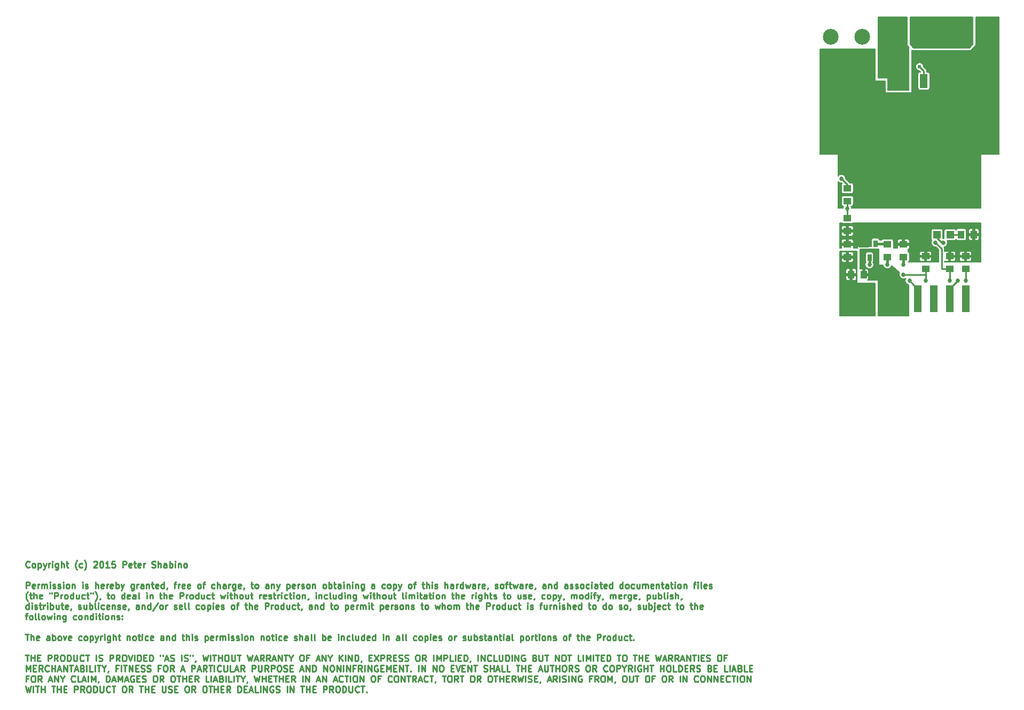
<source format=gtl>
G04 #@! TF.FileFunction,Copper,L1,Top,Signal*
%FSLAX46Y46*%
G04 Gerber Fmt 4.6, Leading zero omitted, Abs format (unit mm)*
G04 Created by KiCad (PCBNEW (2015-03-06 BZR 5484)-product) date 10/25/2015 10:03:51 PM*
%MOMM*%
G01*
G04 APERTURE LIST*
%ADD10C,0.100000*%
%ADD11C,0.250000*%
%ADD12R,1.270000X4.191000*%
%ADD13C,2.500000*%
%ADD14R,2.500000X2.500000*%
%ADD15R,1.000000X1.250000*%
%ADD16R,1.250000X1.000000*%
%ADD17R,1.198880X1.198880*%
%ADD18R,0.650000X1.060000*%
%ADD19R,1.200000X2.200000*%
%ADD20R,5.800000X6.400000*%
%ADD21R,1.524000X10.033000*%
%ADD22C,0.685800*%
%ADD23C,1.117600*%
%ADD24C,0.600000*%
%ADD25C,0.381000*%
%ADD26C,0.177800*%
%ADD27C,0.254000*%
%ADD28C,0.762000*%
G04 APERTURE END LIST*
D10*
D11*
X15414524Y-174672143D02*
X15366905Y-174719762D01*
X15224048Y-174767381D01*
X15128810Y-174767381D01*
X14985952Y-174719762D01*
X14890714Y-174624524D01*
X14843095Y-174529286D01*
X14795476Y-174338810D01*
X14795476Y-174195952D01*
X14843095Y-174005476D01*
X14890714Y-173910238D01*
X14985952Y-173815000D01*
X15128810Y-173767381D01*
X15224048Y-173767381D01*
X15366905Y-173815000D01*
X15414524Y-173862619D01*
X15985952Y-174767381D02*
X15890714Y-174719762D01*
X15843095Y-174672143D01*
X15795476Y-174576905D01*
X15795476Y-174291190D01*
X15843095Y-174195952D01*
X15890714Y-174148333D01*
X15985952Y-174100714D01*
X16128810Y-174100714D01*
X16224048Y-174148333D01*
X16271667Y-174195952D01*
X16319286Y-174291190D01*
X16319286Y-174576905D01*
X16271667Y-174672143D01*
X16224048Y-174719762D01*
X16128810Y-174767381D01*
X15985952Y-174767381D01*
X16747857Y-174100714D02*
X16747857Y-175100714D01*
X16747857Y-174148333D02*
X16843095Y-174100714D01*
X17033572Y-174100714D01*
X17128810Y-174148333D01*
X17176429Y-174195952D01*
X17224048Y-174291190D01*
X17224048Y-174576905D01*
X17176429Y-174672143D01*
X17128810Y-174719762D01*
X17033572Y-174767381D01*
X16843095Y-174767381D01*
X16747857Y-174719762D01*
X17557381Y-174100714D02*
X17795476Y-174767381D01*
X18033572Y-174100714D02*
X17795476Y-174767381D01*
X17700238Y-175005476D01*
X17652619Y-175053095D01*
X17557381Y-175100714D01*
X18414524Y-174767381D02*
X18414524Y-174100714D01*
X18414524Y-174291190D02*
X18462143Y-174195952D01*
X18509762Y-174148333D01*
X18605000Y-174100714D01*
X18700239Y-174100714D01*
X19033572Y-174767381D02*
X19033572Y-174100714D01*
X19033572Y-173767381D02*
X18985953Y-173815000D01*
X19033572Y-173862619D01*
X19081191Y-173815000D01*
X19033572Y-173767381D01*
X19033572Y-173862619D01*
X19938334Y-174100714D02*
X19938334Y-174910238D01*
X19890715Y-175005476D01*
X19843096Y-175053095D01*
X19747857Y-175100714D01*
X19605000Y-175100714D01*
X19509762Y-175053095D01*
X19938334Y-174719762D02*
X19843096Y-174767381D01*
X19652619Y-174767381D01*
X19557381Y-174719762D01*
X19509762Y-174672143D01*
X19462143Y-174576905D01*
X19462143Y-174291190D01*
X19509762Y-174195952D01*
X19557381Y-174148333D01*
X19652619Y-174100714D01*
X19843096Y-174100714D01*
X19938334Y-174148333D01*
X20414524Y-174767381D02*
X20414524Y-173767381D01*
X20843096Y-174767381D02*
X20843096Y-174243571D01*
X20795477Y-174148333D01*
X20700239Y-174100714D01*
X20557381Y-174100714D01*
X20462143Y-174148333D01*
X20414524Y-174195952D01*
X21176429Y-174100714D02*
X21557381Y-174100714D01*
X21319286Y-173767381D02*
X21319286Y-174624524D01*
X21366905Y-174719762D01*
X21462143Y-174767381D01*
X21557381Y-174767381D01*
X22938335Y-175148333D02*
X22890715Y-175100714D01*
X22795477Y-174957857D01*
X22747858Y-174862619D01*
X22700239Y-174719762D01*
X22652620Y-174481667D01*
X22652620Y-174291190D01*
X22700239Y-174053095D01*
X22747858Y-173910238D01*
X22795477Y-173815000D01*
X22890715Y-173672143D01*
X22938335Y-173624524D01*
X23747859Y-174719762D02*
X23652621Y-174767381D01*
X23462144Y-174767381D01*
X23366906Y-174719762D01*
X23319287Y-174672143D01*
X23271668Y-174576905D01*
X23271668Y-174291190D01*
X23319287Y-174195952D01*
X23366906Y-174148333D01*
X23462144Y-174100714D01*
X23652621Y-174100714D01*
X23747859Y-174148333D01*
X24081192Y-175148333D02*
X24128811Y-175100714D01*
X24224049Y-174957857D01*
X24271668Y-174862619D01*
X24319287Y-174719762D01*
X24366906Y-174481667D01*
X24366906Y-174291190D01*
X24319287Y-174053095D01*
X24271668Y-173910238D01*
X24224049Y-173815000D01*
X24128811Y-173672143D01*
X24081192Y-173624524D01*
X25557383Y-173862619D02*
X25605002Y-173815000D01*
X25700240Y-173767381D01*
X25938336Y-173767381D01*
X26033574Y-173815000D01*
X26081193Y-173862619D01*
X26128812Y-173957857D01*
X26128812Y-174053095D01*
X26081193Y-174195952D01*
X25509764Y-174767381D01*
X26128812Y-174767381D01*
X26747859Y-173767381D02*
X26843098Y-173767381D01*
X26938336Y-173815000D01*
X26985955Y-173862619D01*
X27033574Y-173957857D01*
X27081193Y-174148333D01*
X27081193Y-174386429D01*
X27033574Y-174576905D01*
X26985955Y-174672143D01*
X26938336Y-174719762D01*
X26843098Y-174767381D01*
X26747859Y-174767381D01*
X26652621Y-174719762D01*
X26605002Y-174672143D01*
X26557383Y-174576905D01*
X26509764Y-174386429D01*
X26509764Y-174148333D01*
X26557383Y-173957857D01*
X26605002Y-173862619D01*
X26652621Y-173815000D01*
X26747859Y-173767381D01*
X28033574Y-174767381D02*
X27462145Y-174767381D01*
X27747859Y-174767381D02*
X27747859Y-173767381D01*
X27652621Y-173910238D01*
X27557383Y-174005476D01*
X27462145Y-174053095D01*
X28938336Y-173767381D02*
X28462145Y-173767381D01*
X28414526Y-174243571D01*
X28462145Y-174195952D01*
X28557383Y-174148333D01*
X28795479Y-174148333D01*
X28890717Y-174195952D01*
X28938336Y-174243571D01*
X28985955Y-174338810D01*
X28985955Y-174576905D01*
X28938336Y-174672143D01*
X28890717Y-174719762D01*
X28795479Y-174767381D01*
X28557383Y-174767381D01*
X28462145Y-174719762D01*
X28414526Y-174672143D01*
X30176431Y-174767381D02*
X30176431Y-173767381D01*
X30557384Y-173767381D01*
X30652622Y-173815000D01*
X30700241Y-173862619D01*
X30747860Y-173957857D01*
X30747860Y-174100714D01*
X30700241Y-174195952D01*
X30652622Y-174243571D01*
X30557384Y-174291190D01*
X30176431Y-174291190D01*
X31557384Y-174719762D02*
X31462146Y-174767381D01*
X31271669Y-174767381D01*
X31176431Y-174719762D01*
X31128812Y-174624524D01*
X31128812Y-174243571D01*
X31176431Y-174148333D01*
X31271669Y-174100714D01*
X31462146Y-174100714D01*
X31557384Y-174148333D01*
X31605003Y-174243571D01*
X31605003Y-174338810D01*
X31128812Y-174434048D01*
X31890717Y-174100714D02*
X32271669Y-174100714D01*
X32033574Y-173767381D02*
X32033574Y-174624524D01*
X32081193Y-174719762D01*
X32176431Y-174767381D01*
X32271669Y-174767381D01*
X32985956Y-174719762D02*
X32890718Y-174767381D01*
X32700241Y-174767381D01*
X32605003Y-174719762D01*
X32557384Y-174624524D01*
X32557384Y-174243571D01*
X32605003Y-174148333D01*
X32700241Y-174100714D01*
X32890718Y-174100714D01*
X32985956Y-174148333D01*
X33033575Y-174243571D01*
X33033575Y-174338810D01*
X32557384Y-174434048D01*
X33462146Y-174767381D02*
X33462146Y-174100714D01*
X33462146Y-174291190D02*
X33509765Y-174195952D01*
X33557384Y-174148333D01*
X33652622Y-174100714D01*
X33747861Y-174100714D01*
X34795480Y-174719762D02*
X34938337Y-174767381D01*
X35176433Y-174767381D01*
X35271671Y-174719762D01*
X35319290Y-174672143D01*
X35366909Y-174576905D01*
X35366909Y-174481667D01*
X35319290Y-174386429D01*
X35271671Y-174338810D01*
X35176433Y-174291190D01*
X34985956Y-174243571D01*
X34890718Y-174195952D01*
X34843099Y-174148333D01*
X34795480Y-174053095D01*
X34795480Y-173957857D01*
X34843099Y-173862619D01*
X34890718Y-173815000D01*
X34985956Y-173767381D01*
X35224052Y-173767381D01*
X35366909Y-173815000D01*
X35795480Y-174767381D02*
X35795480Y-173767381D01*
X36224052Y-174767381D02*
X36224052Y-174243571D01*
X36176433Y-174148333D01*
X36081195Y-174100714D01*
X35938337Y-174100714D01*
X35843099Y-174148333D01*
X35795480Y-174195952D01*
X37128814Y-174767381D02*
X37128814Y-174243571D01*
X37081195Y-174148333D01*
X36985957Y-174100714D01*
X36795480Y-174100714D01*
X36700242Y-174148333D01*
X37128814Y-174719762D02*
X37033576Y-174767381D01*
X36795480Y-174767381D01*
X36700242Y-174719762D01*
X36652623Y-174624524D01*
X36652623Y-174529286D01*
X36700242Y-174434048D01*
X36795480Y-174386429D01*
X37033576Y-174386429D01*
X37128814Y-174338810D01*
X37605004Y-174767381D02*
X37605004Y-173767381D01*
X37605004Y-174148333D02*
X37700242Y-174100714D01*
X37890719Y-174100714D01*
X37985957Y-174148333D01*
X38033576Y-174195952D01*
X38081195Y-174291190D01*
X38081195Y-174576905D01*
X38033576Y-174672143D01*
X37985957Y-174719762D01*
X37890719Y-174767381D01*
X37700242Y-174767381D01*
X37605004Y-174719762D01*
X38509766Y-174767381D02*
X38509766Y-174100714D01*
X38509766Y-173767381D02*
X38462147Y-173815000D01*
X38509766Y-173862619D01*
X38557385Y-173815000D01*
X38509766Y-173767381D01*
X38509766Y-173862619D01*
X38985956Y-174100714D02*
X38985956Y-174767381D01*
X38985956Y-174195952D02*
X39033575Y-174148333D01*
X39128813Y-174100714D01*
X39271671Y-174100714D01*
X39366909Y-174148333D01*
X39414528Y-174243571D01*
X39414528Y-174767381D01*
X40033575Y-174767381D02*
X39938337Y-174719762D01*
X39890718Y-174672143D01*
X39843099Y-174576905D01*
X39843099Y-174291190D01*
X39890718Y-174195952D01*
X39938337Y-174148333D01*
X40033575Y-174100714D01*
X40176433Y-174100714D01*
X40271671Y-174148333D01*
X40319290Y-174195952D01*
X40366909Y-174291190D01*
X40366909Y-174576905D01*
X40319290Y-174672143D01*
X40271671Y-174719762D01*
X40176433Y-174767381D01*
X40033575Y-174767381D01*
X14843095Y-178067381D02*
X14843095Y-177067381D01*
X15224048Y-177067381D01*
X15319286Y-177115000D01*
X15366905Y-177162619D01*
X15414524Y-177257857D01*
X15414524Y-177400714D01*
X15366905Y-177495952D01*
X15319286Y-177543571D01*
X15224048Y-177591190D01*
X14843095Y-177591190D01*
X16224048Y-178019762D02*
X16128810Y-178067381D01*
X15938333Y-178067381D01*
X15843095Y-178019762D01*
X15795476Y-177924524D01*
X15795476Y-177543571D01*
X15843095Y-177448333D01*
X15938333Y-177400714D01*
X16128810Y-177400714D01*
X16224048Y-177448333D01*
X16271667Y-177543571D01*
X16271667Y-177638810D01*
X15795476Y-177734048D01*
X16700238Y-178067381D02*
X16700238Y-177400714D01*
X16700238Y-177591190D02*
X16747857Y-177495952D01*
X16795476Y-177448333D01*
X16890714Y-177400714D01*
X16985953Y-177400714D01*
X17319286Y-178067381D02*
X17319286Y-177400714D01*
X17319286Y-177495952D02*
X17366905Y-177448333D01*
X17462143Y-177400714D01*
X17605001Y-177400714D01*
X17700239Y-177448333D01*
X17747858Y-177543571D01*
X17747858Y-178067381D01*
X17747858Y-177543571D02*
X17795477Y-177448333D01*
X17890715Y-177400714D01*
X18033572Y-177400714D01*
X18128810Y-177448333D01*
X18176429Y-177543571D01*
X18176429Y-178067381D01*
X18652619Y-178067381D02*
X18652619Y-177400714D01*
X18652619Y-177067381D02*
X18605000Y-177115000D01*
X18652619Y-177162619D01*
X18700238Y-177115000D01*
X18652619Y-177067381D01*
X18652619Y-177162619D01*
X19081190Y-178019762D02*
X19176428Y-178067381D01*
X19366904Y-178067381D01*
X19462143Y-178019762D01*
X19509762Y-177924524D01*
X19509762Y-177876905D01*
X19462143Y-177781667D01*
X19366904Y-177734048D01*
X19224047Y-177734048D01*
X19128809Y-177686429D01*
X19081190Y-177591190D01*
X19081190Y-177543571D01*
X19128809Y-177448333D01*
X19224047Y-177400714D01*
X19366904Y-177400714D01*
X19462143Y-177448333D01*
X19890714Y-178019762D02*
X19985952Y-178067381D01*
X20176428Y-178067381D01*
X20271667Y-178019762D01*
X20319286Y-177924524D01*
X20319286Y-177876905D01*
X20271667Y-177781667D01*
X20176428Y-177734048D01*
X20033571Y-177734048D01*
X19938333Y-177686429D01*
X19890714Y-177591190D01*
X19890714Y-177543571D01*
X19938333Y-177448333D01*
X20033571Y-177400714D01*
X20176428Y-177400714D01*
X20271667Y-177448333D01*
X20747857Y-178067381D02*
X20747857Y-177400714D01*
X20747857Y-177067381D02*
X20700238Y-177115000D01*
X20747857Y-177162619D01*
X20795476Y-177115000D01*
X20747857Y-177067381D01*
X20747857Y-177162619D01*
X21366904Y-178067381D02*
X21271666Y-178019762D01*
X21224047Y-177972143D01*
X21176428Y-177876905D01*
X21176428Y-177591190D01*
X21224047Y-177495952D01*
X21271666Y-177448333D01*
X21366904Y-177400714D01*
X21509762Y-177400714D01*
X21605000Y-177448333D01*
X21652619Y-177495952D01*
X21700238Y-177591190D01*
X21700238Y-177876905D01*
X21652619Y-177972143D01*
X21605000Y-178019762D01*
X21509762Y-178067381D01*
X21366904Y-178067381D01*
X22128809Y-177400714D02*
X22128809Y-178067381D01*
X22128809Y-177495952D02*
X22176428Y-177448333D01*
X22271666Y-177400714D01*
X22414524Y-177400714D01*
X22509762Y-177448333D01*
X22557381Y-177543571D01*
X22557381Y-178067381D01*
X23795476Y-178067381D02*
X23795476Y-177400714D01*
X23795476Y-177067381D02*
X23747857Y-177115000D01*
X23795476Y-177162619D01*
X23843095Y-177115000D01*
X23795476Y-177067381D01*
X23795476Y-177162619D01*
X24224047Y-178019762D02*
X24319285Y-178067381D01*
X24509761Y-178067381D01*
X24605000Y-178019762D01*
X24652619Y-177924524D01*
X24652619Y-177876905D01*
X24605000Y-177781667D01*
X24509761Y-177734048D01*
X24366904Y-177734048D01*
X24271666Y-177686429D01*
X24224047Y-177591190D01*
X24224047Y-177543571D01*
X24271666Y-177448333D01*
X24366904Y-177400714D01*
X24509761Y-177400714D01*
X24605000Y-177448333D01*
X25843095Y-178067381D02*
X25843095Y-177067381D01*
X26271667Y-178067381D02*
X26271667Y-177543571D01*
X26224048Y-177448333D01*
X26128810Y-177400714D01*
X25985952Y-177400714D01*
X25890714Y-177448333D01*
X25843095Y-177495952D01*
X27128810Y-178019762D02*
X27033572Y-178067381D01*
X26843095Y-178067381D01*
X26747857Y-178019762D01*
X26700238Y-177924524D01*
X26700238Y-177543571D01*
X26747857Y-177448333D01*
X26843095Y-177400714D01*
X27033572Y-177400714D01*
X27128810Y-177448333D01*
X27176429Y-177543571D01*
X27176429Y-177638810D01*
X26700238Y-177734048D01*
X27605000Y-178067381D02*
X27605000Y-177400714D01*
X27605000Y-177591190D02*
X27652619Y-177495952D01*
X27700238Y-177448333D01*
X27795476Y-177400714D01*
X27890715Y-177400714D01*
X28605001Y-178019762D02*
X28509763Y-178067381D01*
X28319286Y-178067381D01*
X28224048Y-178019762D01*
X28176429Y-177924524D01*
X28176429Y-177543571D01*
X28224048Y-177448333D01*
X28319286Y-177400714D01*
X28509763Y-177400714D01*
X28605001Y-177448333D01*
X28652620Y-177543571D01*
X28652620Y-177638810D01*
X28176429Y-177734048D01*
X29081191Y-178067381D02*
X29081191Y-177067381D01*
X29081191Y-177448333D02*
X29176429Y-177400714D01*
X29366906Y-177400714D01*
X29462144Y-177448333D01*
X29509763Y-177495952D01*
X29557382Y-177591190D01*
X29557382Y-177876905D01*
X29509763Y-177972143D01*
X29462144Y-178019762D01*
X29366906Y-178067381D01*
X29176429Y-178067381D01*
X29081191Y-178019762D01*
X29890715Y-177400714D02*
X30128810Y-178067381D01*
X30366906Y-177400714D02*
X30128810Y-178067381D01*
X30033572Y-178305476D01*
X29985953Y-178353095D01*
X29890715Y-178400714D01*
X31938335Y-177400714D02*
X31938335Y-178210238D01*
X31890716Y-178305476D01*
X31843097Y-178353095D01*
X31747858Y-178400714D01*
X31605001Y-178400714D01*
X31509763Y-178353095D01*
X31938335Y-178019762D02*
X31843097Y-178067381D01*
X31652620Y-178067381D01*
X31557382Y-178019762D01*
X31509763Y-177972143D01*
X31462144Y-177876905D01*
X31462144Y-177591190D01*
X31509763Y-177495952D01*
X31557382Y-177448333D01*
X31652620Y-177400714D01*
X31843097Y-177400714D01*
X31938335Y-177448333D01*
X32414525Y-178067381D02*
X32414525Y-177400714D01*
X32414525Y-177591190D02*
X32462144Y-177495952D01*
X32509763Y-177448333D01*
X32605001Y-177400714D01*
X32700240Y-177400714D01*
X33462145Y-178067381D02*
X33462145Y-177543571D01*
X33414526Y-177448333D01*
X33319288Y-177400714D01*
X33128811Y-177400714D01*
X33033573Y-177448333D01*
X33462145Y-178019762D02*
X33366907Y-178067381D01*
X33128811Y-178067381D01*
X33033573Y-178019762D01*
X32985954Y-177924524D01*
X32985954Y-177829286D01*
X33033573Y-177734048D01*
X33128811Y-177686429D01*
X33366907Y-177686429D01*
X33462145Y-177638810D01*
X33938335Y-177400714D02*
X33938335Y-178067381D01*
X33938335Y-177495952D02*
X33985954Y-177448333D01*
X34081192Y-177400714D01*
X34224050Y-177400714D01*
X34319288Y-177448333D01*
X34366907Y-177543571D01*
X34366907Y-178067381D01*
X34700240Y-177400714D02*
X35081192Y-177400714D01*
X34843097Y-177067381D02*
X34843097Y-177924524D01*
X34890716Y-178019762D01*
X34985954Y-178067381D01*
X35081192Y-178067381D01*
X35795479Y-178019762D02*
X35700241Y-178067381D01*
X35509764Y-178067381D01*
X35414526Y-178019762D01*
X35366907Y-177924524D01*
X35366907Y-177543571D01*
X35414526Y-177448333D01*
X35509764Y-177400714D01*
X35700241Y-177400714D01*
X35795479Y-177448333D01*
X35843098Y-177543571D01*
X35843098Y-177638810D01*
X35366907Y-177734048D01*
X36700241Y-178067381D02*
X36700241Y-177067381D01*
X36700241Y-178019762D02*
X36605003Y-178067381D01*
X36414526Y-178067381D01*
X36319288Y-178019762D01*
X36271669Y-177972143D01*
X36224050Y-177876905D01*
X36224050Y-177591190D01*
X36271669Y-177495952D01*
X36319288Y-177448333D01*
X36414526Y-177400714D01*
X36605003Y-177400714D01*
X36700241Y-177448333D01*
X37224050Y-178019762D02*
X37224050Y-178067381D01*
X37176431Y-178162619D01*
X37128812Y-178210238D01*
X38271669Y-177400714D02*
X38652621Y-177400714D01*
X38414526Y-178067381D02*
X38414526Y-177210238D01*
X38462145Y-177115000D01*
X38557383Y-177067381D01*
X38652621Y-177067381D01*
X38985955Y-178067381D02*
X38985955Y-177400714D01*
X38985955Y-177591190D02*
X39033574Y-177495952D01*
X39081193Y-177448333D01*
X39176431Y-177400714D01*
X39271670Y-177400714D01*
X39985956Y-178019762D02*
X39890718Y-178067381D01*
X39700241Y-178067381D01*
X39605003Y-178019762D01*
X39557384Y-177924524D01*
X39557384Y-177543571D01*
X39605003Y-177448333D01*
X39700241Y-177400714D01*
X39890718Y-177400714D01*
X39985956Y-177448333D01*
X40033575Y-177543571D01*
X40033575Y-177638810D01*
X39557384Y-177734048D01*
X40843099Y-178019762D02*
X40747861Y-178067381D01*
X40557384Y-178067381D01*
X40462146Y-178019762D01*
X40414527Y-177924524D01*
X40414527Y-177543571D01*
X40462146Y-177448333D01*
X40557384Y-177400714D01*
X40747861Y-177400714D01*
X40843099Y-177448333D01*
X40890718Y-177543571D01*
X40890718Y-177638810D01*
X40414527Y-177734048D01*
X42224051Y-178067381D02*
X42128813Y-178019762D01*
X42081194Y-177972143D01*
X42033575Y-177876905D01*
X42033575Y-177591190D01*
X42081194Y-177495952D01*
X42128813Y-177448333D01*
X42224051Y-177400714D01*
X42366909Y-177400714D01*
X42462147Y-177448333D01*
X42509766Y-177495952D01*
X42557385Y-177591190D01*
X42557385Y-177876905D01*
X42509766Y-177972143D01*
X42462147Y-178019762D01*
X42366909Y-178067381D01*
X42224051Y-178067381D01*
X42843099Y-177400714D02*
X43224051Y-177400714D01*
X42985956Y-178067381D02*
X42985956Y-177210238D01*
X43033575Y-177115000D01*
X43128813Y-177067381D01*
X43224051Y-177067381D01*
X44747862Y-178019762D02*
X44652624Y-178067381D01*
X44462147Y-178067381D01*
X44366909Y-178019762D01*
X44319290Y-177972143D01*
X44271671Y-177876905D01*
X44271671Y-177591190D01*
X44319290Y-177495952D01*
X44366909Y-177448333D01*
X44462147Y-177400714D01*
X44652624Y-177400714D01*
X44747862Y-177448333D01*
X45176433Y-178067381D02*
X45176433Y-177067381D01*
X45605005Y-178067381D02*
X45605005Y-177543571D01*
X45557386Y-177448333D01*
X45462148Y-177400714D01*
X45319290Y-177400714D01*
X45224052Y-177448333D01*
X45176433Y-177495952D01*
X46509767Y-178067381D02*
X46509767Y-177543571D01*
X46462148Y-177448333D01*
X46366910Y-177400714D01*
X46176433Y-177400714D01*
X46081195Y-177448333D01*
X46509767Y-178019762D02*
X46414529Y-178067381D01*
X46176433Y-178067381D01*
X46081195Y-178019762D01*
X46033576Y-177924524D01*
X46033576Y-177829286D01*
X46081195Y-177734048D01*
X46176433Y-177686429D01*
X46414529Y-177686429D01*
X46509767Y-177638810D01*
X46985957Y-178067381D02*
X46985957Y-177400714D01*
X46985957Y-177591190D02*
X47033576Y-177495952D01*
X47081195Y-177448333D01*
X47176433Y-177400714D01*
X47271672Y-177400714D01*
X48033577Y-177400714D02*
X48033577Y-178210238D01*
X47985958Y-178305476D01*
X47938339Y-178353095D01*
X47843100Y-178400714D01*
X47700243Y-178400714D01*
X47605005Y-178353095D01*
X48033577Y-178019762D02*
X47938339Y-178067381D01*
X47747862Y-178067381D01*
X47652624Y-178019762D01*
X47605005Y-177972143D01*
X47557386Y-177876905D01*
X47557386Y-177591190D01*
X47605005Y-177495952D01*
X47652624Y-177448333D01*
X47747862Y-177400714D01*
X47938339Y-177400714D01*
X48033577Y-177448333D01*
X48890720Y-178019762D02*
X48795482Y-178067381D01*
X48605005Y-178067381D01*
X48509767Y-178019762D01*
X48462148Y-177924524D01*
X48462148Y-177543571D01*
X48509767Y-177448333D01*
X48605005Y-177400714D01*
X48795482Y-177400714D01*
X48890720Y-177448333D01*
X48938339Y-177543571D01*
X48938339Y-177638810D01*
X48462148Y-177734048D01*
X49414529Y-178019762D02*
X49414529Y-178067381D01*
X49366910Y-178162619D01*
X49319291Y-178210238D01*
X50462148Y-177400714D02*
X50843100Y-177400714D01*
X50605005Y-177067381D02*
X50605005Y-177924524D01*
X50652624Y-178019762D01*
X50747862Y-178067381D01*
X50843100Y-178067381D01*
X51319291Y-178067381D02*
X51224053Y-178019762D01*
X51176434Y-177972143D01*
X51128815Y-177876905D01*
X51128815Y-177591190D01*
X51176434Y-177495952D01*
X51224053Y-177448333D01*
X51319291Y-177400714D01*
X51462149Y-177400714D01*
X51557387Y-177448333D01*
X51605006Y-177495952D01*
X51652625Y-177591190D01*
X51652625Y-177876905D01*
X51605006Y-177972143D01*
X51557387Y-178019762D01*
X51462149Y-178067381D01*
X51319291Y-178067381D01*
X53271673Y-178067381D02*
X53271673Y-177543571D01*
X53224054Y-177448333D01*
X53128816Y-177400714D01*
X52938339Y-177400714D01*
X52843101Y-177448333D01*
X53271673Y-178019762D02*
X53176435Y-178067381D01*
X52938339Y-178067381D01*
X52843101Y-178019762D01*
X52795482Y-177924524D01*
X52795482Y-177829286D01*
X52843101Y-177734048D01*
X52938339Y-177686429D01*
X53176435Y-177686429D01*
X53271673Y-177638810D01*
X53747863Y-177400714D02*
X53747863Y-178067381D01*
X53747863Y-177495952D02*
X53795482Y-177448333D01*
X53890720Y-177400714D01*
X54033578Y-177400714D01*
X54128816Y-177448333D01*
X54176435Y-177543571D01*
X54176435Y-178067381D01*
X54557387Y-177400714D02*
X54795482Y-178067381D01*
X55033578Y-177400714D02*
X54795482Y-178067381D01*
X54700244Y-178305476D01*
X54652625Y-178353095D01*
X54557387Y-178400714D01*
X56176435Y-177400714D02*
X56176435Y-178400714D01*
X56176435Y-177448333D02*
X56271673Y-177400714D01*
X56462150Y-177400714D01*
X56557388Y-177448333D01*
X56605007Y-177495952D01*
X56652626Y-177591190D01*
X56652626Y-177876905D01*
X56605007Y-177972143D01*
X56557388Y-178019762D01*
X56462150Y-178067381D01*
X56271673Y-178067381D01*
X56176435Y-178019762D01*
X57462150Y-178019762D02*
X57366912Y-178067381D01*
X57176435Y-178067381D01*
X57081197Y-178019762D01*
X57033578Y-177924524D01*
X57033578Y-177543571D01*
X57081197Y-177448333D01*
X57176435Y-177400714D01*
X57366912Y-177400714D01*
X57462150Y-177448333D01*
X57509769Y-177543571D01*
X57509769Y-177638810D01*
X57033578Y-177734048D01*
X57938340Y-178067381D02*
X57938340Y-177400714D01*
X57938340Y-177591190D02*
X57985959Y-177495952D01*
X58033578Y-177448333D01*
X58128816Y-177400714D01*
X58224055Y-177400714D01*
X58509769Y-178019762D02*
X58605007Y-178067381D01*
X58795483Y-178067381D01*
X58890722Y-178019762D01*
X58938341Y-177924524D01*
X58938341Y-177876905D01*
X58890722Y-177781667D01*
X58795483Y-177734048D01*
X58652626Y-177734048D01*
X58557388Y-177686429D01*
X58509769Y-177591190D01*
X58509769Y-177543571D01*
X58557388Y-177448333D01*
X58652626Y-177400714D01*
X58795483Y-177400714D01*
X58890722Y-177448333D01*
X59509769Y-178067381D02*
X59414531Y-178019762D01*
X59366912Y-177972143D01*
X59319293Y-177876905D01*
X59319293Y-177591190D01*
X59366912Y-177495952D01*
X59414531Y-177448333D01*
X59509769Y-177400714D01*
X59652627Y-177400714D01*
X59747865Y-177448333D01*
X59795484Y-177495952D01*
X59843103Y-177591190D01*
X59843103Y-177876905D01*
X59795484Y-177972143D01*
X59747865Y-178019762D01*
X59652627Y-178067381D01*
X59509769Y-178067381D01*
X60271674Y-177400714D02*
X60271674Y-178067381D01*
X60271674Y-177495952D02*
X60319293Y-177448333D01*
X60414531Y-177400714D01*
X60557389Y-177400714D01*
X60652627Y-177448333D01*
X60700246Y-177543571D01*
X60700246Y-178067381D01*
X62081198Y-178067381D02*
X61985960Y-178019762D01*
X61938341Y-177972143D01*
X61890722Y-177876905D01*
X61890722Y-177591190D01*
X61938341Y-177495952D01*
X61985960Y-177448333D01*
X62081198Y-177400714D01*
X62224056Y-177400714D01*
X62319294Y-177448333D01*
X62366913Y-177495952D01*
X62414532Y-177591190D01*
X62414532Y-177876905D01*
X62366913Y-177972143D01*
X62319294Y-178019762D01*
X62224056Y-178067381D01*
X62081198Y-178067381D01*
X62843103Y-178067381D02*
X62843103Y-177067381D01*
X62843103Y-177448333D02*
X62938341Y-177400714D01*
X63128818Y-177400714D01*
X63224056Y-177448333D01*
X63271675Y-177495952D01*
X63319294Y-177591190D01*
X63319294Y-177876905D01*
X63271675Y-177972143D01*
X63224056Y-178019762D01*
X63128818Y-178067381D01*
X62938341Y-178067381D01*
X62843103Y-178019762D01*
X63605008Y-177400714D02*
X63985960Y-177400714D01*
X63747865Y-177067381D02*
X63747865Y-177924524D01*
X63795484Y-178019762D01*
X63890722Y-178067381D01*
X63985960Y-178067381D01*
X64747866Y-178067381D02*
X64747866Y-177543571D01*
X64700247Y-177448333D01*
X64605009Y-177400714D01*
X64414532Y-177400714D01*
X64319294Y-177448333D01*
X64747866Y-178019762D02*
X64652628Y-178067381D01*
X64414532Y-178067381D01*
X64319294Y-178019762D01*
X64271675Y-177924524D01*
X64271675Y-177829286D01*
X64319294Y-177734048D01*
X64414532Y-177686429D01*
X64652628Y-177686429D01*
X64747866Y-177638810D01*
X65224056Y-178067381D02*
X65224056Y-177400714D01*
X65224056Y-177067381D02*
X65176437Y-177115000D01*
X65224056Y-177162619D01*
X65271675Y-177115000D01*
X65224056Y-177067381D01*
X65224056Y-177162619D01*
X65700246Y-177400714D02*
X65700246Y-178067381D01*
X65700246Y-177495952D02*
X65747865Y-177448333D01*
X65843103Y-177400714D01*
X65985961Y-177400714D01*
X66081199Y-177448333D01*
X66128818Y-177543571D01*
X66128818Y-178067381D01*
X66605008Y-178067381D02*
X66605008Y-177400714D01*
X66605008Y-177067381D02*
X66557389Y-177115000D01*
X66605008Y-177162619D01*
X66652627Y-177115000D01*
X66605008Y-177067381D01*
X66605008Y-177162619D01*
X67081198Y-177400714D02*
X67081198Y-178067381D01*
X67081198Y-177495952D02*
X67128817Y-177448333D01*
X67224055Y-177400714D01*
X67366913Y-177400714D01*
X67462151Y-177448333D01*
X67509770Y-177543571D01*
X67509770Y-178067381D01*
X68414532Y-177400714D02*
X68414532Y-178210238D01*
X68366913Y-178305476D01*
X68319294Y-178353095D01*
X68224055Y-178400714D01*
X68081198Y-178400714D01*
X67985960Y-178353095D01*
X68414532Y-178019762D02*
X68319294Y-178067381D01*
X68128817Y-178067381D01*
X68033579Y-178019762D01*
X67985960Y-177972143D01*
X67938341Y-177876905D01*
X67938341Y-177591190D01*
X67985960Y-177495952D01*
X68033579Y-177448333D01*
X68128817Y-177400714D01*
X68319294Y-177400714D01*
X68414532Y-177448333D01*
X70081199Y-178067381D02*
X70081199Y-177543571D01*
X70033580Y-177448333D01*
X69938342Y-177400714D01*
X69747865Y-177400714D01*
X69652627Y-177448333D01*
X70081199Y-178019762D02*
X69985961Y-178067381D01*
X69747865Y-178067381D01*
X69652627Y-178019762D01*
X69605008Y-177924524D01*
X69605008Y-177829286D01*
X69652627Y-177734048D01*
X69747865Y-177686429D01*
X69985961Y-177686429D01*
X70081199Y-177638810D01*
X71747866Y-178019762D02*
X71652628Y-178067381D01*
X71462151Y-178067381D01*
X71366913Y-178019762D01*
X71319294Y-177972143D01*
X71271675Y-177876905D01*
X71271675Y-177591190D01*
X71319294Y-177495952D01*
X71366913Y-177448333D01*
X71462151Y-177400714D01*
X71652628Y-177400714D01*
X71747866Y-177448333D01*
X72319294Y-178067381D02*
X72224056Y-178019762D01*
X72176437Y-177972143D01*
X72128818Y-177876905D01*
X72128818Y-177591190D01*
X72176437Y-177495952D01*
X72224056Y-177448333D01*
X72319294Y-177400714D01*
X72462152Y-177400714D01*
X72557390Y-177448333D01*
X72605009Y-177495952D01*
X72652628Y-177591190D01*
X72652628Y-177876905D01*
X72605009Y-177972143D01*
X72557390Y-178019762D01*
X72462152Y-178067381D01*
X72319294Y-178067381D01*
X73081199Y-177400714D02*
X73081199Y-178400714D01*
X73081199Y-177448333D02*
X73176437Y-177400714D01*
X73366914Y-177400714D01*
X73462152Y-177448333D01*
X73509771Y-177495952D01*
X73557390Y-177591190D01*
X73557390Y-177876905D01*
X73509771Y-177972143D01*
X73462152Y-178019762D01*
X73366914Y-178067381D01*
X73176437Y-178067381D01*
X73081199Y-178019762D01*
X73890723Y-177400714D02*
X74128818Y-178067381D01*
X74366914Y-177400714D02*
X74128818Y-178067381D01*
X74033580Y-178305476D01*
X73985961Y-178353095D01*
X73890723Y-178400714D01*
X75652628Y-178067381D02*
X75557390Y-178019762D01*
X75509771Y-177972143D01*
X75462152Y-177876905D01*
X75462152Y-177591190D01*
X75509771Y-177495952D01*
X75557390Y-177448333D01*
X75652628Y-177400714D01*
X75795486Y-177400714D01*
X75890724Y-177448333D01*
X75938343Y-177495952D01*
X75985962Y-177591190D01*
X75985962Y-177876905D01*
X75938343Y-177972143D01*
X75890724Y-178019762D01*
X75795486Y-178067381D01*
X75652628Y-178067381D01*
X76271676Y-177400714D02*
X76652628Y-177400714D01*
X76414533Y-178067381D02*
X76414533Y-177210238D01*
X76462152Y-177115000D01*
X76557390Y-177067381D01*
X76652628Y-177067381D01*
X77605010Y-177400714D02*
X77985962Y-177400714D01*
X77747867Y-177067381D02*
X77747867Y-177924524D01*
X77795486Y-178019762D01*
X77890724Y-178067381D01*
X77985962Y-178067381D01*
X78319296Y-178067381D02*
X78319296Y-177067381D01*
X78747868Y-178067381D02*
X78747868Y-177543571D01*
X78700249Y-177448333D01*
X78605011Y-177400714D01*
X78462153Y-177400714D01*
X78366915Y-177448333D01*
X78319296Y-177495952D01*
X79224058Y-178067381D02*
X79224058Y-177400714D01*
X79224058Y-177067381D02*
X79176439Y-177115000D01*
X79224058Y-177162619D01*
X79271677Y-177115000D01*
X79224058Y-177067381D01*
X79224058Y-177162619D01*
X79652629Y-178019762D02*
X79747867Y-178067381D01*
X79938343Y-178067381D01*
X80033582Y-178019762D01*
X80081201Y-177924524D01*
X80081201Y-177876905D01*
X80033582Y-177781667D01*
X79938343Y-177734048D01*
X79795486Y-177734048D01*
X79700248Y-177686429D01*
X79652629Y-177591190D01*
X79652629Y-177543571D01*
X79700248Y-177448333D01*
X79795486Y-177400714D01*
X79938343Y-177400714D01*
X80033582Y-177448333D01*
X81271677Y-178067381D02*
X81271677Y-177067381D01*
X81700249Y-178067381D02*
X81700249Y-177543571D01*
X81652630Y-177448333D01*
X81557392Y-177400714D01*
X81414534Y-177400714D01*
X81319296Y-177448333D01*
X81271677Y-177495952D01*
X82605011Y-178067381D02*
X82605011Y-177543571D01*
X82557392Y-177448333D01*
X82462154Y-177400714D01*
X82271677Y-177400714D01*
X82176439Y-177448333D01*
X82605011Y-178019762D02*
X82509773Y-178067381D01*
X82271677Y-178067381D01*
X82176439Y-178019762D01*
X82128820Y-177924524D01*
X82128820Y-177829286D01*
X82176439Y-177734048D01*
X82271677Y-177686429D01*
X82509773Y-177686429D01*
X82605011Y-177638810D01*
X83081201Y-178067381D02*
X83081201Y-177400714D01*
X83081201Y-177591190D02*
X83128820Y-177495952D01*
X83176439Y-177448333D01*
X83271677Y-177400714D01*
X83366916Y-177400714D01*
X84128821Y-178067381D02*
X84128821Y-177067381D01*
X84128821Y-178019762D02*
X84033583Y-178067381D01*
X83843106Y-178067381D01*
X83747868Y-178019762D01*
X83700249Y-177972143D01*
X83652630Y-177876905D01*
X83652630Y-177591190D01*
X83700249Y-177495952D01*
X83747868Y-177448333D01*
X83843106Y-177400714D01*
X84033583Y-177400714D01*
X84128821Y-177448333D01*
X84509773Y-177400714D02*
X84700249Y-178067381D01*
X84890726Y-177591190D01*
X85081202Y-178067381D01*
X85271678Y-177400714D01*
X86081202Y-178067381D02*
X86081202Y-177543571D01*
X86033583Y-177448333D01*
X85938345Y-177400714D01*
X85747868Y-177400714D01*
X85652630Y-177448333D01*
X86081202Y-178019762D02*
X85985964Y-178067381D01*
X85747868Y-178067381D01*
X85652630Y-178019762D01*
X85605011Y-177924524D01*
X85605011Y-177829286D01*
X85652630Y-177734048D01*
X85747868Y-177686429D01*
X85985964Y-177686429D01*
X86081202Y-177638810D01*
X86557392Y-178067381D02*
X86557392Y-177400714D01*
X86557392Y-177591190D02*
X86605011Y-177495952D01*
X86652630Y-177448333D01*
X86747868Y-177400714D01*
X86843107Y-177400714D01*
X87557393Y-178019762D02*
X87462155Y-178067381D01*
X87271678Y-178067381D01*
X87176440Y-178019762D01*
X87128821Y-177924524D01*
X87128821Y-177543571D01*
X87176440Y-177448333D01*
X87271678Y-177400714D01*
X87462155Y-177400714D01*
X87557393Y-177448333D01*
X87605012Y-177543571D01*
X87605012Y-177638810D01*
X87128821Y-177734048D01*
X88081202Y-178019762D02*
X88081202Y-178067381D01*
X88033583Y-178162619D01*
X87985964Y-178210238D01*
X89224059Y-178019762D02*
X89319297Y-178067381D01*
X89509773Y-178067381D01*
X89605012Y-178019762D01*
X89652631Y-177924524D01*
X89652631Y-177876905D01*
X89605012Y-177781667D01*
X89509773Y-177734048D01*
X89366916Y-177734048D01*
X89271678Y-177686429D01*
X89224059Y-177591190D01*
X89224059Y-177543571D01*
X89271678Y-177448333D01*
X89366916Y-177400714D01*
X89509773Y-177400714D01*
X89605012Y-177448333D01*
X90224059Y-178067381D02*
X90128821Y-178019762D01*
X90081202Y-177972143D01*
X90033583Y-177876905D01*
X90033583Y-177591190D01*
X90081202Y-177495952D01*
X90128821Y-177448333D01*
X90224059Y-177400714D01*
X90366917Y-177400714D01*
X90462155Y-177448333D01*
X90509774Y-177495952D01*
X90557393Y-177591190D01*
X90557393Y-177876905D01*
X90509774Y-177972143D01*
X90462155Y-178019762D01*
X90366917Y-178067381D01*
X90224059Y-178067381D01*
X90843107Y-177400714D02*
X91224059Y-177400714D01*
X90985964Y-178067381D02*
X90985964Y-177210238D01*
X91033583Y-177115000D01*
X91128821Y-177067381D01*
X91224059Y-177067381D01*
X91414536Y-177400714D02*
X91795488Y-177400714D01*
X91557393Y-177067381D02*
X91557393Y-177924524D01*
X91605012Y-178019762D01*
X91700250Y-178067381D01*
X91795488Y-178067381D01*
X92033584Y-177400714D02*
X92224060Y-178067381D01*
X92414537Y-177591190D01*
X92605013Y-178067381D01*
X92795489Y-177400714D01*
X93605013Y-178067381D02*
X93605013Y-177543571D01*
X93557394Y-177448333D01*
X93462156Y-177400714D01*
X93271679Y-177400714D01*
X93176441Y-177448333D01*
X93605013Y-178019762D02*
X93509775Y-178067381D01*
X93271679Y-178067381D01*
X93176441Y-178019762D01*
X93128822Y-177924524D01*
X93128822Y-177829286D01*
X93176441Y-177734048D01*
X93271679Y-177686429D01*
X93509775Y-177686429D01*
X93605013Y-177638810D01*
X94081203Y-178067381D02*
X94081203Y-177400714D01*
X94081203Y-177591190D02*
X94128822Y-177495952D01*
X94176441Y-177448333D01*
X94271679Y-177400714D01*
X94366918Y-177400714D01*
X95081204Y-178019762D02*
X94985966Y-178067381D01*
X94795489Y-178067381D01*
X94700251Y-178019762D01*
X94652632Y-177924524D01*
X94652632Y-177543571D01*
X94700251Y-177448333D01*
X94795489Y-177400714D01*
X94985966Y-177400714D01*
X95081204Y-177448333D01*
X95128823Y-177543571D01*
X95128823Y-177638810D01*
X94652632Y-177734048D01*
X95605013Y-178019762D02*
X95605013Y-178067381D01*
X95557394Y-178162619D01*
X95509775Y-178210238D01*
X97224061Y-178067381D02*
X97224061Y-177543571D01*
X97176442Y-177448333D01*
X97081204Y-177400714D01*
X96890727Y-177400714D01*
X96795489Y-177448333D01*
X97224061Y-178019762D02*
X97128823Y-178067381D01*
X96890727Y-178067381D01*
X96795489Y-178019762D01*
X96747870Y-177924524D01*
X96747870Y-177829286D01*
X96795489Y-177734048D01*
X96890727Y-177686429D01*
X97128823Y-177686429D01*
X97224061Y-177638810D01*
X97700251Y-177400714D02*
X97700251Y-178067381D01*
X97700251Y-177495952D02*
X97747870Y-177448333D01*
X97843108Y-177400714D01*
X97985966Y-177400714D01*
X98081204Y-177448333D01*
X98128823Y-177543571D01*
X98128823Y-178067381D01*
X99033585Y-178067381D02*
X99033585Y-177067381D01*
X99033585Y-178019762D02*
X98938347Y-178067381D01*
X98747870Y-178067381D01*
X98652632Y-178019762D01*
X98605013Y-177972143D01*
X98557394Y-177876905D01*
X98557394Y-177591190D01*
X98605013Y-177495952D01*
X98652632Y-177448333D01*
X98747870Y-177400714D01*
X98938347Y-177400714D01*
X99033585Y-177448333D01*
X100700252Y-178067381D02*
X100700252Y-177543571D01*
X100652633Y-177448333D01*
X100557395Y-177400714D01*
X100366918Y-177400714D01*
X100271680Y-177448333D01*
X100700252Y-178019762D02*
X100605014Y-178067381D01*
X100366918Y-178067381D01*
X100271680Y-178019762D01*
X100224061Y-177924524D01*
X100224061Y-177829286D01*
X100271680Y-177734048D01*
X100366918Y-177686429D01*
X100605014Y-177686429D01*
X100700252Y-177638810D01*
X101128823Y-178019762D02*
X101224061Y-178067381D01*
X101414537Y-178067381D01*
X101509776Y-178019762D01*
X101557395Y-177924524D01*
X101557395Y-177876905D01*
X101509776Y-177781667D01*
X101414537Y-177734048D01*
X101271680Y-177734048D01*
X101176442Y-177686429D01*
X101128823Y-177591190D01*
X101128823Y-177543571D01*
X101176442Y-177448333D01*
X101271680Y-177400714D01*
X101414537Y-177400714D01*
X101509776Y-177448333D01*
X101938347Y-178019762D02*
X102033585Y-178067381D01*
X102224061Y-178067381D01*
X102319300Y-178019762D01*
X102366919Y-177924524D01*
X102366919Y-177876905D01*
X102319300Y-177781667D01*
X102224061Y-177734048D01*
X102081204Y-177734048D01*
X101985966Y-177686429D01*
X101938347Y-177591190D01*
X101938347Y-177543571D01*
X101985966Y-177448333D01*
X102081204Y-177400714D01*
X102224061Y-177400714D01*
X102319300Y-177448333D01*
X102938347Y-178067381D02*
X102843109Y-178019762D01*
X102795490Y-177972143D01*
X102747871Y-177876905D01*
X102747871Y-177591190D01*
X102795490Y-177495952D01*
X102843109Y-177448333D01*
X102938347Y-177400714D01*
X103081205Y-177400714D01*
X103176443Y-177448333D01*
X103224062Y-177495952D01*
X103271681Y-177591190D01*
X103271681Y-177876905D01*
X103224062Y-177972143D01*
X103176443Y-178019762D01*
X103081205Y-178067381D01*
X102938347Y-178067381D01*
X104128824Y-178019762D02*
X104033586Y-178067381D01*
X103843109Y-178067381D01*
X103747871Y-178019762D01*
X103700252Y-177972143D01*
X103652633Y-177876905D01*
X103652633Y-177591190D01*
X103700252Y-177495952D01*
X103747871Y-177448333D01*
X103843109Y-177400714D01*
X104033586Y-177400714D01*
X104128824Y-177448333D01*
X104557395Y-178067381D02*
X104557395Y-177400714D01*
X104557395Y-177067381D02*
X104509776Y-177115000D01*
X104557395Y-177162619D01*
X104605014Y-177115000D01*
X104557395Y-177067381D01*
X104557395Y-177162619D01*
X105462157Y-178067381D02*
X105462157Y-177543571D01*
X105414538Y-177448333D01*
X105319300Y-177400714D01*
X105128823Y-177400714D01*
X105033585Y-177448333D01*
X105462157Y-178019762D02*
X105366919Y-178067381D01*
X105128823Y-178067381D01*
X105033585Y-178019762D01*
X104985966Y-177924524D01*
X104985966Y-177829286D01*
X105033585Y-177734048D01*
X105128823Y-177686429D01*
X105366919Y-177686429D01*
X105462157Y-177638810D01*
X105795490Y-177400714D02*
X106176442Y-177400714D01*
X105938347Y-177067381D02*
X105938347Y-177924524D01*
X105985966Y-178019762D01*
X106081204Y-178067381D01*
X106176442Y-178067381D01*
X106890729Y-178019762D02*
X106795491Y-178067381D01*
X106605014Y-178067381D01*
X106509776Y-178019762D01*
X106462157Y-177924524D01*
X106462157Y-177543571D01*
X106509776Y-177448333D01*
X106605014Y-177400714D01*
X106795491Y-177400714D01*
X106890729Y-177448333D01*
X106938348Y-177543571D01*
X106938348Y-177638810D01*
X106462157Y-177734048D01*
X107795491Y-178067381D02*
X107795491Y-177067381D01*
X107795491Y-178019762D02*
X107700253Y-178067381D01*
X107509776Y-178067381D01*
X107414538Y-178019762D01*
X107366919Y-177972143D01*
X107319300Y-177876905D01*
X107319300Y-177591190D01*
X107366919Y-177495952D01*
X107414538Y-177448333D01*
X107509776Y-177400714D01*
X107700253Y-177400714D01*
X107795491Y-177448333D01*
X109462158Y-178067381D02*
X109462158Y-177067381D01*
X109462158Y-178019762D02*
X109366920Y-178067381D01*
X109176443Y-178067381D01*
X109081205Y-178019762D01*
X109033586Y-177972143D01*
X108985967Y-177876905D01*
X108985967Y-177591190D01*
X109033586Y-177495952D01*
X109081205Y-177448333D01*
X109176443Y-177400714D01*
X109366920Y-177400714D01*
X109462158Y-177448333D01*
X110081205Y-178067381D02*
X109985967Y-178019762D01*
X109938348Y-177972143D01*
X109890729Y-177876905D01*
X109890729Y-177591190D01*
X109938348Y-177495952D01*
X109985967Y-177448333D01*
X110081205Y-177400714D01*
X110224063Y-177400714D01*
X110319301Y-177448333D01*
X110366920Y-177495952D01*
X110414539Y-177591190D01*
X110414539Y-177876905D01*
X110366920Y-177972143D01*
X110319301Y-178019762D01*
X110224063Y-178067381D01*
X110081205Y-178067381D01*
X111271682Y-178019762D02*
X111176444Y-178067381D01*
X110985967Y-178067381D01*
X110890729Y-178019762D01*
X110843110Y-177972143D01*
X110795491Y-177876905D01*
X110795491Y-177591190D01*
X110843110Y-177495952D01*
X110890729Y-177448333D01*
X110985967Y-177400714D01*
X111176444Y-177400714D01*
X111271682Y-177448333D01*
X112128825Y-177400714D02*
X112128825Y-178067381D01*
X111700253Y-177400714D02*
X111700253Y-177924524D01*
X111747872Y-178019762D01*
X111843110Y-178067381D01*
X111985968Y-178067381D01*
X112081206Y-178019762D01*
X112128825Y-177972143D01*
X112605015Y-178067381D02*
X112605015Y-177400714D01*
X112605015Y-177495952D02*
X112652634Y-177448333D01*
X112747872Y-177400714D01*
X112890730Y-177400714D01*
X112985968Y-177448333D01*
X113033587Y-177543571D01*
X113033587Y-178067381D01*
X113033587Y-177543571D02*
X113081206Y-177448333D01*
X113176444Y-177400714D01*
X113319301Y-177400714D01*
X113414539Y-177448333D01*
X113462158Y-177543571D01*
X113462158Y-178067381D01*
X114319301Y-178019762D02*
X114224063Y-178067381D01*
X114033586Y-178067381D01*
X113938348Y-178019762D01*
X113890729Y-177924524D01*
X113890729Y-177543571D01*
X113938348Y-177448333D01*
X114033586Y-177400714D01*
X114224063Y-177400714D01*
X114319301Y-177448333D01*
X114366920Y-177543571D01*
X114366920Y-177638810D01*
X113890729Y-177734048D01*
X114795491Y-177400714D02*
X114795491Y-178067381D01*
X114795491Y-177495952D02*
X114843110Y-177448333D01*
X114938348Y-177400714D01*
X115081206Y-177400714D01*
X115176444Y-177448333D01*
X115224063Y-177543571D01*
X115224063Y-178067381D01*
X115557396Y-177400714D02*
X115938348Y-177400714D01*
X115700253Y-177067381D02*
X115700253Y-177924524D01*
X115747872Y-178019762D01*
X115843110Y-178067381D01*
X115938348Y-178067381D01*
X116700254Y-178067381D02*
X116700254Y-177543571D01*
X116652635Y-177448333D01*
X116557397Y-177400714D01*
X116366920Y-177400714D01*
X116271682Y-177448333D01*
X116700254Y-178019762D02*
X116605016Y-178067381D01*
X116366920Y-178067381D01*
X116271682Y-178019762D01*
X116224063Y-177924524D01*
X116224063Y-177829286D01*
X116271682Y-177734048D01*
X116366920Y-177686429D01*
X116605016Y-177686429D01*
X116700254Y-177638810D01*
X117033587Y-177400714D02*
X117414539Y-177400714D01*
X117176444Y-177067381D02*
X117176444Y-177924524D01*
X117224063Y-178019762D01*
X117319301Y-178067381D01*
X117414539Y-178067381D01*
X117747873Y-178067381D02*
X117747873Y-177400714D01*
X117747873Y-177067381D02*
X117700254Y-177115000D01*
X117747873Y-177162619D01*
X117795492Y-177115000D01*
X117747873Y-177067381D01*
X117747873Y-177162619D01*
X118366920Y-178067381D02*
X118271682Y-178019762D01*
X118224063Y-177972143D01*
X118176444Y-177876905D01*
X118176444Y-177591190D01*
X118224063Y-177495952D01*
X118271682Y-177448333D01*
X118366920Y-177400714D01*
X118509778Y-177400714D01*
X118605016Y-177448333D01*
X118652635Y-177495952D01*
X118700254Y-177591190D01*
X118700254Y-177876905D01*
X118652635Y-177972143D01*
X118605016Y-178019762D01*
X118509778Y-178067381D01*
X118366920Y-178067381D01*
X119128825Y-177400714D02*
X119128825Y-178067381D01*
X119128825Y-177495952D02*
X119176444Y-177448333D01*
X119271682Y-177400714D01*
X119414540Y-177400714D01*
X119509778Y-177448333D01*
X119557397Y-177543571D01*
X119557397Y-178067381D01*
X120652635Y-177400714D02*
X121033587Y-177400714D01*
X120795492Y-178067381D02*
X120795492Y-177210238D01*
X120843111Y-177115000D01*
X120938349Y-177067381D01*
X121033587Y-177067381D01*
X121366921Y-178067381D02*
X121366921Y-177400714D01*
X121366921Y-177067381D02*
X121319302Y-177115000D01*
X121366921Y-177162619D01*
X121414540Y-177115000D01*
X121366921Y-177067381D01*
X121366921Y-177162619D01*
X121985968Y-178067381D02*
X121890730Y-178019762D01*
X121843111Y-177924524D01*
X121843111Y-177067381D01*
X122747874Y-178019762D02*
X122652636Y-178067381D01*
X122462159Y-178067381D01*
X122366921Y-178019762D01*
X122319302Y-177924524D01*
X122319302Y-177543571D01*
X122366921Y-177448333D01*
X122462159Y-177400714D01*
X122652636Y-177400714D01*
X122747874Y-177448333D01*
X122795493Y-177543571D01*
X122795493Y-177638810D01*
X122319302Y-177734048D01*
X123176445Y-178019762D02*
X123271683Y-178067381D01*
X123462159Y-178067381D01*
X123557398Y-178019762D01*
X123605017Y-177924524D01*
X123605017Y-177876905D01*
X123557398Y-177781667D01*
X123462159Y-177734048D01*
X123319302Y-177734048D01*
X123224064Y-177686429D01*
X123176445Y-177591190D01*
X123176445Y-177543571D01*
X123224064Y-177448333D01*
X123319302Y-177400714D01*
X123462159Y-177400714D01*
X123557398Y-177448333D01*
X15128810Y-180098333D02*
X15081190Y-180050714D01*
X14985952Y-179907857D01*
X14938333Y-179812619D01*
X14890714Y-179669762D01*
X14843095Y-179431667D01*
X14843095Y-179241190D01*
X14890714Y-179003095D01*
X14938333Y-178860238D01*
X14985952Y-178765000D01*
X15081190Y-178622143D01*
X15128810Y-178574524D01*
X15366905Y-179050714D02*
X15747857Y-179050714D01*
X15509762Y-178717381D02*
X15509762Y-179574524D01*
X15557381Y-179669762D01*
X15652619Y-179717381D01*
X15747857Y-179717381D01*
X16081191Y-179717381D02*
X16081191Y-178717381D01*
X16509763Y-179717381D02*
X16509763Y-179193571D01*
X16462144Y-179098333D01*
X16366906Y-179050714D01*
X16224048Y-179050714D01*
X16128810Y-179098333D01*
X16081191Y-179145952D01*
X17366906Y-179669762D02*
X17271668Y-179717381D01*
X17081191Y-179717381D01*
X16985953Y-179669762D01*
X16938334Y-179574524D01*
X16938334Y-179193571D01*
X16985953Y-179098333D01*
X17081191Y-179050714D01*
X17271668Y-179050714D01*
X17366906Y-179098333D01*
X17414525Y-179193571D01*
X17414525Y-179288810D01*
X16938334Y-179384048D01*
X18557382Y-178717381D02*
X18557382Y-178907857D01*
X18938335Y-178717381D02*
X18938335Y-178907857D01*
X19366906Y-179717381D02*
X19366906Y-178717381D01*
X19747859Y-178717381D01*
X19843097Y-178765000D01*
X19890716Y-178812619D01*
X19938335Y-178907857D01*
X19938335Y-179050714D01*
X19890716Y-179145952D01*
X19843097Y-179193571D01*
X19747859Y-179241190D01*
X19366906Y-179241190D01*
X20366906Y-179717381D02*
X20366906Y-179050714D01*
X20366906Y-179241190D02*
X20414525Y-179145952D01*
X20462144Y-179098333D01*
X20557382Y-179050714D01*
X20652621Y-179050714D01*
X21128811Y-179717381D02*
X21033573Y-179669762D01*
X20985954Y-179622143D01*
X20938335Y-179526905D01*
X20938335Y-179241190D01*
X20985954Y-179145952D01*
X21033573Y-179098333D01*
X21128811Y-179050714D01*
X21271669Y-179050714D01*
X21366907Y-179098333D01*
X21414526Y-179145952D01*
X21462145Y-179241190D01*
X21462145Y-179526905D01*
X21414526Y-179622143D01*
X21366907Y-179669762D01*
X21271669Y-179717381D01*
X21128811Y-179717381D01*
X22319288Y-179717381D02*
X22319288Y-178717381D01*
X22319288Y-179669762D02*
X22224050Y-179717381D01*
X22033573Y-179717381D01*
X21938335Y-179669762D01*
X21890716Y-179622143D01*
X21843097Y-179526905D01*
X21843097Y-179241190D01*
X21890716Y-179145952D01*
X21938335Y-179098333D01*
X22033573Y-179050714D01*
X22224050Y-179050714D01*
X22319288Y-179098333D01*
X23224050Y-179050714D02*
X23224050Y-179717381D01*
X22795478Y-179050714D02*
X22795478Y-179574524D01*
X22843097Y-179669762D01*
X22938335Y-179717381D01*
X23081193Y-179717381D01*
X23176431Y-179669762D01*
X23224050Y-179622143D01*
X24128812Y-179669762D02*
X24033574Y-179717381D01*
X23843097Y-179717381D01*
X23747859Y-179669762D01*
X23700240Y-179622143D01*
X23652621Y-179526905D01*
X23652621Y-179241190D01*
X23700240Y-179145952D01*
X23747859Y-179098333D01*
X23843097Y-179050714D01*
X24033574Y-179050714D01*
X24128812Y-179098333D01*
X24414526Y-179050714D02*
X24795478Y-179050714D01*
X24557383Y-178717381D02*
X24557383Y-179574524D01*
X24605002Y-179669762D01*
X24700240Y-179717381D01*
X24795478Y-179717381D01*
X25081193Y-178717381D02*
X25081193Y-178907857D01*
X25462146Y-178717381D02*
X25462146Y-178907857D01*
X25795479Y-180098333D02*
X25843098Y-180050714D01*
X25938336Y-179907857D01*
X25985955Y-179812619D01*
X26033574Y-179669762D01*
X26081193Y-179431667D01*
X26081193Y-179241190D01*
X26033574Y-179003095D01*
X25985955Y-178860238D01*
X25938336Y-178765000D01*
X25843098Y-178622143D01*
X25795479Y-178574524D01*
X26605003Y-179669762D02*
X26605003Y-179717381D01*
X26557384Y-179812619D01*
X26509765Y-179860238D01*
X27652622Y-179050714D02*
X28033574Y-179050714D01*
X27795479Y-178717381D02*
X27795479Y-179574524D01*
X27843098Y-179669762D01*
X27938336Y-179717381D01*
X28033574Y-179717381D01*
X28509765Y-179717381D02*
X28414527Y-179669762D01*
X28366908Y-179622143D01*
X28319289Y-179526905D01*
X28319289Y-179241190D01*
X28366908Y-179145952D01*
X28414527Y-179098333D01*
X28509765Y-179050714D01*
X28652623Y-179050714D01*
X28747861Y-179098333D01*
X28795480Y-179145952D01*
X28843099Y-179241190D01*
X28843099Y-179526905D01*
X28795480Y-179622143D01*
X28747861Y-179669762D01*
X28652623Y-179717381D01*
X28509765Y-179717381D01*
X30462147Y-179717381D02*
X30462147Y-178717381D01*
X30462147Y-179669762D02*
X30366909Y-179717381D01*
X30176432Y-179717381D01*
X30081194Y-179669762D01*
X30033575Y-179622143D01*
X29985956Y-179526905D01*
X29985956Y-179241190D01*
X30033575Y-179145952D01*
X30081194Y-179098333D01*
X30176432Y-179050714D01*
X30366909Y-179050714D01*
X30462147Y-179098333D01*
X31319290Y-179669762D02*
X31224052Y-179717381D01*
X31033575Y-179717381D01*
X30938337Y-179669762D01*
X30890718Y-179574524D01*
X30890718Y-179193571D01*
X30938337Y-179098333D01*
X31033575Y-179050714D01*
X31224052Y-179050714D01*
X31319290Y-179098333D01*
X31366909Y-179193571D01*
X31366909Y-179288810D01*
X30890718Y-179384048D01*
X32224052Y-179717381D02*
X32224052Y-179193571D01*
X32176433Y-179098333D01*
X32081195Y-179050714D01*
X31890718Y-179050714D01*
X31795480Y-179098333D01*
X32224052Y-179669762D02*
X32128814Y-179717381D01*
X31890718Y-179717381D01*
X31795480Y-179669762D01*
X31747861Y-179574524D01*
X31747861Y-179479286D01*
X31795480Y-179384048D01*
X31890718Y-179336429D01*
X32128814Y-179336429D01*
X32224052Y-179288810D01*
X32843099Y-179717381D02*
X32747861Y-179669762D01*
X32700242Y-179574524D01*
X32700242Y-178717381D01*
X33985957Y-179717381D02*
X33985957Y-179050714D01*
X33985957Y-178717381D02*
X33938338Y-178765000D01*
X33985957Y-178812619D01*
X34033576Y-178765000D01*
X33985957Y-178717381D01*
X33985957Y-178812619D01*
X34462147Y-179050714D02*
X34462147Y-179717381D01*
X34462147Y-179145952D02*
X34509766Y-179098333D01*
X34605004Y-179050714D01*
X34747862Y-179050714D01*
X34843100Y-179098333D01*
X34890719Y-179193571D01*
X34890719Y-179717381D01*
X35985957Y-179050714D02*
X36366909Y-179050714D01*
X36128814Y-178717381D02*
X36128814Y-179574524D01*
X36176433Y-179669762D01*
X36271671Y-179717381D01*
X36366909Y-179717381D01*
X36700243Y-179717381D02*
X36700243Y-178717381D01*
X37128815Y-179717381D02*
X37128815Y-179193571D01*
X37081196Y-179098333D01*
X36985958Y-179050714D01*
X36843100Y-179050714D01*
X36747862Y-179098333D01*
X36700243Y-179145952D01*
X37985958Y-179669762D02*
X37890720Y-179717381D01*
X37700243Y-179717381D01*
X37605005Y-179669762D01*
X37557386Y-179574524D01*
X37557386Y-179193571D01*
X37605005Y-179098333D01*
X37700243Y-179050714D01*
X37890720Y-179050714D01*
X37985958Y-179098333D01*
X38033577Y-179193571D01*
X38033577Y-179288810D01*
X37557386Y-179384048D01*
X39224053Y-179717381D02*
X39224053Y-178717381D01*
X39605006Y-178717381D01*
X39700244Y-178765000D01*
X39747863Y-178812619D01*
X39795482Y-178907857D01*
X39795482Y-179050714D01*
X39747863Y-179145952D01*
X39700244Y-179193571D01*
X39605006Y-179241190D01*
X39224053Y-179241190D01*
X40224053Y-179717381D02*
X40224053Y-179050714D01*
X40224053Y-179241190D02*
X40271672Y-179145952D01*
X40319291Y-179098333D01*
X40414529Y-179050714D01*
X40509768Y-179050714D01*
X40985958Y-179717381D02*
X40890720Y-179669762D01*
X40843101Y-179622143D01*
X40795482Y-179526905D01*
X40795482Y-179241190D01*
X40843101Y-179145952D01*
X40890720Y-179098333D01*
X40985958Y-179050714D01*
X41128816Y-179050714D01*
X41224054Y-179098333D01*
X41271673Y-179145952D01*
X41319292Y-179241190D01*
X41319292Y-179526905D01*
X41271673Y-179622143D01*
X41224054Y-179669762D01*
X41128816Y-179717381D01*
X40985958Y-179717381D01*
X42176435Y-179717381D02*
X42176435Y-178717381D01*
X42176435Y-179669762D02*
X42081197Y-179717381D01*
X41890720Y-179717381D01*
X41795482Y-179669762D01*
X41747863Y-179622143D01*
X41700244Y-179526905D01*
X41700244Y-179241190D01*
X41747863Y-179145952D01*
X41795482Y-179098333D01*
X41890720Y-179050714D01*
X42081197Y-179050714D01*
X42176435Y-179098333D01*
X43081197Y-179050714D02*
X43081197Y-179717381D01*
X42652625Y-179050714D02*
X42652625Y-179574524D01*
X42700244Y-179669762D01*
X42795482Y-179717381D01*
X42938340Y-179717381D01*
X43033578Y-179669762D01*
X43081197Y-179622143D01*
X43985959Y-179669762D02*
X43890721Y-179717381D01*
X43700244Y-179717381D01*
X43605006Y-179669762D01*
X43557387Y-179622143D01*
X43509768Y-179526905D01*
X43509768Y-179241190D01*
X43557387Y-179145952D01*
X43605006Y-179098333D01*
X43700244Y-179050714D01*
X43890721Y-179050714D01*
X43985959Y-179098333D01*
X44271673Y-179050714D02*
X44652625Y-179050714D01*
X44414530Y-178717381D02*
X44414530Y-179574524D01*
X44462149Y-179669762D01*
X44557387Y-179717381D01*
X44652625Y-179717381D01*
X45652626Y-179050714D02*
X45843102Y-179717381D01*
X46033579Y-179241190D01*
X46224055Y-179717381D01*
X46414531Y-179050714D01*
X46795483Y-179717381D02*
X46795483Y-179050714D01*
X46795483Y-178717381D02*
X46747864Y-178765000D01*
X46795483Y-178812619D01*
X46843102Y-178765000D01*
X46795483Y-178717381D01*
X46795483Y-178812619D01*
X47128816Y-179050714D02*
X47509768Y-179050714D01*
X47271673Y-178717381D02*
X47271673Y-179574524D01*
X47319292Y-179669762D01*
X47414530Y-179717381D01*
X47509768Y-179717381D01*
X47843102Y-179717381D02*
X47843102Y-178717381D01*
X48271674Y-179717381D02*
X48271674Y-179193571D01*
X48224055Y-179098333D01*
X48128817Y-179050714D01*
X47985959Y-179050714D01*
X47890721Y-179098333D01*
X47843102Y-179145952D01*
X48890721Y-179717381D02*
X48795483Y-179669762D01*
X48747864Y-179622143D01*
X48700245Y-179526905D01*
X48700245Y-179241190D01*
X48747864Y-179145952D01*
X48795483Y-179098333D01*
X48890721Y-179050714D01*
X49033579Y-179050714D01*
X49128817Y-179098333D01*
X49176436Y-179145952D01*
X49224055Y-179241190D01*
X49224055Y-179526905D01*
X49176436Y-179622143D01*
X49128817Y-179669762D01*
X49033579Y-179717381D01*
X48890721Y-179717381D01*
X50081198Y-179050714D02*
X50081198Y-179717381D01*
X49652626Y-179050714D02*
X49652626Y-179574524D01*
X49700245Y-179669762D01*
X49795483Y-179717381D01*
X49938341Y-179717381D01*
X50033579Y-179669762D01*
X50081198Y-179622143D01*
X50414531Y-179050714D02*
X50795483Y-179050714D01*
X50557388Y-178717381D02*
X50557388Y-179574524D01*
X50605007Y-179669762D01*
X50700245Y-179717381D01*
X50795483Y-179717381D01*
X51890722Y-179717381D02*
X51890722Y-179050714D01*
X51890722Y-179241190D02*
X51938341Y-179145952D01*
X51985960Y-179098333D01*
X52081198Y-179050714D01*
X52176437Y-179050714D01*
X52890723Y-179669762D02*
X52795485Y-179717381D01*
X52605008Y-179717381D01*
X52509770Y-179669762D01*
X52462151Y-179574524D01*
X52462151Y-179193571D01*
X52509770Y-179098333D01*
X52605008Y-179050714D01*
X52795485Y-179050714D01*
X52890723Y-179098333D01*
X52938342Y-179193571D01*
X52938342Y-179288810D01*
X52462151Y-179384048D01*
X53319294Y-179669762D02*
X53414532Y-179717381D01*
X53605008Y-179717381D01*
X53700247Y-179669762D01*
X53747866Y-179574524D01*
X53747866Y-179526905D01*
X53700247Y-179431667D01*
X53605008Y-179384048D01*
X53462151Y-179384048D01*
X53366913Y-179336429D01*
X53319294Y-179241190D01*
X53319294Y-179193571D01*
X53366913Y-179098333D01*
X53462151Y-179050714D01*
X53605008Y-179050714D01*
X53700247Y-179098333D01*
X54033580Y-179050714D02*
X54414532Y-179050714D01*
X54176437Y-178717381D02*
X54176437Y-179574524D01*
X54224056Y-179669762D01*
X54319294Y-179717381D01*
X54414532Y-179717381D01*
X54747866Y-179717381D02*
X54747866Y-179050714D01*
X54747866Y-179241190D02*
X54795485Y-179145952D01*
X54843104Y-179098333D01*
X54938342Y-179050714D01*
X55033581Y-179050714D01*
X55366914Y-179717381D02*
X55366914Y-179050714D01*
X55366914Y-178717381D02*
X55319295Y-178765000D01*
X55366914Y-178812619D01*
X55414533Y-178765000D01*
X55366914Y-178717381D01*
X55366914Y-178812619D01*
X56271676Y-179669762D02*
X56176438Y-179717381D01*
X55985961Y-179717381D01*
X55890723Y-179669762D01*
X55843104Y-179622143D01*
X55795485Y-179526905D01*
X55795485Y-179241190D01*
X55843104Y-179145952D01*
X55890723Y-179098333D01*
X55985961Y-179050714D01*
X56176438Y-179050714D01*
X56271676Y-179098333D01*
X56557390Y-179050714D02*
X56938342Y-179050714D01*
X56700247Y-178717381D02*
X56700247Y-179574524D01*
X56747866Y-179669762D01*
X56843104Y-179717381D01*
X56938342Y-179717381D01*
X57271676Y-179717381D02*
X57271676Y-179050714D01*
X57271676Y-178717381D02*
X57224057Y-178765000D01*
X57271676Y-178812619D01*
X57319295Y-178765000D01*
X57271676Y-178717381D01*
X57271676Y-178812619D01*
X57890723Y-179717381D02*
X57795485Y-179669762D01*
X57747866Y-179622143D01*
X57700247Y-179526905D01*
X57700247Y-179241190D01*
X57747866Y-179145952D01*
X57795485Y-179098333D01*
X57890723Y-179050714D01*
X58033581Y-179050714D01*
X58128819Y-179098333D01*
X58176438Y-179145952D01*
X58224057Y-179241190D01*
X58224057Y-179526905D01*
X58176438Y-179622143D01*
X58128819Y-179669762D01*
X58033581Y-179717381D01*
X57890723Y-179717381D01*
X58652628Y-179050714D02*
X58652628Y-179717381D01*
X58652628Y-179145952D02*
X58700247Y-179098333D01*
X58795485Y-179050714D01*
X58938343Y-179050714D01*
X59033581Y-179098333D01*
X59081200Y-179193571D01*
X59081200Y-179717381D01*
X59605009Y-179669762D02*
X59605009Y-179717381D01*
X59557390Y-179812619D01*
X59509771Y-179860238D01*
X60795485Y-179717381D02*
X60795485Y-179050714D01*
X60795485Y-178717381D02*
X60747866Y-178765000D01*
X60795485Y-178812619D01*
X60843104Y-178765000D01*
X60795485Y-178717381D01*
X60795485Y-178812619D01*
X61271675Y-179050714D02*
X61271675Y-179717381D01*
X61271675Y-179145952D02*
X61319294Y-179098333D01*
X61414532Y-179050714D01*
X61557390Y-179050714D01*
X61652628Y-179098333D01*
X61700247Y-179193571D01*
X61700247Y-179717381D01*
X62605009Y-179669762D02*
X62509771Y-179717381D01*
X62319294Y-179717381D01*
X62224056Y-179669762D01*
X62176437Y-179622143D01*
X62128818Y-179526905D01*
X62128818Y-179241190D01*
X62176437Y-179145952D01*
X62224056Y-179098333D01*
X62319294Y-179050714D01*
X62509771Y-179050714D01*
X62605009Y-179098333D01*
X63176437Y-179717381D02*
X63081199Y-179669762D01*
X63033580Y-179574524D01*
X63033580Y-178717381D01*
X63985962Y-179050714D02*
X63985962Y-179717381D01*
X63557390Y-179050714D02*
X63557390Y-179574524D01*
X63605009Y-179669762D01*
X63700247Y-179717381D01*
X63843105Y-179717381D01*
X63938343Y-179669762D01*
X63985962Y-179622143D01*
X64890724Y-179717381D02*
X64890724Y-178717381D01*
X64890724Y-179669762D02*
X64795486Y-179717381D01*
X64605009Y-179717381D01*
X64509771Y-179669762D01*
X64462152Y-179622143D01*
X64414533Y-179526905D01*
X64414533Y-179241190D01*
X64462152Y-179145952D01*
X64509771Y-179098333D01*
X64605009Y-179050714D01*
X64795486Y-179050714D01*
X64890724Y-179098333D01*
X65366914Y-179717381D02*
X65366914Y-179050714D01*
X65366914Y-178717381D02*
X65319295Y-178765000D01*
X65366914Y-178812619D01*
X65414533Y-178765000D01*
X65366914Y-178717381D01*
X65366914Y-178812619D01*
X65843104Y-179050714D02*
X65843104Y-179717381D01*
X65843104Y-179145952D02*
X65890723Y-179098333D01*
X65985961Y-179050714D01*
X66128819Y-179050714D01*
X66224057Y-179098333D01*
X66271676Y-179193571D01*
X66271676Y-179717381D01*
X67176438Y-179050714D02*
X67176438Y-179860238D01*
X67128819Y-179955476D01*
X67081200Y-180003095D01*
X66985961Y-180050714D01*
X66843104Y-180050714D01*
X66747866Y-180003095D01*
X67176438Y-179669762D02*
X67081200Y-179717381D01*
X66890723Y-179717381D01*
X66795485Y-179669762D01*
X66747866Y-179622143D01*
X66700247Y-179526905D01*
X66700247Y-179241190D01*
X66747866Y-179145952D01*
X66795485Y-179098333D01*
X66890723Y-179050714D01*
X67081200Y-179050714D01*
X67176438Y-179098333D01*
X68319295Y-179050714D02*
X68509771Y-179717381D01*
X68700248Y-179241190D01*
X68890724Y-179717381D01*
X69081200Y-179050714D01*
X69462152Y-179717381D02*
X69462152Y-179050714D01*
X69462152Y-178717381D02*
X69414533Y-178765000D01*
X69462152Y-178812619D01*
X69509771Y-178765000D01*
X69462152Y-178717381D01*
X69462152Y-178812619D01*
X69795485Y-179050714D02*
X70176437Y-179050714D01*
X69938342Y-178717381D02*
X69938342Y-179574524D01*
X69985961Y-179669762D01*
X70081199Y-179717381D01*
X70176437Y-179717381D01*
X70509771Y-179717381D02*
X70509771Y-178717381D01*
X70938343Y-179717381D02*
X70938343Y-179193571D01*
X70890724Y-179098333D01*
X70795486Y-179050714D01*
X70652628Y-179050714D01*
X70557390Y-179098333D01*
X70509771Y-179145952D01*
X71557390Y-179717381D02*
X71462152Y-179669762D01*
X71414533Y-179622143D01*
X71366914Y-179526905D01*
X71366914Y-179241190D01*
X71414533Y-179145952D01*
X71462152Y-179098333D01*
X71557390Y-179050714D01*
X71700248Y-179050714D01*
X71795486Y-179098333D01*
X71843105Y-179145952D01*
X71890724Y-179241190D01*
X71890724Y-179526905D01*
X71843105Y-179622143D01*
X71795486Y-179669762D01*
X71700248Y-179717381D01*
X71557390Y-179717381D01*
X72747867Y-179050714D02*
X72747867Y-179717381D01*
X72319295Y-179050714D02*
X72319295Y-179574524D01*
X72366914Y-179669762D01*
X72462152Y-179717381D01*
X72605010Y-179717381D01*
X72700248Y-179669762D01*
X72747867Y-179622143D01*
X73081200Y-179050714D02*
X73462152Y-179050714D01*
X73224057Y-178717381D02*
X73224057Y-179574524D01*
X73271676Y-179669762D01*
X73366914Y-179717381D01*
X73462152Y-179717381D01*
X74700248Y-179717381D02*
X74605010Y-179669762D01*
X74557391Y-179574524D01*
X74557391Y-178717381D01*
X75081201Y-179717381D02*
X75081201Y-179050714D01*
X75081201Y-178717381D02*
X75033582Y-178765000D01*
X75081201Y-178812619D01*
X75128820Y-178765000D01*
X75081201Y-178717381D01*
X75081201Y-178812619D01*
X75557391Y-179717381D02*
X75557391Y-179050714D01*
X75557391Y-179145952D02*
X75605010Y-179098333D01*
X75700248Y-179050714D01*
X75843106Y-179050714D01*
X75938344Y-179098333D01*
X75985963Y-179193571D01*
X75985963Y-179717381D01*
X75985963Y-179193571D02*
X76033582Y-179098333D01*
X76128820Y-179050714D01*
X76271677Y-179050714D01*
X76366915Y-179098333D01*
X76414534Y-179193571D01*
X76414534Y-179717381D01*
X76890724Y-179717381D02*
X76890724Y-179050714D01*
X76890724Y-178717381D02*
X76843105Y-178765000D01*
X76890724Y-178812619D01*
X76938343Y-178765000D01*
X76890724Y-178717381D01*
X76890724Y-178812619D01*
X77224057Y-179050714D02*
X77605009Y-179050714D01*
X77366914Y-178717381D02*
X77366914Y-179574524D01*
X77414533Y-179669762D01*
X77509771Y-179717381D01*
X77605009Y-179717381D01*
X78366915Y-179717381D02*
X78366915Y-179193571D01*
X78319296Y-179098333D01*
X78224058Y-179050714D01*
X78033581Y-179050714D01*
X77938343Y-179098333D01*
X78366915Y-179669762D02*
X78271677Y-179717381D01*
X78033581Y-179717381D01*
X77938343Y-179669762D01*
X77890724Y-179574524D01*
X77890724Y-179479286D01*
X77938343Y-179384048D01*
X78033581Y-179336429D01*
X78271677Y-179336429D01*
X78366915Y-179288810D01*
X78700248Y-179050714D02*
X79081200Y-179050714D01*
X78843105Y-178717381D02*
X78843105Y-179574524D01*
X78890724Y-179669762D01*
X78985962Y-179717381D01*
X79081200Y-179717381D01*
X79414534Y-179717381D02*
X79414534Y-179050714D01*
X79414534Y-178717381D02*
X79366915Y-178765000D01*
X79414534Y-178812619D01*
X79462153Y-178765000D01*
X79414534Y-178717381D01*
X79414534Y-178812619D01*
X80033581Y-179717381D02*
X79938343Y-179669762D01*
X79890724Y-179622143D01*
X79843105Y-179526905D01*
X79843105Y-179241190D01*
X79890724Y-179145952D01*
X79938343Y-179098333D01*
X80033581Y-179050714D01*
X80176439Y-179050714D01*
X80271677Y-179098333D01*
X80319296Y-179145952D01*
X80366915Y-179241190D01*
X80366915Y-179526905D01*
X80319296Y-179622143D01*
X80271677Y-179669762D01*
X80176439Y-179717381D01*
X80033581Y-179717381D01*
X80795486Y-179050714D02*
X80795486Y-179717381D01*
X80795486Y-179145952D02*
X80843105Y-179098333D01*
X80938343Y-179050714D01*
X81081201Y-179050714D01*
X81176439Y-179098333D01*
X81224058Y-179193571D01*
X81224058Y-179717381D01*
X82319296Y-179050714D02*
X82700248Y-179050714D01*
X82462153Y-178717381D02*
X82462153Y-179574524D01*
X82509772Y-179669762D01*
X82605010Y-179717381D01*
X82700248Y-179717381D01*
X83033582Y-179717381D02*
X83033582Y-178717381D01*
X83462154Y-179717381D02*
X83462154Y-179193571D01*
X83414535Y-179098333D01*
X83319297Y-179050714D01*
X83176439Y-179050714D01*
X83081201Y-179098333D01*
X83033582Y-179145952D01*
X84319297Y-179669762D02*
X84224059Y-179717381D01*
X84033582Y-179717381D01*
X83938344Y-179669762D01*
X83890725Y-179574524D01*
X83890725Y-179193571D01*
X83938344Y-179098333D01*
X84033582Y-179050714D01*
X84224059Y-179050714D01*
X84319297Y-179098333D01*
X84366916Y-179193571D01*
X84366916Y-179288810D01*
X83890725Y-179384048D01*
X85557392Y-179717381D02*
X85557392Y-179050714D01*
X85557392Y-179241190D02*
X85605011Y-179145952D01*
X85652630Y-179098333D01*
X85747868Y-179050714D01*
X85843107Y-179050714D01*
X86176440Y-179717381D02*
X86176440Y-179050714D01*
X86176440Y-178717381D02*
X86128821Y-178765000D01*
X86176440Y-178812619D01*
X86224059Y-178765000D01*
X86176440Y-178717381D01*
X86176440Y-178812619D01*
X87081202Y-179050714D02*
X87081202Y-179860238D01*
X87033583Y-179955476D01*
X86985964Y-180003095D01*
X86890725Y-180050714D01*
X86747868Y-180050714D01*
X86652630Y-180003095D01*
X87081202Y-179669762D02*
X86985964Y-179717381D01*
X86795487Y-179717381D01*
X86700249Y-179669762D01*
X86652630Y-179622143D01*
X86605011Y-179526905D01*
X86605011Y-179241190D01*
X86652630Y-179145952D01*
X86700249Y-179098333D01*
X86795487Y-179050714D01*
X86985964Y-179050714D01*
X87081202Y-179098333D01*
X87557392Y-179717381D02*
X87557392Y-178717381D01*
X87985964Y-179717381D02*
X87985964Y-179193571D01*
X87938345Y-179098333D01*
X87843107Y-179050714D01*
X87700249Y-179050714D01*
X87605011Y-179098333D01*
X87557392Y-179145952D01*
X88319297Y-179050714D02*
X88700249Y-179050714D01*
X88462154Y-178717381D02*
X88462154Y-179574524D01*
X88509773Y-179669762D01*
X88605011Y-179717381D01*
X88700249Y-179717381D01*
X88985964Y-179669762D02*
X89081202Y-179717381D01*
X89271678Y-179717381D01*
X89366917Y-179669762D01*
X89414536Y-179574524D01*
X89414536Y-179526905D01*
X89366917Y-179431667D01*
X89271678Y-179384048D01*
X89128821Y-179384048D01*
X89033583Y-179336429D01*
X88985964Y-179241190D01*
X88985964Y-179193571D01*
X89033583Y-179098333D01*
X89128821Y-179050714D01*
X89271678Y-179050714D01*
X89366917Y-179098333D01*
X90462155Y-179050714D02*
X90843107Y-179050714D01*
X90605012Y-178717381D02*
X90605012Y-179574524D01*
X90652631Y-179669762D01*
X90747869Y-179717381D01*
X90843107Y-179717381D01*
X91319298Y-179717381D02*
X91224060Y-179669762D01*
X91176441Y-179622143D01*
X91128822Y-179526905D01*
X91128822Y-179241190D01*
X91176441Y-179145952D01*
X91224060Y-179098333D01*
X91319298Y-179050714D01*
X91462156Y-179050714D01*
X91557394Y-179098333D01*
X91605013Y-179145952D01*
X91652632Y-179241190D01*
X91652632Y-179526905D01*
X91605013Y-179622143D01*
X91557394Y-179669762D01*
X91462156Y-179717381D01*
X91319298Y-179717381D01*
X93271680Y-179050714D02*
X93271680Y-179717381D01*
X92843108Y-179050714D02*
X92843108Y-179574524D01*
X92890727Y-179669762D01*
X92985965Y-179717381D01*
X93128823Y-179717381D01*
X93224061Y-179669762D01*
X93271680Y-179622143D01*
X93700251Y-179669762D02*
X93795489Y-179717381D01*
X93985965Y-179717381D01*
X94081204Y-179669762D01*
X94128823Y-179574524D01*
X94128823Y-179526905D01*
X94081204Y-179431667D01*
X93985965Y-179384048D01*
X93843108Y-179384048D01*
X93747870Y-179336429D01*
X93700251Y-179241190D01*
X93700251Y-179193571D01*
X93747870Y-179098333D01*
X93843108Y-179050714D01*
X93985965Y-179050714D01*
X94081204Y-179098333D01*
X94938347Y-179669762D02*
X94843109Y-179717381D01*
X94652632Y-179717381D01*
X94557394Y-179669762D01*
X94509775Y-179574524D01*
X94509775Y-179193571D01*
X94557394Y-179098333D01*
X94652632Y-179050714D01*
X94843109Y-179050714D01*
X94938347Y-179098333D01*
X94985966Y-179193571D01*
X94985966Y-179288810D01*
X94509775Y-179384048D01*
X95462156Y-179669762D02*
X95462156Y-179717381D01*
X95414537Y-179812619D01*
X95366918Y-179860238D01*
X97081204Y-179669762D02*
X96985966Y-179717381D01*
X96795489Y-179717381D01*
X96700251Y-179669762D01*
X96652632Y-179622143D01*
X96605013Y-179526905D01*
X96605013Y-179241190D01*
X96652632Y-179145952D01*
X96700251Y-179098333D01*
X96795489Y-179050714D01*
X96985966Y-179050714D01*
X97081204Y-179098333D01*
X97652632Y-179717381D02*
X97557394Y-179669762D01*
X97509775Y-179622143D01*
X97462156Y-179526905D01*
X97462156Y-179241190D01*
X97509775Y-179145952D01*
X97557394Y-179098333D01*
X97652632Y-179050714D01*
X97795490Y-179050714D01*
X97890728Y-179098333D01*
X97938347Y-179145952D01*
X97985966Y-179241190D01*
X97985966Y-179526905D01*
X97938347Y-179622143D01*
X97890728Y-179669762D01*
X97795490Y-179717381D01*
X97652632Y-179717381D01*
X98414537Y-179050714D02*
X98414537Y-180050714D01*
X98414537Y-179098333D02*
X98509775Y-179050714D01*
X98700252Y-179050714D01*
X98795490Y-179098333D01*
X98843109Y-179145952D01*
X98890728Y-179241190D01*
X98890728Y-179526905D01*
X98843109Y-179622143D01*
X98795490Y-179669762D01*
X98700252Y-179717381D01*
X98509775Y-179717381D01*
X98414537Y-179669762D01*
X99224061Y-179050714D02*
X99462156Y-179717381D01*
X99700252Y-179050714D02*
X99462156Y-179717381D01*
X99366918Y-179955476D01*
X99319299Y-180003095D01*
X99224061Y-180050714D01*
X100128823Y-179669762D02*
X100128823Y-179717381D01*
X100081204Y-179812619D01*
X100033585Y-179860238D01*
X101319299Y-179717381D02*
X101319299Y-179050714D01*
X101319299Y-179145952D02*
X101366918Y-179098333D01*
X101462156Y-179050714D01*
X101605014Y-179050714D01*
X101700252Y-179098333D01*
X101747871Y-179193571D01*
X101747871Y-179717381D01*
X101747871Y-179193571D02*
X101795490Y-179098333D01*
X101890728Y-179050714D01*
X102033585Y-179050714D01*
X102128823Y-179098333D01*
X102176442Y-179193571D01*
X102176442Y-179717381D01*
X102795489Y-179717381D02*
X102700251Y-179669762D01*
X102652632Y-179622143D01*
X102605013Y-179526905D01*
X102605013Y-179241190D01*
X102652632Y-179145952D01*
X102700251Y-179098333D01*
X102795489Y-179050714D01*
X102938347Y-179050714D01*
X103033585Y-179098333D01*
X103081204Y-179145952D01*
X103128823Y-179241190D01*
X103128823Y-179526905D01*
X103081204Y-179622143D01*
X103033585Y-179669762D01*
X102938347Y-179717381D01*
X102795489Y-179717381D01*
X103985966Y-179717381D02*
X103985966Y-178717381D01*
X103985966Y-179669762D02*
X103890728Y-179717381D01*
X103700251Y-179717381D01*
X103605013Y-179669762D01*
X103557394Y-179622143D01*
X103509775Y-179526905D01*
X103509775Y-179241190D01*
X103557394Y-179145952D01*
X103605013Y-179098333D01*
X103700251Y-179050714D01*
X103890728Y-179050714D01*
X103985966Y-179098333D01*
X104462156Y-179717381D02*
X104462156Y-179050714D01*
X104462156Y-178717381D02*
X104414537Y-178765000D01*
X104462156Y-178812619D01*
X104509775Y-178765000D01*
X104462156Y-178717381D01*
X104462156Y-178812619D01*
X104795489Y-179050714D02*
X105176441Y-179050714D01*
X104938346Y-179717381D02*
X104938346Y-178860238D01*
X104985965Y-178765000D01*
X105081203Y-178717381D01*
X105176441Y-178717381D01*
X105414537Y-179050714D02*
X105652632Y-179717381D01*
X105890728Y-179050714D02*
X105652632Y-179717381D01*
X105557394Y-179955476D01*
X105509775Y-180003095D01*
X105414537Y-180050714D01*
X106319299Y-179669762D02*
X106319299Y-179717381D01*
X106271680Y-179812619D01*
X106224061Y-179860238D01*
X107509775Y-179717381D02*
X107509775Y-179050714D01*
X107509775Y-179145952D02*
X107557394Y-179098333D01*
X107652632Y-179050714D01*
X107795490Y-179050714D01*
X107890728Y-179098333D01*
X107938347Y-179193571D01*
X107938347Y-179717381D01*
X107938347Y-179193571D02*
X107985966Y-179098333D01*
X108081204Y-179050714D01*
X108224061Y-179050714D01*
X108319299Y-179098333D01*
X108366918Y-179193571D01*
X108366918Y-179717381D01*
X109224061Y-179669762D02*
X109128823Y-179717381D01*
X108938346Y-179717381D01*
X108843108Y-179669762D01*
X108795489Y-179574524D01*
X108795489Y-179193571D01*
X108843108Y-179098333D01*
X108938346Y-179050714D01*
X109128823Y-179050714D01*
X109224061Y-179098333D01*
X109271680Y-179193571D01*
X109271680Y-179288810D01*
X108795489Y-179384048D01*
X109700251Y-179717381D02*
X109700251Y-179050714D01*
X109700251Y-179241190D02*
X109747870Y-179145952D01*
X109795489Y-179098333D01*
X109890727Y-179050714D01*
X109985966Y-179050714D01*
X110747871Y-179050714D02*
X110747871Y-179860238D01*
X110700252Y-179955476D01*
X110652633Y-180003095D01*
X110557394Y-180050714D01*
X110414537Y-180050714D01*
X110319299Y-180003095D01*
X110747871Y-179669762D02*
X110652633Y-179717381D01*
X110462156Y-179717381D01*
X110366918Y-179669762D01*
X110319299Y-179622143D01*
X110271680Y-179526905D01*
X110271680Y-179241190D01*
X110319299Y-179145952D01*
X110366918Y-179098333D01*
X110462156Y-179050714D01*
X110652633Y-179050714D01*
X110747871Y-179098333D01*
X111605014Y-179669762D02*
X111509776Y-179717381D01*
X111319299Y-179717381D01*
X111224061Y-179669762D01*
X111176442Y-179574524D01*
X111176442Y-179193571D01*
X111224061Y-179098333D01*
X111319299Y-179050714D01*
X111509776Y-179050714D01*
X111605014Y-179098333D01*
X111652633Y-179193571D01*
X111652633Y-179288810D01*
X111176442Y-179384048D01*
X112128823Y-179669762D02*
X112128823Y-179717381D01*
X112081204Y-179812619D01*
X112033585Y-179860238D01*
X113319299Y-179050714D02*
X113319299Y-180050714D01*
X113319299Y-179098333D02*
X113414537Y-179050714D01*
X113605014Y-179050714D01*
X113700252Y-179098333D01*
X113747871Y-179145952D01*
X113795490Y-179241190D01*
X113795490Y-179526905D01*
X113747871Y-179622143D01*
X113700252Y-179669762D01*
X113605014Y-179717381D01*
X113414537Y-179717381D01*
X113319299Y-179669762D01*
X114652633Y-179050714D02*
X114652633Y-179717381D01*
X114224061Y-179050714D02*
X114224061Y-179574524D01*
X114271680Y-179669762D01*
X114366918Y-179717381D01*
X114509776Y-179717381D01*
X114605014Y-179669762D01*
X114652633Y-179622143D01*
X115128823Y-179717381D02*
X115128823Y-178717381D01*
X115128823Y-179098333D02*
X115224061Y-179050714D01*
X115414538Y-179050714D01*
X115509776Y-179098333D01*
X115557395Y-179145952D01*
X115605014Y-179241190D01*
X115605014Y-179526905D01*
X115557395Y-179622143D01*
X115509776Y-179669762D01*
X115414538Y-179717381D01*
X115224061Y-179717381D01*
X115128823Y-179669762D01*
X116176442Y-179717381D02*
X116081204Y-179669762D01*
X116033585Y-179574524D01*
X116033585Y-178717381D01*
X116557395Y-179717381D02*
X116557395Y-179050714D01*
X116557395Y-178717381D02*
X116509776Y-178765000D01*
X116557395Y-178812619D01*
X116605014Y-178765000D01*
X116557395Y-178717381D01*
X116557395Y-178812619D01*
X116985966Y-179669762D02*
X117081204Y-179717381D01*
X117271680Y-179717381D01*
X117366919Y-179669762D01*
X117414538Y-179574524D01*
X117414538Y-179526905D01*
X117366919Y-179431667D01*
X117271680Y-179384048D01*
X117128823Y-179384048D01*
X117033585Y-179336429D01*
X116985966Y-179241190D01*
X116985966Y-179193571D01*
X117033585Y-179098333D01*
X117128823Y-179050714D01*
X117271680Y-179050714D01*
X117366919Y-179098333D01*
X117843109Y-179717381D02*
X117843109Y-178717381D01*
X118271681Y-179717381D02*
X118271681Y-179193571D01*
X118224062Y-179098333D01*
X118128824Y-179050714D01*
X117985966Y-179050714D01*
X117890728Y-179098333D01*
X117843109Y-179145952D01*
X118795490Y-179669762D02*
X118795490Y-179717381D01*
X118747871Y-179812619D01*
X118700252Y-179860238D01*
X15271667Y-181367381D02*
X15271667Y-180367381D01*
X15271667Y-181319762D02*
X15176429Y-181367381D01*
X14985952Y-181367381D01*
X14890714Y-181319762D01*
X14843095Y-181272143D01*
X14795476Y-181176905D01*
X14795476Y-180891190D01*
X14843095Y-180795952D01*
X14890714Y-180748333D01*
X14985952Y-180700714D01*
X15176429Y-180700714D01*
X15271667Y-180748333D01*
X15747857Y-181367381D02*
X15747857Y-180700714D01*
X15747857Y-180367381D02*
X15700238Y-180415000D01*
X15747857Y-180462619D01*
X15795476Y-180415000D01*
X15747857Y-180367381D01*
X15747857Y-180462619D01*
X16176428Y-181319762D02*
X16271666Y-181367381D01*
X16462142Y-181367381D01*
X16557381Y-181319762D01*
X16605000Y-181224524D01*
X16605000Y-181176905D01*
X16557381Y-181081667D01*
X16462142Y-181034048D01*
X16319285Y-181034048D01*
X16224047Y-180986429D01*
X16176428Y-180891190D01*
X16176428Y-180843571D01*
X16224047Y-180748333D01*
X16319285Y-180700714D01*
X16462142Y-180700714D01*
X16557381Y-180748333D01*
X16890714Y-180700714D02*
X17271666Y-180700714D01*
X17033571Y-180367381D02*
X17033571Y-181224524D01*
X17081190Y-181319762D01*
X17176428Y-181367381D01*
X17271666Y-181367381D01*
X17605000Y-181367381D02*
X17605000Y-180700714D01*
X17605000Y-180891190D02*
X17652619Y-180795952D01*
X17700238Y-180748333D01*
X17795476Y-180700714D01*
X17890715Y-180700714D01*
X18224048Y-181367381D02*
X18224048Y-180700714D01*
X18224048Y-180367381D02*
X18176429Y-180415000D01*
X18224048Y-180462619D01*
X18271667Y-180415000D01*
X18224048Y-180367381D01*
X18224048Y-180462619D01*
X18700238Y-181367381D02*
X18700238Y-180367381D01*
X18700238Y-180748333D02*
X18795476Y-180700714D01*
X18985953Y-180700714D01*
X19081191Y-180748333D01*
X19128810Y-180795952D01*
X19176429Y-180891190D01*
X19176429Y-181176905D01*
X19128810Y-181272143D01*
X19081191Y-181319762D01*
X18985953Y-181367381D01*
X18795476Y-181367381D01*
X18700238Y-181319762D01*
X20033572Y-180700714D02*
X20033572Y-181367381D01*
X19605000Y-180700714D02*
X19605000Y-181224524D01*
X19652619Y-181319762D01*
X19747857Y-181367381D01*
X19890715Y-181367381D01*
X19985953Y-181319762D01*
X20033572Y-181272143D01*
X20366905Y-180700714D02*
X20747857Y-180700714D01*
X20509762Y-180367381D02*
X20509762Y-181224524D01*
X20557381Y-181319762D01*
X20652619Y-181367381D01*
X20747857Y-181367381D01*
X21462144Y-181319762D02*
X21366906Y-181367381D01*
X21176429Y-181367381D01*
X21081191Y-181319762D01*
X21033572Y-181224524D01*
X21033572Y-180843571D01*
X21081191Y-180748333D01*
X21176429Y-180700714D01*
X21366906Y-180700714D01*
X21462144Y-180748333D01*
X21509763Y-180843571D01*
X21509763Y-180938810D01*
X21033572Y-181034048D01*
X21985953Y-181319762D02*
X21985953Y-181367381D01*
X21938334Y-181462619D01*
X21890715Y-181510238D01*
X23128810Y-181319762D02*
X23224048Y-181367381D01*
X23414524Y-181367381D01*
X23509763Y-181319762D01*
X23557382Y-181224524D01*
X23557382Y-181176905D01*
X23509763Y-181081667D01*
X23414524Y-181034048D01*
X23271667Y-181034048D01*
X23176429Y-180986429D01*
X23128810Y-180891190D01*
X23128810Y-180843571D01*
X23176429Y-180748333D01*
X23271667Y-180700714D01*
X23414524Y-180700714D01*
X23509763Y-180748333D01*
X24414525Y-180700714D02*
X24414525Y-181367381D01*
X23985953Y-180700714D02*
X23985953Y-181224524D01*
X24033572Y-181319762D01*
X24128810Y-181367381D01*
X24271668Y-181367381D01*
X24366906Y-181319762D01*
X24414525Y-181272143D01*
X24890715Y-181367381D02*
X24890715Y-180367381D01*
X24890715Y-180748333D02*
X24985953Y-180700714D01*
X25176430Y-180700714D01*
X25271668Y-180748333D01*
X25319287Y-180795952D01*
X25366906Y-180891190D01*
X25366906Y-181176905D01*
X25319287Y-181272143D01*
X25271668Y-181319762D01*
X25176430Y-181367381D01*
X24985953Y-181367381D01*
X24890715Y-181319762D01*
X25938334Y-181367381D02*
X25843096Y-181319762D01*
X25795477Y-181224524D01*
X25795477Y-180367381D01*
X26319287Y-181367381D02*
X26319287Y-180700714D01*
X26319287Y-180367381D02*
X26271668Y-180415000D01*
X26319287Y-180462619D01*
X26366906Y-180415000D01*
X26319287Y-180367381D01*
X26319287Y-180462619D01*
X27224049Y-181319762D02*
X27128811Y-181367381D01*
X26938334Y-181367381D01*
X26843096Y-181319762D01*
X26795477Y-181272143D01*
X26747858Y-181176905D01*
X26747858Y-180891190D01*
X26795477Y-180795952D01*
X26843096Y-180748333D01*
X26938334Y-180700714D01*
X27128811Y-180700714D01*
X27224049Y-180748333D01*
X28033573Y-181319762D02*
X27938335Y-181367381D01*
X27747858Y-181367381D01*
X27652620Y-181319762D01*
X27605001Y-181224524D01*
X27605001Y-180843571D01*
X27652620Y-180748333D01*
X27747858Y-180700714D01*
X27938335Y-180700714D01*
X28033573Y-180748333D01*
X28081192Y-180843571D01*
X28081192Y-180938810D01*
X27605001Y-181034048D01*
X28509763Y-180700714D02*
X28509763Y-181367381D01*
X28509763Y-180795952D02*
X28557382Y-180748333D01*
X28652620Y-180700714D01*
X28795478Y-180700714D01*
X28890716Y-180748333D01*
X28938335Y-180843571D01*
X28938335Y-181367381D01*
X29366906Y-181319762D02*
X29462144Y-181367381D01*
X29652620Y-181367381D01*
X29747859Y-181319762D01*
X29795478Y-181224524D01*
X29795478Y-181176905D01*
X29747859Y-181081667D01*
X29652620Y-181034048D01*
X29509763Y-181034048D01*
X29414525Y-180986429D01*
X29366906Y-180891190D01*
X29366906Y-180843571D01*
X29414525Y-180748333D01*
X29509763Y-180700714D01*
X29652620Y-180700714D01*
X29747859Y-180748333D01*
X30605002Y-181319762D02*
X30509764Y-181367381D01*
X30319287Y-181367381D01*
X30224049Y-181319762D01*
X30176430Y-181224524D01*
X30176430Y-180843571D01*
X30224049Y-180748333D01*
X30319287Y-180700714D01*
X30509764Y-180700714D01*
X30605002Y-180748333D01*
X30652621Y-180843571D01*
X30652621Y-180938810D01*
X30176430Y-181034048D01*
X31128811Y-181319762D02*
X31128811Y-181367381D01*
X31081192Y-181462619D01*
X31033573Y-181510238D01*
X32747859Y-181367381D02*
X32747859Y-180843571D01*
X32700240Y-180748333D01*
X32605002Y-180700714D01*
X32414525Y-180700714D01*
X32319287Y-180748333D01*
X32747859Y-181319762D02*
X32652621Y-181367381D01*
X32414525Y-181367381D01*
X32319287Y-181319762D01*
X32271668Y-181224524D01*
X32271668Y-181129286D01*
X32319287Y-181034048D01*
X32414525Y-180986429D01*
X32652621Y-180986429D01*
X32747859Y-180938810D01*
X33224049Y-180700714D02*
X33224049Y-181367381D01*
X33224049Y-180795952D02*
X33271668Y-180748333D01*
X33366906Y-180700714D01*
X33509764Y-180700714D01*
X33605002Y-180748333D01*
X33652621Y-180843571D01*
X33652621Y-181367381D01*
X34557383Y-181367381D02*
X34557383Y-180367381D01*
X34557383Y-181319762D02*
X34462145Y-181367381D01*
X34271668Y-181367381D01*
X34176430Y-181319762D01*
X34128811Y-181272143D01*
X34081192Y-181176905D01*
X34081192Y-180891190D01*
X34128811Y-180795952D01*
X34176430Y-180748333D01*
X34271668Y-180700714D01*
X34462145Y-180700714D01*
X34557383Y-180748333D01*
X35747859Y-180319762D02*
X34890716Y-181605476D01*
X36224049Y-181367381D02*
X36128811Y-181319762D01*
X36081192Y-181272143D01*
X36033573Y-181176905D01*
X36033573Y-180891190D01*
X36081192Y-180795952D01*
X36128811Y-180748333D01*
X36224049Y-180700714D01*
X36366907Y-180700714D01*
X36462145Y-180748333D01*
X36509764Y-180795952D01*
X36557383Y-180891190D01*
X36557383Y-181176905D01*
X36509764Y-181272143D01*
X36462145Y-181319762D01*
X36366907Y-181367381D01*
X36224049Y-181367381D01*
X36985954Y-181367381D02*
X36985954Y-180700714D01*
X36985954Y-180891190D02*
X37033573Y-180795952D01*
X37081192Y-180748333D01*
X37176430Y-180700714D01*
X37271669Y-180700714D01*
X38319288Y-181319762D02*
X38414526Y-181367381D01*
X38605002Y-181367381D01*
X38700241Y-181319762D01*
X38747860Y-181224524D01*
X38747860Y-181176905D01*
X38700241Y-181081667D01*
X38605002Y-181034048D01*
X38462145Y-181034048D01*
X38366907Y-180986429D01*
X38319288Y-180891190D01*
X38319288Y-180843571D01*
X38366907Y-180748333D01*
X38462145Y-180700714D01*
X38605002Y-180700714D01*
X38700241Y-180748333D01*
X39557384Y-181319762D02*
X39462146Y-181367381D01*
X39271669Y-181367381D01*
X39176431Y-181319762D01*
X39128812Y-181224524D01*
X39128812Y-180843571D01*
X39176431Y-180748333D01*
X39271669Y-180700714D01*
X39462146Y-180700714D01*
X39557384Y-180748333D01*
X39605003Y-180843571D01*
X39605003Y-180938810D01*
X39128812Y-181034048D01*
X40176431Y-181367381D02*
X40081193Y-181319762D01*
X40033574Y-181224524D01*
X40033574Y-180367381D01*
X40700241Y-181367381D02*
X40605003Y-181319762D01*
X40557384Y-181224524D01*
X40557384Y-180367381D01*
X42271671Y-181319762D02*
X42176433Y-181367381D01*
X41985956Y-181367381D01*
X41890718Y-181319762D01*
X41843099Y-181272143D01*
X41795480Y-181176905D01*
X41795480Y-180891190D01*
X41843099Y-180795952D01*
X41890718Y-180748333D01*
X41985956Y-180700714D01*
X42176433Y-180700714D01*
X42271671Y-180748333D01*
X42843099Y-181367381D02*
X42747861Y-181319762D01*
X42700242Y-181272143D01*
X42652623Y-181176905D01*
X42652623Y-180891190D01*
X42700242Y-180795952D01*
X42747861Y-180748333D01*
X42843099Y-180700714D01*
X42985957Y-180700714D01*
X43081195Y-180748333D01*
X43128814Y-180795952D01*
X43176433Y-180891190D01*
X43176433Y-181176905D01*
X43128814Y-181272143D01*
X43081195Y-181319762D01*
X42985957Y-181367381D01*
X42843099Y-181367381D01*
X43605004Y-180700714D02*
X43605004Y-181700714D01*
X43605004Y-180748333D02*
X43700242Y-180700714D01*
X43890719Y-180700714D01*
X43985957Y-180748333D01*
X44033576Y-180795952D01*
X44081195Y-180891190D01*
X44081195Y-181176905D01*
X44033576Y-181272143D01*
X43985957Y-181319762D01*
X43890719Y-181367381D01*
X43700242Y-181367381D01*
X43605004Y-181319762D01*
X44509766Y-181367381D02*
X44509766Y-180700714D01*
X44509766Y-180367381D02*
X44462147Y-180415000D01*
X44509766Y-180462619D01*
X44557385Y-180415000D01*
X44509766Y-180367381D01*
X44509766Y-180462619D01*
X45366909Y-181319762D02*
X45271671Y-181367381D01*
X45081194Y-181367381D01*
X44985956Y-181319762D01*
X44938337Y-181224524D01*
X44938337Y-180843571D01*
X44985956Y-180748333D01*
X45081194Y-180700714D01*
X45271671Y-180700714D01*
X45366909Y-180748333D01*
X45414528Y-180843571D01*
X45414528Y-180938810D01*
X44938337Y-181034048D01*
X45795480Y-181319762D02*
X45890718Y-181367381D01*
X46081194Y-181367381D01*
X46176433Y-181319762D01*
X46224052Y-181224524D01*
X46224052Y-181176905D01*
X46176433Y-181081667D01*
X46081194Y-181034048D01*
X45938337Y-181034048D01*
X45843099Y-180986429D01*
X45795480Y-180891190D01*
X45795480Y-180843571D01*
X45843099Y-180748333D01*
X45938337Y-180700714D01*
X46081194Y-180700714D01*
X46176433Y-180748333D01*
X47557385Y-181367381D02*
X47462147Y-181319762D01*
X47414528Y-181272143D01*
X47366909Y-181176905D01*
X47366909Y-180891190D01*
X47414528Y-180795952D01*
X47462147Y-180748333D01*
X47557385Y-180700714D01*
X47700243Y-180700714D01*
X47795481Y-180748333D01*
X47843100Y-180795952D01*
X47890719Y-180891190D01*
X47890719Y-181176905D01*
X47843100Y-181272143D01*
X47795481Y-181319762D01*
X47700243Y-181367381D01*
X47557385Y-181367381D01*
X48176433Y-180700714D02*
X48557385Y-180700714D01*
X48319290Y-181367381D02*
X48319290Y-180510238D01*
X48366909Y-180415000D01*
X48462147Y-180367381D01*
X48557385Y-180367381D01*
X49509767Y-180700714D02*
X49890719Y-180700714D01*
X49652624Y-180367381D02*
X49652624Y-181224524D01*
X49700243Y-181319762D01*
X49795481Y-181367381D01*
X49890719Y-181367381D01*
X50224053Y-181367381D02*
X50224053Y-180367381D01*
X50652625Y-181367381D02*
X50652625Y-180843571D01*
X50605006Y-180748333D01*
X50509768Y-180700714D01*
X50366910Y-180700714D01*
X50271672Y-180748333D01*
X50224053Y-180795952D01*
X51509768Y-181319762D02*
X51414530Y-181367381D01*
X51224053Y-181367381D01*
X51128815Y-181319762D01*
X51081196Y-181224524D01*
X51081196Y-180843571D01*
X51128815Y-180748333D01*
X51224053Y-180700714D01*
X51414530Y-180700714D01*
X51509768Y-180748333D01*
X51557387Y-180843571D01*
X51557387Y-180938810D01*
X51081196Y-181034048D01*
X52747863Y-181367381D02*
X52747863Y-180367381D01*
X53128816Y-180367381D01*
X53224054Y-180415000D01*
X53271673Y-180462619D01*
X53319292Y-180557857D01*
X53319292Y-180700714D01*
X53271673Y-180795952D01*
X53224054Y-180843571D01*
X53128816Y-180891190D01*
X52747863Y-180891190D01*
X53747863Y-181367381D02*
X53747863Y-180700714D01*
X53747863Y-180891190D02*
X53795482Y-180795952D01*
X53843101Y-180748333D01*
X53938339Y-180700714D01*
X54033578Y-180700714D01*
X54509768Y-181367381D02*
X54414530Y-181319762D01*
X54366911Y-181272143D01*
X54319292Y-181176905D01*
X54319292Y-180891190D01*
X54366911Y-180795952D01*
X54414530Y-180748333D01*
X54509768Y-180700714D01*
X54652626Y-180700714D01*
X54747864Y-180748333D01*
X54795483Y-180795952D01*
X54843102Y-180891190D01*
X54843102Y-181176905D01*
X54795483Y-181272143D01*
X54747864Y-181319762D01*
X54652626Y-181367381D01*
X54509768Y-181367381D01*
X55700245Y-181367381D02*
X55700245Y-180367381D01*
X55700245Y-181319762D02*
X55605007Y-181367381D01*
X55414530Y-181367381D01*
X55319292Y-181319762D01*
X55271673Y-181272143D01*
X55224054Y-181176905D01*
X55224054Y-180891190D01*
X55271673Y-180795952D01*
X55319292Y-180748333D01*
X55414530Y-180700714D01*
X55605007Y-180700714D01*
X55700245Y-180748333D01*
X56605007Y-180700714D02*
X56605007Y-181367381D01*
X56176435Y-180700714D02*
X56176435Y-181224524D01*
X56224054Y-181319762D01*
X56319292Y-181367381D01*
X56462150Y-181367381D01*
X56557388Y-181319762D01*
X56605007Y-181272143D01*
X57509769Y-181319762D02*
X57414531Y-181367381D01*
X57224054Y-181367381D01*
X57128816Y-181319762D01*
X57081197Y-181272143D01*
X57033578Y-181176905D01*
X57033578Y-180891190D01*
X57081197Y-180795952D01*
X57128816Y-180748333D01*
X57224054Y-180700714D01*
X57414531Y-180700714D01*
X57509769Y-180748333D01*
X57795483Y-180700714D02*
X58176435Y-180700714D01*
X57938340Y-180367381D02*
X57938340Y-181224524D01*
X57985959Y-181319762D01*
X58081197Y-181367381D01*
X58176435Y-181367381D01*
X58557388Y-181319762D02*
X58557388Y-181367381D01*
X58509769Y-181462619D01*
X58462150Y-181510238D01*
X60176436Y-181367381D02*
X60176436Y-180843571D01*
X60128817Y-180748333D01*
X60033579Y-180700714D01*
X59843102Y-180700714D01*
X59747864Y-180748333D01*
X60176436Y-181319762D02*
X60081198Y-181367381D01*
X59843102Y-181367381D01*
X59747864Y-181319762D01*
X59700245Y-181224524D01*
X59700245Y-181129286D01*
X59747864Y-181034048D01*
X59843102Y-180986429D01*
X60081198Y-180986429D01*
X60176436Y-180938810D01*
X60652626Y-180700714D02*
X60652626Y-181367381D01*
X60652626Y-180795952D02*
X60700245Y-180748333D01*
X60795483Y-180700714D01*
X60938341Y-180700714D01*
X61033579Y-180748333D01*
X61081198Y-180843571D01*
X61081198Y-181367381D01*
X61985960Y-181367381D02*
X61985960Y-180367381D01*
X61985960Y-181319762D02*
X61890722Y-181367381D01*
X61700245Y-181367381D01*
X61605007Y-181319762D01*
X61557388Y-181272143D01*
X61509769Y-181176905D01*
X61509769Y-180891190D01*
X61557388Y-180795952D01*
X61605007Y-180748333D01*
X61700245Y-180700714D01*
X61890722Y-180700714D01*
X61985960Y-180748333D01*
X63081198Y-180700714D02*
X63462150Y-180700714D01*
X63224055Y-180367381D02*
X63224055Y-181224524D01*
X63271674Y-181319762D01*
X63366912Y-181367381D01*
X63462150Y-181367381D01*
X63938341Y-181367381D02*
X63843103Y-181319762D01*
X63795484Y-181272143D01*
X63747865Y-181176905D01*
X63747865Y-180891190D01*
X63795484Y-180795952D01*
X63843103Y-180748333D01*
X63938341Y-180700714D01*
X64081199Y-180700714D01*
X64176437Y-180748333D01*
X64224056Y-180795952D01*
X64271675Y-180891190D01*
X64271675Y-181176905D01*
X64224056Y-181272143D01*
X64176437Y-181319762D01*
X64081199Y-181367381D01*
X63938341Y-181367381D01*
X65462151Y-180700714D02*
X65462151Y-181700714D01*
X65462151Y-180748333D02*
X65557389Y-180700714D01*
X65747866Y-180700714D01*
X65843104Y-180748333D01*
X65890723Y-180795952D01*
X65938342Y-180891190D01*
X65938342Y-181176905D01*
X65890723Y-181272143D01*
X65843104Y-181319762D01*
X65747866Y-181367381D01*
X65557389Y-181367381D01*
X65462151Y-181319762D01*
X66747866Y-181319762D02*
X66652628Y-181367381D01*
X66462151Y-181367381D01*
X66366913Y-181319762D01*
X66319294Y-181224524D01*
X66319294Y-180843571D01*
X66366913Y-180748333D01*
X66462151Y-180700714D01*
X66652628Y-180700714D01*
X66747866Y-180748333D01*
X66795485Y-180843571D01*
X66795485Y-180938810D01*
X66319294Y-181034048D01*
X67224056Y-181367381D02*
X67224056Y-180700714D01*
X67224056Y-180891190D02*
X67271675Y-180795952D01*
X67319294Y-180748333D01*
X67414532Y-180700714D01*
X67509771Y-180700714D01*
X67843104Y-181367381D02*
X67843104Y-180700714D01*
X67843104Y-180795952D02*
X67890723Y-180748333D01*
X67985961Y-180700714D01*
X68128819Y-180700714D01*
X68224057Y-180748333D01*
X68271676Y-180843571D01*
X68271676Y-181367381D01*
X68271676Y-180843571D02*
X68319295Y-180748333D01*
X68414533Y-180700714D01*
X68557390Y-180700714D01*
X68652628Y-180748333D01*
X68700247Y-180843571D01*
X68700247Y-181367381D01*
X69176437Y-181367381D02*
X69176437Y-180700714D01*
X69176437Y-180367381D02*
X69128818Y-180415000D01*
X69176437Y-180462619D01*
X69224056Y-180415000D01*
X69176437Y-180367381D01*
X69176437Y-180462619D01*
X69509770Y-180700714D02*
X69890722Y-180700714D01*
X69652627Y-180367381D02*
X69652627Y-181224524D01*
X69700246Y-181319762D01*
X69795484Y-181367381D01*
X69890722Y-181367381D01*
X70985961Y-180700714D02*
X70985961Y-181700714D01*
X70985961Y-180748333D02*
X71081199Y-180700714D01*
X71271676Y-180700714D01*
X71366914Y-180748333D01*
X71414533Y-180795952D01*
X71462152Y-180891190D01*
X71462152Y-181176905D01*
X71414533Y-181272143D01*
X71366914Y-181319762D01*
X71271676Y-181367381D01*
X71081199Y-181367381D01*
X70985961Y-181319762D01*
X72271676Y-181319762D02*
X72176438Y-181367381D01*
X71985961Y-181367381D01*
X71890723Y-181319762D01*
X71843104Y-181224524D01*
X71843104Y-180843571D01*
X71890723Y-180748333D01*
X71985961Y-180700714D01*
X72176438Y-180700714D01*
X72271676Y-180748333D01*
X72319295Y-180843571D01*
X72319295Y-180938810D01*
X71843104Y-181034048D01*
X72747866Y-181367381D02*
X72747866Y-180700714D01*
X72747866Y-180891190D02*
X72795485Y-180795952D01*
X72843104Y-180748333D01*
X72938342Y-180700714D01*
X73033581Y-180700714D01*
X73319295Y-181319762D02*
X73414533Y-181367381D01*
X73605009Y-181367381D01*
X73700248Y-181319762D01*
X73747867Y-181224524D01*
X73747867Y-181176905D01*
X73700248Y-181081667D01*
X73605009Y-181034048D01*
X73462152Y-181034048D01*
X73366914Y-180986429D01*
X73319295Y-180891190D01*
X73319295Y-180843571D01*
X73366914Y-180748333D01*
X73462152Y-180700714D01*
X73605009Y-180700714D01*
X73700248Y-180748333D01*
X74319295Y-181367381D02*
X74224057Y-181319762D01*
X74176438Y-181272143D01*
X74128819Y-181176905D01*
X74128819Y-180891190D01*
X74176438Y-180795952D01*
X74224057Y-180748333D01*
X74319295Y-180700714D01*
X74462153Y-180700714D01*
X74557391Y-180748333D01*
X74605010Y-180795952D01*
X74652629Y-180891190D01*
X74652629Y-181176905D01*
X74605010Y-181272143D01*
X74557391Y-181319762D01*
X74462153Y-181367381D01*
X74319295Y-181367381D01*
X75081200Y-180700714D02*
X75081200Y-181367381D01*
X75081200Y-180795952D02*
X75128819Y-180748333D01*
X75224057Y-180700714D01*
X75366915Y-180700714D01*
X75462153Y-180748333D01*
X75509772Y-180843571D01*
X75509772Y-181367381D01*
X75938343Y-181319762D02*
X76033581Y-181367381D01*
X76224057Y-181367381D01*
X76319296Y-181319762D01*
X76366915Y-181224524D01*
X76366915Y-181176905D01*
X76319296Y-181081667D01*
X76224057Y-181034048D01*
X76081200Y-181034048D01*
X75985962Y-180986429D01*
X75938343Y-180891190D01*
X75938343Y-180843571D01*
X75985962Y-180748333D01*
X76081200Y-180700714D01*
X76224057Y-180700714D01*
X76319296Y-180748333D01*
X77414534Y-180700714D02*
X77795486Y-180700714D01*
X77557391Y-180367381D02*
X77557391Y-181224524D01*
X77605010Y-181319762D01*
X77700248Y-181367381D01*
X77795486Y-181367381D01*
X78271677Y-181367381D02*
X78176439Y-181319762D01*
X78128820Y-181272143D01*
X78081201Y-181176905D01*
X78081201Y-180891190D01*
X78128820Y-180795952D01*
X78176439Y-180748333D01*
X78271677Y-180700714D01*
X78414535Y-180700714D01*
X78509773Y-180748333D01*
X78557392Y-180795952D01*
X78605011Y-180891190D01*
X78605011Y-181176905D01*
X78557392Y-181272143D01*
X78509773Y-181319762D01*
X78414535Y-181367381D01*
X78271677Y-181367381D01*
X79700249Y-180700714D02*
X79890725Y-181367381D01*
X80081202Y-180891190D01*
X80271678Y-181367381D01*
X80462154Y-180700714D01*
X80843106Y-181367381D02*
X80843106Y-180367381D01*
X81271678Y-181367381D02*
X81271678Y-180843571D01*
X81224059Y-180748333D01*
X81128821Y-180700714D01*
X80985963Y-180700714D01*
X80890725Y-180748333D01*
X80843106Y-180795952D01*
X81890725Y-181367381D02*
X81795487Y-181319762D01*
X81747868Y-181272143D01*
X81700249Y-181176905D01*
X81700249Y-180891190D01*
X81747868Y-180795952D01*
X81795487Y-180748333D01*
X81890725Y-180700714D01*
X82033583Y-180700714D01*
X82128821Y-180748333D01*
X82176440Y-180795952D01*
X82224059Y-180891190D01*
X82224059Y-181176905D01*
X82176440Y-181272143D01*
X82128821Y-181319762D01*
X82033583Y-181367381D01*
X81890725Y-181367381D01*
X82652630Y-181367381D02*
X82652630Y-180700714D01*
X82652630Y-180795952D02*
X82700249Y-180748333D01*
X82795487Y-180700714D01*
X82938345Y-180700714D01*
X83033583Y-180748333D01*
X83081202Y-180843571D01*
X83081202Y-181367381D01*
X83081202Y-180843571D02*
X83128821Y-180748333D01*
X83224059Y-180700714D01*
X83366916Y-180700714D01*
X83462154Y-180748333D01*
X83509773Y-180843571D01*
X83509773Y-181367381D01*
X84605011Y-180700714D02*
X84985963Y-180700714D01*
X84747868Y-180367381D02*
X84747868Y-181224524D01*
X84795487Y-181319762D01*
X84890725Y-181367381D01*
X84985963Y-181367381D01*
X85319297Y-181367381D02*
X85319297Y-180367381D01*
X85747869Y-181367381D02*
X85747869Y-180843571D01*
X85700250Y-180748333D01*
X85605012Y-180700714D01*
X85462154Y-180700714D01*
X85366916Y-180748333D01*
X85319297Y-180795952D01*
X86605012Y-181319762D02*
X86509774Y-181367381D01*
X86319297Y-181367381D01*
X86224059Y-181319762D01*
X86176440Y-181224524D01*
X86176440Y-180843571D01*
X86224059Y-180748333D01*
X86319297Y-180700714D01*
X86509774Y-180700714D01*
X86605012Y-180748333D01*
X86652631Y-180843571D01*
X86652631Y-180938810D01*
X86176440Y-181034048D01*
X87843107Y-181367381D02*
X87843107Y-180367381D01*
X88224060Y-180367381D01*
X88319298Y-180415000D01*
X88366917Y-180462619D01*
X88414536Y-180557857D01*
X88414536Y-180700714D01*
X88366917Y-180795952D01*
X88319298Y-180843571D01*
X88224060Y-180891190D01*
X87843107Y-180891190D01*
X88843107Y-181367381D02*
X88843107Y-180700714D01*
X88843107Y-180891190D02*
X88890726Y-180795952D01*
X88938345Y-180748333D01*
X89033583Y-180700714D01*
X89128822Y-180700714D01*
X89605012Y-181367381D02*
X89509774Y-181319762D01*
X89462155Y-181272143D01*
X89414536Y-181176905D01*
X89414536Y-180891190D01*
X89462155Y-180795952D01*
X89509774Y-180748333D01*
X89605012Y-180700714D01*
X89747870Y-180700714D01*
X89843108Y-180748333D01*
X89890727Y-180795952D01*
X89938346Y-180891190D01*
X89938346Y-181176905D01*
X89890727Y-181272143D01*
X89843108Y-181319762D01*
X89747870Y-181367381D01*
X89605012Y-181367381D01*
X90795489Y-181367381D02*
X90795489Y-180367381D01*
X90795489Y-181319762D02*
X90700251Y-181367381D01*
X90509774Y-181367381D01*
X90414536Y-181319762D01*
X90366917Y-181272143D01*
X90319298Y-181176905D01*
X90319298Y-180891190D01*
X90366917Y-180795952D01*
X90414536Y-180748333D01*
X90509774Y-180700714D01*
X90700251Y-180700714D01*
X90795489Y-180748333D01*
X91700251Y-180700714D02*
X91700251Y-181367381D01*
X91271679Y-180700714D02*
X91271679Y-181224524D01*
X91319298Y-181319762D01*
X91414536Y-181367381D01*
X91557394Y-181367381D01*
X91652632Y-181319762D01*
X91700251Y-181272143D01*
X92605013Y-181319762D02*
X92509775Y-181367381D01*
X92319298Y-181367381D01*
X92224060Y-181319762D01*
X92176441Y-181272143D01*
X92128822Y-181176905D01*
X92128822Y-180891190D01*
X92176441Y-180795952D01*
X92224060Y-180748333D01*
X92319298Y-180700714D01*
X92509775Y-180700714D01*
X92605013Y-180748333D01*
X92890727Y-180700714D02*
X93271679Y-180700714D01*
X93033584Y-180367381D02*
X93033584Y-181224524D01*
X93081203Y-181319762D01*
X93176441Y-181367381D01*
X93271679Y-181367381D01*
X94366918Y-181367381D02*
X94366918Y-180700714D01*
X94366918Y-180367381D02*
X94319299Y-180415000D01*
X94366918Y-180462619D01*
X94414537Y-180415000D01*
X94366918Y-180367381D01*
X94366918Y-180462619D01*
X94795489Y-181319762D02*
X94890727Y-181367381D01*
X95081203Y-181367381D01*
X95176442Y-181319762D01*
X95224061Y-181224524D01*
X95224061Y-181176905D01*
X95176442Y-181081667D01*
X95081203Y-181034048D01*
X94938346Y-181034048D01*
X94843108Y-180986429D01*
X94795489Y-180891190D01*
X94795489Y-180843571D01*
X94843108Y-180748333D01*
X94938346Y-180700714D01*
X95081203Y-180700714D01*
X95176442Y-180748333D01*
X96271680Y-180700714D02*
X96652632Y-180700714D01*
X96414537Y-181367381D02*
X96414537Y-180510238D01*
X96462156Y-180415000D01*
X96557394Y-180367381D01*
X96652632Y-180367381D01*
X97414538Y-180700714D02*
X97414538Y-181367381D01*
X96985966Y-180700714D02*
X96985966Y-181224524D01*
X97033585Y-181319762D01*
X97128823Y-181367381D01*
X97271681Y-181367381D01*
X97366919Y-181319762D01*
X97414538Y-181272143D01*
X97890728Y-181367381D02*
X97890728Y-180700714D01*
X97890728Y-180891190D02*
X97938347Y-180795952D01*
X97985966Y-180748333D01*
X98081204Y-180700714D01*
X98176443Y-180700714D01*
X98509776Y-180700714D02*
X98509776Y-181367381D01*
X98509776Y-180795952D02*
X98557395Y-180748333D01*
X98652633Y-180700714D01*
X98795491Y-180700714D01*
X98890729Y-180748333D01*
X98938348Y-180843571D01*
X98938348Y-181367381D01*
X99414538Y-181367381D02*
X99414538Y-180700714D01*
X99414538Y-180367381D02*
X99366919Y-180415000D01*
X99414538Y-180462619D01*
X99462157Y-180415000D01*
X99414538Y-180367381D01*
X99414538Y-180462619D01*
X99843109Y-181319762D02*
X99938347Y-181367381D01*
X100128823Y-181367381D01*
X100224062Y-181319762D01*
X100271681Y-181224524D01*
X100271681Y-181176905D01*
X100224062Y-181081667D01*
X100128823Y-181034048D01*
X99985966Y-181034048D01*
X99890728Y-180986429D01*
X99843109Y-180891190D01*
X99843109Y-180843571D01*
X99890728Y-180748333D01*
X99985966Y-180700714D01*
X100128823Y-180700714D01*
X100224062Y-180748333D01*
X100700252Y-181367381D02*
X100700252Y-180367381D01*
X101128824Y-181367381D02*
X101128824Y-180843571D01*
X101081205Y-180748333D01*
X100985967Y-180700714D01*
X100843109Y-180700714D01*
X100747871Y-180748333D01*
X100700252Y-180795952D01*
X101985967Y-181319762D02*
X101890729Y-181367381D01*
X101700252Y-181367381D01*
X101605014Y-181319762D01*
X101557395Y-181224524D01*
X101557395Y-180843571D01*
X101605014Y-180748333D01*
X101700252Y-180700714D01*
X101890729Y-180700714D01*
X101985967Y-180748333D01*
X102033586Y-180843571D01*
X102033586Y-180938810D01*
X101557395Y-181034048D01*
X102890729Y-181367381D02*
X102890729Y-180367381D01*
X102890729Y-181319762D02*
X102795491Y-181367381D01*
X102605014Y-181367381D01*
X102509776Y-181319762D01*
X102462157Y-181272143D01*
X102414538Y-181176905D01*
X102414538Y-180891190D01*
X102462157Y-180795952D01*
X102509776Y-180748333D01*
X102605014Y-180700714D01*
X102795491Y-180700714D01*
X102890729Y-180748333D01*
X103985967Y-180700714D02*
X104366919Y-180700714D01*
X104128824Y-180367381D02*
X104128824Y-181224524D01*
X104176443Y-181319762D01*
X104271681Y-181367381D01*
X104366919Y-181367381D01*
X104843110Y-181367381D02*
X104747872Y-181319762D01*
X104700253Y-181272143D01*
X104652634Y-181176905D01*
X104652634Y-180891190D01*
X104700253Y-180795952D01*
X104747872Y-180748333D01*
X104843110Y-180700714D01*
X104985968Y-180700714D01*
X105081206Y-180748333D01*
X105128825Y-180795952D01*
X105176444Y-180891190D01*
X105176444Y-181176905D01*
X105128825Y-181272143D01*
X105081206Y-181319762D01*
X104985968Y-181367381D01*
X104843110Y-181367381D01*
X106795492Y-181367381D02*
X106795492Y-180367381D01*
X106795492Y-181319762D02*
X106700254Y-181367381D01*
X106509777Y-181367381D01*
X106414539Y-181319762D01*
X106366920Y-181272143D01*
X106319301Y-181176905D01*
X106319301Y-180891190D01*
X106366920Y-180795952D01*
X106414539Y-180748333D01*
X106509777Y-180700714D01*
X106700254Y-180700714D01*
X106795492Y-180748333D01*
X107414539Y-181367381D02*
X107319301Y-181319762D01*
X107271682Y-181272143D01*
X107224063Y-181176905D01*
X107224063Y-180891190D01*
X107271682Y-180795952D01*
X107319301Y-180748333D01*
X107414539Y-180700714D01*
X107557397Y-180700714D01*
X107652635Y-180748333D01*
X107700254Y-180795952D01*
X107747873Y-180891190D01*
X107747873Y-181176905D01*
X107700254Y-181272143D01*
X107652635Y-181319762D01*
X107557397Y-181367381D01*
X107414539Y-181367381D01*
X108890730Y-181319762D02*
X108985968Y-181367381D01*
X109176444Y-181367381D01*
X109271683Y-181319762D01*
X109319302Y-181224524D01*
X109319302Y-181176905D01*
X109271683Y-181081667D01*
X109176444Y-181034048D01*
X109033587Y-181034048D01*
X108938349Y-180986429D01*
X108890730Y-180891190D01*
X108890730Y-180843571D01*
X108938349Y-180748333D01*
X109033587Y-180700714D01*
X109176444Y-180700714D01*
X109271683Y-180748333D01*
X109890730Y-181367381D02*
X109795492Y-181319762D01*
X109747873Y-181272143D01*
X109700254Y-181176905D01*
X109700254Y-180891190D01*
X109747873Y-180795952D01*
X109795492Y-180748333D01*
X109890730Y-180700714D01*
X110033588Y-180700714D01*
X110128826Y-180748333D01*
X110176445Y-180795952D01*
X110224064Y-180891190D01*
X110224064Y-181176905D01*
X110176445Y-181272143D01*
X110128826Y-181319762D01*
X110033588Y-181367381D01*
X109890730Y-181367381D01*
X110700254Y-181319762D02*
X110700254Y-181367381D01*
X110652635Y-181462619D01*
X110605016Y-181510238D01*
X111843111Y-181319762D02*
X111938349Y-181367381D01*
X112128825Y-181367381D01*
X112224064Y-181319762D01*
X112271683Y-181224524D01*
X112271683Y-181176905D01*
X112224064Y-181081667D01*
X112128825Y-181034048D01*
X111985968Y-181034048D01*
X111890730Y-180986429D01*
X111843111Y-180891190D01*
X111843111Y-180843571D01*
X111890730Y-180748333D01*
X111985968Y-180700714D01*
X112128825Y-180700714D01*
X112224064Y-180748333D01*
X113128826Y-180700714D02*
X113128826Y-181367381D01*
X112700254Y-180700714D02*
X112700254Y-181224524D01*
X112747873Y-181319762D01*
X112843111Y-181367381D01*
X112985969Y-181367381D01*
X113081207Y-181319762D01*
X113128826Y-181272143D01*
X113605016Y-181367381D02*
X113605016Y-180367381D01*
X113605016Y-180748333D02*
X113700254Y-180700714D01*
X113890731Y-180700714D01*
X113985969Y-180748333D01*
X114033588Y-180795952D01*
X114081207Y-180891190D01*
X114081207Y-181176905D01*
X114033588Y-181272143D01*
X113985969Y-181319762D01*
X113890731Y-181367381D01*
X113700254Y-181367381D01*
X113605016Y-181319762D01*
X114509778Y-180700714D02*
X114509778Y-181557857D01*
X114462159Y-181653095D01*
X114366921Y-181700714D01*
X114319302Y-181700714D01*
X114509778Y-180367381D02*
X114462159Y-180415000D01*
X114509778Y-180462619D01*
X114557397Y-180415000D01*
X114509778Y-180367381D01*
X114509778Y-180462619D01*
X115366921Y-181319762D02*
X115271683Y-181367381D01*
X115081206Y-181367381D01*
X114985968Y-181319762D01*
X114938349Y-181224524D01*
X114938349Y-180843571D01*
X114985968Y-180748333D01*
X115081206Y-180700714D01*
X115271683Y-180700714D01*
X115366921Y-180748333D01*
X115414540Y-180843571D01*
X115414540Y-180938810D01*
X114938349Y-181034048D01*
X116271683Y-181319762D02*
X116176445Y-181367381D01*
X115985968Y-181367381D01*
X115890730Y-181319762D01*
X115843111Y-181272143D01*
X115795492Y-181176905D01*
X115795492Y-180891190D01*
X115843111Y-180795952D01*
X115890730Y-180748333D01*
X115985968Y-180700714D01*
X116176445Y-180700714D01*
X116271683Y-180748333D01*
X116557397Y-180700714D02*
X116938349Y-180700714D01*
X116700254Y-180367381D02*
X116700254Y-181224524D01*
X116747873Y-181319762D01*
X116843111Y-181367381D01*
X116938349Y-181367381D01*
X117890731Y-180700714D02*
X118271683Y-180700714D01*
X118033588Y-180367381D02*
X118033588Y-181224524D01*
X118081207Y-181319762D01*
X118176445Y-181367381D01*
X118271683Y-181367381D01*
X118747874Y-181367381D02*
X118652636Y-181319762D01*
X118605017Y-181272143D01*
X118557398Y-181176905D01*
X118557398Y-180891190D01*
X118605017Y-180795952D01*
X118652636Y-180748333D01*
X118747874Y-180700714D01*
X118890732Y-180700714D01*
X118985970Y-180748333D01*
X119033589Y-180795952D01*
X119081208Y-180891190D01*
X119081208Y-181176905D01*
X119033589Y-181272143D01*
X118985970Y-181319762D01*
X118890732Y-181367381D01*
X118747874Y-181367381D01*
X120128827Y-180700714D02*
X120509779Y-180700714D01*
X120271684Y-180367381D02*
X120271684Y-181224524D01*
X120319303Y-181319762D01*
X120414541Y-181367381D01*
X120509779Y-181367381D01*
X120843113Y-181367381D02*
X120843113Y-180367381D01*
X121271685Y-181367381D02*
X121271685Y-180843571D01*
X121224066Y-180748333D01*
X121128828Y-180700714D01*
X120985970Y-180700714D01*
X120890732Y-180748333D01*
X120843113Y-180795952D01*
X122128828Y-181319762D02*
X122033590Y-181367381D01*
X121843113Y-181367381D01*
X121747875Y-181319762D01*
X121700256Y-181224524D01*
X121700256Y-180843571D01*
X121747875Y-180748333D01*
X121843113Y-180700714D01*
X122033590Y-180700714D01*
X122128828Y-180748333D01*
X122176447Y-180843571D01*
X122176447Y-180938810D01*
X121700256Y-181034048D01*
X14700238Y-182350714D02*
X15081190Y-182350714D01*
X14843095Y-183017381D02*
X14843095Y-182160238D01*
X14890714Y-182065000D01*
X14985952Y-182017381D01*
X15081190Y-182017381D01*
X15557381Y-183017381D02*
X15462143Y-182969762D01*
X15414524Y-182922143D01*
X15366905Y-182826905D01*
X15366905Y-182541190D01*
X15414524Y-182445952D01*
X15462143Y-182398333D01*
X15557381Y-182350714D01*
X15700239Y-182350714D01*
X15795477Y-182398333D01*
X15843096Y-182445952D01*
X15890715Y-182541190D01*
X15890715Y-182826905D01*
X15843096Y-182922143D01*
X15795477Y-182969762D01*
X15700239Y-183017381D01*
X15557381Y-183017381D01*
X16462143Y-183017381D02*
X16366905Y-182969762D01*
X16319286Y-182874524D01*
X16319286Y-182017381D01*
X16985953Y-183017381D02*
X16890715Y-182969762D01*
X16843096Y-182874524D01*
X16843096Y-182017381D01*
X17509763Y-183017381D02*
X17414525Y-182969762D01*
X17366906Y-182922143D01*
X17319287Y-182826905D01*
X17319287Y-182541190D01*
X17366906Y-182445952D01*
X17414525Y-182398333D01*
X17509763Y-182350714D01*
X17652621Y-182350714D01*
X17747859Y-182398333D01*
X17795478Y-182445952D01*
X17843097Y-182541190D01*
X17843097Y-182826905D01*
X17795478Y-182922143D01*
X17747859Y-182969762D01*
X17652621Y-183017381D01*
X17509763Y-183017381D01*
X18176430Y-182350714D02*
X18366906Y-183017381D01*
X18557383Y-182541190D01*
X18747859Y-183017381D01*
X18938335Y-182350714D01*
X19319287Y-183017381D02*
X19319287Y-182350714D01*
X19319287Y-182017381D02*
X19271668Y-182065000D01*
X19319287Y-182112619D01*
X19366906Y-182065000D01*
X19319287Y-182017381D01*
X19319287Y-182112619D01*
X19795477Y-182350714D02*
X19795477Y-183017381D01*
X19795477Y-182445952D02*
X19843096Y-182398333D01*
X19938334Y-182350714D01*
X20081192Y-182350714D01*
X20176430Y-182398333D01*
X20224049Y-182493571D01*
X20224049Y-183017381D01*
X21128811Y-182350714D02*
X21128811Y-183160238D01*
X21081192Y-183255476D01*
X21033573Y-183303095D01*
X20938334Y-183350714D01*
X20795477Y-183350714D01*
X20700239Y-183303095D01*
X21128811Y-182969762D02*
X21033573Y-183017381D01*
X20843096Y-183017381D01*
X20747858Y-182969762D01*
X20700239Y-182922143D01*
X20652620Y-182826905D01*
X20652620Y-182541190D01*
X20700239Y-182445952D01*
X20747858Y-182398333D01*
X20843096Y-182350714D01*
X21033573Y-182350714D01*
X21128811Y-182398333D01*
X22795478Y-182969762D02*
X22700240Y-183017381D01*
X22509763Y-183017381D01*
X22414525Y-182969762D01*
X22366906Y-182922143D01*
X22319287Y-182826905D01*
X22319287Y-182541190D01*
X22366906Y-182445952D01*
X22414525Y-182398333D01*
X22509763Y-182350714D01*
X22700240Y-182350714D01*
X22795478Y-182398333D01*
X23366906Y-183017381D02*
X23271668Y-182969762D01*
X23224049Y-182922143D01*
X23176430Y-182826905D01*
X23176430Y-182541190D01*
X23224049Y-182445952D01*
X23271668Y-182398333D01*
X23366906Y-182350714D01*
X23509764Y-182350714D01*
X23605002Y-182398333D01*
X23652621Y-182445952D01*
X23700240Y-182541190D01*
X23700240Y-182826905D01*
X23652621Y-182922143D01*
X23605002Y-182969762D01*
X23509764Y-183017381D01*
X23366906Y-183017381D01*
X24128811Y-182350714D02*
X24128811Y-183017381D01*
X24128811Y-182445952D02*
X24176430Y-182398333D01*
X24271668Y-182350714D01*
X24414526Y-182350714D01*
X24509764Y-182398333D01*
X24557383Y-182493571D01*
X24557383Y-183017381D01*
X25462145Y-183017381D02*
X25462145Y-182017381D01*
X25462145Y-182969762D02*
X25366907Y-183017381D01*
X25176430Y-183017381D01*
X25081192Y-182969762D01*
X25033573Y-182922143D01*
X24985954Y-182826905D01*
X24985954Y-182541190D01*
X25033573Y-182445952D01*
X25081192Y-182398333D01*
X25176430Y-182350714D01*
X25366907Y-182350714D01*
X25462145Y-182398333D01*
X25938335Y-183017381D02*
X25938335Y-182350714D01*
X25938335Y-182017381D02*
X25890716Y-182065000D01*
X25938335Y-182112619D01*
X25985954Y-182065000D01*
X25938335Y-182017381D01*
X25938335Y-182112619D01*
X26271668Y-182350714D02*
X26652620Y-182350714D01*
X26414525Y-182017381D02*
X26414525Y-182874524D01*
X26462144Y-182969762D01*
X26557382Y-183017381D01*
X26652620Y-183017381D01*
X26985954Y-183017381D02*
X26985954Y-182350714D01*
X26985954Y-182017381D02*
X26938335Y-182065000D01*
X26985954Y-182112619D01*
X27033573Y-182065000D01*
X26985954Y-182017381D01*
X26985954Y-182112619D01*
X27605001Y-183017381D02*
X27509763Y-182969762D01*
X27462144Y-182922143D01*
X27414525Y-182826905D01*
X27414525Y-182541190D01*
X27462144Y-182445952D01*
X27509763Y-182398333D01*
X27605001Y-182350714D01*
X27747859Y-182350714D01*
X27843097Y-182398333D01*
X27890716Y-182445952D01*
X27938335Y-182541190D01*
X27938335Y-182826905D01*
X27890716Y-182922143D01*
X27843097Y-182969762D01*
X27747859Y-183017381D01*
X27605001Y-183017381D01*
X28366906Y-182350714D02*
X28366906Y-183017381D01*
X28366906Y-182445952D02*
X28414525Y-182398333D01*
X28509763Y-182350714D01*
X28652621Y-182350714D01*
X28747859Y-182398333D01*
X28795478Y-182493571D01*
X28795478Y-183017381D01*
X29224049Y-182969762D02*
X29319287Y-183017381D01*
X29509763Y-183017381D01*
X29605002Y-182969762D01*
X29652621Y-182874524D01*
X29652621Y-182826905D01*
X29605002Y-182731667D01*
X29509763Y-182684048D01*
X29366906Y-182684048D01*
X29271668Y-182636429D01*
X29224049Y-182541190D01*
X29224049Y-182493571D01*
X29271668Y-182398333D01*
X29366906Y-182350714D01*
X29509763Y-182350714D01*
X29605002Y-182398333D01*
X30081192Y-182922143D02*
X30128811Y-182969762D01*
X30081192Y-183017381D01*
X30033573Y-182969762D01*
X30081192Y-182922143D01*
X30081192Y-183017381D01*
X30081192Y-182398333D02*
X30128811Y-182445952D01*
X30081192Y-182493571D01*
X30033573Y-182445952D01*
X30081192Y-182398333D01*
X30081192Y-182493571D01*
X14700238Y-185317381D02*
X15271667Y-185317381D01*
X14985952Y-186317381D02*
X14985952Y-185317381D01*
X15605000Y-186317381D02*
X15605000Y-185317381D01*
X16033572Y-186317381D02*
X16033572Y-185793571D01*
X15985953Y-185698333D01*
X15890715Y-185650714D01*
X15747857Y-185650714D01*
X15652619Y-185698333D01*
X15605000Y-185745952D01*
X16890715Y-186269762D02*
X16795477Y-186317381D01*
X16605000Y-186317381D01*
X16509762Y-186269762D01*
X16462143Y-186174524D01*
X16462143Y-185793571D01*
X16509762Y-185698333D01*
X16605000Y-185650714D01*
X16795477Y-185650714D01*
X16890715Y-185698333D01*
X16938334Y-185793571D01*
X16938334Y-185888810D01*
X16462143Y-185984048D01*
X18557382Y-186317381D02*
X18557382Y-185793571D01*
X18509763Y-185698333D01*
X18414525Y-185650714D01*
X18224048Y-185650714D01*
X18128810Y-185698333D01*
X18557382Y-186269762D02*
X18462144Y-186317381D01*
X18224048Y-186317381D01*
X18128810Y-186269762D01*
X18081191Y-186174524D01*
X18081191Y-186079286D01*
X18128810Y-185984048D01*
X18224048Y-185936429D01*
X18462144Y-185936429D01*
X18557382Y-185888810D01*
X19033572Y-186317381D02*
X19033572Y-185317381D01*
X19033572Y-185698333D02*
X19128810Y-185650714D01*
X19319287Y-185650714D01*
X19414525Y-185698333D01*
X19462144Y-185745952D01*
X19509763Y-185841190D01*
X19509763Y-186126905D01*
X19462144Y-186222143D01*
X19414525Y-186269762D01*
X19319287Y-186317381D01*
X19128810Y-186317381D01*
X19033572Y-186269762D01*
X20081191Y-186317381D02*
X19985953Y-186269762D01*
X19938334Y-186222143D01*
X19890715Y-186126905D01*
X19890715Y-185841190D01*
X19938334Y-185745952D01*
X19985953Y-185698333D01*
X20081191Y-185650714D01*
X20224049Y-185650714D01*
X20319287Y-185698333D01*
X20366906Y-185745952D01*
X20414525Y-185841190D01*
X20414525Y-186126905D01*
X20366906Y-186222143D01*
X20319287Y-186269762D01*
X20224049Y-186317381D01*
X20081191Y-186317381D01*
X20747858Y-185650714D02*
X20985953Y-186317381D01*
X21224049Y-185650714D01*
X21985954Y-186269762D02*
X21890716Y-186317381D01*
X21700239Y-186317381D01*
X21605001Y-186269762D01*
X21557382Y-186174524D01*
X21557382Y-185793571D01*
X21605001Y-185698333D01*
X21700239Y-185650714D01*
X21890716Y-185650714D01*
X21985954Y-185698333D01*
X22033573Y-185793571D01*
X22033573Y-185888810D01*
X21557382Y-185984048D01*
X23652621Y-186269762D02*
X23557383Y-186317381D01*
X23366906Y-186317381D01*
X23271668Y-186269762D01*
X23224049Y-186222143D01*
X23176430Y-186126905D01*
X23176430Y-185841190D01*
X23224049Y-185745952D01*
X23271668Y-185698333D01*
X23366906Y-185650714D01*
X23557383Y-185650714D01*
X23652621Y-185698333D01*
X24224049Y-186317381D02*
X24128811Y-186269762D01*
X24081192Y-186222143D01*
X24033573Y-186126905D01*
X24033573Y-185841190D01*
X24081192Y-185745952D01*
X24128811Y-185698333D01*
X24224049Y-185650714D01*
X24366907Y-185650714D01*
X24462145Y-185698333D01*
X24509764Y-185745952D01*
X24557383Y-185841190D01*
X24557383Y-186126905D01*
X24509764Y-186222143D01*
X24462145Y-186269762D01*
X24366907Y-186317381D01*
X24224049Y-186317381D01*
X24985954Y-185650714D02*
X24985954Y-186650714D01*
X24985954Y-185698333D02*
X25081192Y-185650714D01*
X25271669Y-185650714D01*
X25366907Y-185698333D01*
X25414526Y-185745952D01*
X25462145Y-185841190D01*
X25462145Y-186126905D01*
X25414526Y-186222143D01*
X25366907Y-186269762D01*
X25271669Y-186317381D01*
X25081192Y-186317381D01*
X24985954Y-186269762D01*
X25795478Y-185650714D02*
X26033573Y-186317381D01*
X26271669Y-185650714D02*
X26033573Y-186317381D01*
X25938335Y-186555476D01*
X25890716Y-186603095D01*
X25795478Y-186650714D01*
X26652621Y-186317381D02*
X26652621Y-185650714D01*
X26652621Y-185841190D02*
X26700240Y-185745952D01*
X26747859Y-185698333D01*
X26843097Y-185650714D01*
X26938336Y-185650714D01*
X27271669Y-186317381D02*
X27271669Y-185650714D01*
X27271669Y-185317381D02*
X27224050Y-185365000D01*
X27271669Y-185412619D01*
X27319288Y-185365000D01*
X27271669Y-185317381D01*
X27271669Y-185412619D01*
X28176431Y-185650714D02*
X28176431Y-186460238D01*
X28128812Y-186555476D01*
X28081193Y-186603095D01*
X27985954Y-186650714D01*
X27843097Y-186650714D01*
X27747859Y-186603095D01*
X28176431Y-186269762D02*
X28081193Y-186317381D01*
X27890716Y-186317381D01*
X27795478Y-186269762D01*
X27747859Y-186222143D01*
X27700240Y-186126905D01*
X27700240Y-185841190D01*
X27747859Y-185745952D01*
X27795478Y-185698333D01*
X27890716Y-185650714D01*
X28081193Y-185650714D01*
X28176431Y-185698333D01*
X28652621Y-186317381D02*
X28652621Y-185317381D01*
X29081193Y-186317381D02*
X29081193Y-185793571D01*
X29033574Y-185698333D01*
X28938336Y-185650714D01*
X28795478Y-185650714D01*
X28700240Y-185698333D01*
X28652621Y-185745952D01*
X29414526Y-185650714D02*
X29795478Y-185650714D01*
X29557383Y-185317381D02*
X29557383Y-186174524D01*
X29605002Y-186269762D01*
X29700240Y-186317381D01*
X29795478Y-186317381D01*
X30890717Y-185650714D02*
X30890717Y-186317381D01*
X30890717Y-185745952D02*
X30938336Y-185698333D01*
X31033574Y-185650714D01*
X31176432Y-185650714D01*
X31271670Y-185698333D01*
X31319289Y-185793571D01*
X31319289Y-186317381D01*
X31938336Y-186317381D02*
X31843098Y-186269762D01*
X31795479Y-186222143D01*
X31747860Y-186126905D01*
X31747860Y-185841190D01*
X31795479Y-185745952D01*
X31843098Y-185698333D01*
X31938336Y-185650714D01*
X32081194Y-185650714D01*
X32176432Y-185698333D01*
X32224051Y-185745952D01*
X32271670Y-185841190D01*
X32271670Y-186126905D01*
X32224051Y-186222143D01*
X32176432Y-186269762D01*
X32081194Y-186317381D01*
X31938336Y-186317381D01*
X32557384Y-185650714D02*
X32938336Y-185650714D01*
X32700241Y-185317381D02*
X32700241Y-186174524D01*
X32747860Y-186269762D01*
X32843098Y-186317381D01*
X32938336Y-186317381D01*
X33271670Y-186317381D02*
X33271670Y-185650714D01*
X33271670Y-185317381D02*
X33224051Y-185365000D01*
X33271670Y-185412619D01*
X33319289Y-185365000D01*
X33271670Y-185317381D01*
X33271670Y-185412619D01*
X34176432Y-186269762D02*
X34081194Y-186317381D01*
X33890717Y-186317381D01*
X33795479Y-186269762D01*
X33747860Y-186222143D01*
X33700241Y-186126905D01*
X33700241Y-185841190D01*
X33747860Y-185745952D01*
X33795479Y-185698333D01*
X33890717Y-185650714D01*
X34081194Y-185650714D01*
X34176432Y-185698333D01*
X34985956Y-186269762D02*
X34890718Y-186317381D01*
X34700241Y-186317381D01*
X34605003Y-186269762D01*
X34557384Y-186174524D01*
X34557384Y-185793571D01*
X34605003Y-185698333D01*
X34700241Y-185650714D01*
X34890718Y-185650714D01*
X34985956Y-185698333D01*
X35033575Y-185793571D01*
X35033575Y-185888810D01*
X34557384Y-185984048D01*
X36652623Y-186317381D02*
X36652623Y-185793571D01*
X36605004Y-185698333D01*
X36509766Y-185650714D01*
X36319289Y-185650714D01*
X36224051Y-185698333D01*
X36652623Y-186269762D02*
X36557385Y-186317381D01*
X36319289Y-186317381D01*
X36224051Y-186269762D01*
X36176432Y-186174524D01*
X36176432Y-186079286D01*
X36224051Y-185984048D01*
X36319289Y-185936429D01*
X36557385Y-185936429D01*
X36652623Y-185888810D01*
X37128813Y-185650714D02*
X37128813Y-186317381D01*
X37128813Y-185745952D02*
X37176432Y-185698333D01*
X37271670Y-185650714D01*
X37414528Y-185650714D01*
X37509766Y-185698333D01*
X37557385Y-185793571D01*
X37557385Y-186317381D01*
X38462147Y-186317381D02*
X38462147Y-185317381D01*
X38462147Y-186269762D02*
X38366909Y-186317381D01*
X38176432Y-186317381D01*
X38081194Y-186269762D01*
X38033575Y-186222143D01*
X37985956Y-186126905D01*
X37985956Y-185841190D01*
X38033575Y-185745952D01*
X38081194Y-185698333D01*
X38176432Y-185650714D01*
X38366909Y-185650714D01*
X38462147Y-185698333D01*
X39557385Y-185650714D02*
X39938337Y-185650714D01*
X39700242Y-185317381D02*
X39700242Y-186174524D01*
X39747861Y-186269762D01*
X39843099Y-186317381D01*
X39938337Y-186317381D01*
X40271671Y-186317381D02*
X40271671Y-185317381D01*
X40700243Y-186317381D02*
X40700243Y-185793571D01*
X40652624Y-185698333D01*
X40557386Y-185650714D01*
X40414528Y-185650714D01*
X40319290Y-185698333D01*
X40271671Y-185745952D01*
X41176433Y-186317381D02*
X41176433Y-185650714D01*
X41176433Y-185317381D02*
X41128814Y-185365000D01*
X41176433Y-185412619D01*
X41224052Y-185365000D01*
X41176433Y-185317381D01*
X41176433Y-185412619D01*
X41605004Y-186269762D02*
X41700242Y-186317381D01*
X41890718Y-186317381D01*
X41985957Y-186269762D01*
X42033576Y-186174524D01*
X42033576Y-186126905D01*
X41985957Y-186031667D01*
X41890718Y-185984048D01*
X41747861Y-185984048D01*
X41652623Y-185936429D01*
X41605004Y-185841190D01*
X41605004Y-185793571D01*
X41652623Y-185698333D01*
X41747861Y-185650714D01*
X41890718Y-185650714D01*
X41985957Y-185698333D01*
X43224052Y-185650714D02*
X43224052Y-186650714D01*
X43224052Y-185698333D02*
X43319290Y-185650714D01*
X43509767Y-185650714D01*
X43605005Y-185698333D01*
X43652624Y-185745952D01*
X43700243Y-185841190D01*
X43700243Y-186126905D01*
X43652624Y-186222143D01*
X43605005Y-186269762D01*
X43509767Y-186317381D01*
X43319290Y-186317381D01*
X43224052Y-186269762D01*
X44509767Y-186269762D02*
X44414529Y-186317381D01*
X44224052Y-186317381D01*
X44128814Y-186269762D01*
X44081195Y-186174524D01*
X44081195Y-185793571D01*
X44128814Y-185698333D01*
X44224052Y-185650714D01*
X44414529Y-185650714D01*
X44509767Y-185698333D01*
X44557386Y-185793571D01*
X44557386Y-185888810D01*
X44081195Y-185984048D01*
X44985957Y-186317381D02*
X44985957Y-185650714D01*
X44985957Y-185841190D02*
X45033576Y-185745952D01*
X45081195Y-185698333D01*
X45176433Y-185650714D01*
X45271672Y-185650714D01*
X45605005Y-186317381D02*
X45605005Y-185650714D01*
X45605005Y-185745952D02*
X45652624Y-185698333D01*
X45747862Y-185650714D01*
X45890720Y-185650714D01*
X45985958Y-185698333D01*
X46033577Y-185793571D01*
X46033577Y-186317381D01*
X46033577Y-185793571D02*
X46081196Y-185698333D01*
X46176434Y-185650714D01*
X46319291Y-185650714D01*
X46414529Y-185698333D01*
X46462148Y-185793571D01*
X46462148Y-186317381D01*
X46938338Y-186317381D02*
X46938338Y-185650714D01*
X46938338Y-185317381D02*
X46890719Y-185365000D01*
X46938338Y-185412619D01*
X46985957Y-185365000D01*
X46938338Y-185317381D01*
X46938338Y-185412619D01*
X47366909Y-186269762D02*
X47462147Y-186317381D01*
X47652623Y-186317381D01*
X47747862Y-186269762D01*
X47795481Y-186174524D01*
X47795481Y-186126905D01*
X47747862Y-186031667D01*
X47652623Y-185984048D01*
X47509766Y-185984048D01*
X47414528Y-185936429D01*
X47366909Y-185841190D01*
X47366909Y-185793571D01*
X47414528Y-185698333D01*
X47509766Y-185650714D01*
X47652623Y-185650714D01*
X47747862Y-185698333D01*
X48176433Y-186269762D02*
X48271671Y-186317381D01*
X48462147Y-186317381D01*
X48557386Y-186269762D01*
X48605005Y-186174524D01*
X48605005Y-186126905D01*
X48557386Y-186031667D01*
X48462147Y-185984048D01*
X48319290Y-185984048D01*
X48224052Y-185936429D01*
X48176433Y-185841190D01*
X48176433Y-185793571D01*
X48224052Y-185698333D01*
X48319290Y-185650714D01*
X48462147Y-185650714D01*
X48557386Y-185698333D01*
X49033576Y-186317381D02*
X49033576Y-185650714D01*
X49033576Y-185317381D02*
X48985957Y-185365000D01*
X49033576Y-185412619D01*
X49081195Y-185365000D01*
X49033576Y-185317381D01*
X49033576Y-185412619D01*
X49652623Y-186317381D02*
X49557385Y-186269762D01*
X49509766Y-186222143D01*
X49462147Y-186126905D01*
X49462147Y-185841190D01*
X49509766Y-185745952D01*
X49557385Y-185698333D01*
X49652623Y-185650714D01*
X49795481Y-185650714D01*
X49890719Y-185698333D01*
X49938338Y-185745952D01*
X49985957Y-185841190D01*
X49985957Y-186126905D01*
X49938338Y-186222143D01*
X49890719Y-186269762D01*
X49795481Y-186317381D01*
X49652623Y-186317381D01*
X50414528Y-185650714D02*
X50414528Y-186317381D01*
X50414528Y-185745952D02*
X50462147Y-185698333D01*
X50557385Y-185650714D01*
X50700243Y-185650714D01*
X50795481Y-185698333D01*
X50843100Y-185793571D01*
X50843100Y-186317381D01*
X52081195Y-185650714D02*
X52081195Y-186317381D01*
X52081195Y-185745952D02*
X52128814Y-185698333D01*
X52224052Y-185650714D01*
X52366910Y-185650714D01*
X52462148Y-185698333D01*
X52509767Y-185793571D01*
X52509767Y-186317381D01*
X53128814Y-186317381D02*
X53033576Y-186269762D01*
X52985957Y-186222143D01*
X52938338Y-186126905D01*
X52938338Y-185841190D01*
X52985957Y-185745952D01*
X53033576Y-185698333D01*
X53128814Y-185650714D01*
X53271672Y-185650714D01*
X53366910Y-185698333D01*
X53414529Y-185745952D01*
X53462148Y-185841190D01*
X53462148Y-186126905D01*
X53414529Y-186222143D01*
X53366910Y-186269762D01*
X53271672Y-186317381D01*
X53128814Y-186317381D01*
X53747862Y-185650714D02*
X54128814Y-185650714D01*
X53890719Y-185317381D02*
X53890719Y-186174524D01*
X53938338Y-186269762D01*
X54033576Y-186317381D01*
X54128814Y-186317381D01*
X54462148Y-186317381D02*
X54462148Y-185650714D01*
X54462148Y-185317381D02*
X54414529Y-185365000D01*
X54462148Y-185412619D01*
X54509767Y-185365000D01*
X54462148Y-185317381D01*
X54462148Y-185412619D01*
X55366910Y-186269762D02*
X55271672Y-186317381D01*
X55081195Y-186317381D01*
X54985957Y-186269762D01*
X54938338Y-186222143D01*
X54890719Y-186126905D01*
X54890719Y-185841190D01*
X54938338Y-185745952D01*
X54985957Y-185698333D01*
X55081195Y-185650714D01*
X55271672Y-185650714D01*
X55366910Y-185698333D01*
X56176434Y-186269762D02*
X56081196Y-186317381D01*
X55890719Y-186317381D01*
X55795481Y-186269762D01*
X55747862Y-186174524D01*
X55747862Y-185793571D01*
X55795481Y-185698333D01*
X55890719Y-185650714D01*
X56081196Y-185650714D01*
X56176434Y-185698333D01*
X56224053Y-185793571D01*
X56224053Y-185888810D01*
X55747862Y-185984048D01*
X57366910Y-186269762D02*
X57462148Y-186317381D01*
X57652624Y-186317381D01*
X57747863Y-186269762D01*
X57795482Y-186174524D01*
X57795482Y-186126905D01*
X57747863Y-186031667D01*
X57652624Y-185984048D01*
X57509767Y-185984048D01*
X57414529Y-185936429D01*
X57366910Y-185841190D01*
X57366910Y-185793571D01*
X57414529Y-185698333D01*
X57509767Y-185650714D01*
X57652624Y-185650714D01*
X57747863Y-185698333D01*
X58224053Y-186317381D02*
X58224053Y-185317381D01*
X58652625Y-186317381D02*
X58652625Y-185793571D01*
X58605006Y-185698333D01*
X58509768Y-185650714D01*
X58366910Y-185650714D01*
X58271672Y-185698333D01*
X58224053Y-185745952D01*
X59557387Y-186317381D02*
X59557387Y-185793571D01*
X59509768Y-185698333D01*
X59414530Y-185650714D01*
X59224053Y-185650714D01*
X59128815Y-185698333D01*
X59557387Y-186269762D02*
X59462149Y-186317381D01*
X59224053Y-186317381D01*
X59128815Y-186269762D01*
X59081196Y-186174524D01*
X59081196Y-186079286D01*
X59128815Y-185984048D01*
X59224053Y-185936429D01*
X59462149Y-185936429D01*
X59557387Y-185888810D01*
X60176434Y-186317381D02*
X60081196Y-186269762D01*
X60033577Y-186174524D01*
X60033577Y-185317381D01*
X60700244Y-186317381D02*
X60605006Y-186269762D01*
X60557387Y-186174524D01*
X60557387Y-185317381D01*
X61843102Y-186317381D02*
X61843102Y-185317381D01*
X61843102Y-185698333D02*
X61938340Y-185650714D01*
X62128817Y-185650714D01*
X62224055Y-185698333D01*
X62271674Y-185745952D01*
X62319293Y-185841190D01*
X62319293Y-186126905D01*
X62271674Y-186222143D01*
X62224055Y-186269762D01*
X62128817Y-186317381D01*
X61938340Y-186317381D01*
X61843102Y-186269762D01*
X63128817Y-186269762D02*
X63033579Y-186317381D01*
X62843102Y-186317381D01*
X62747864Y-186269762D01*
X62700245Y-186174524D01*
X62700245Y-185793571D01*
X62747864Y-185698333D01*
X62843102Y-185650714D01*
X63033579Y-185650714D01*
X63128817Y-185698333D01*
X63176436Y-185793571D01*
X63176436Y-185888810D01*
X62700245Y-185984048D01*
X64366912Y-186317381D02*
X64366912Y-185650714D01*
X64366912Y-185317381D02*
X64319293Y-185365000D01*
X64366912Y-185412619D01*
X64414531Y-185365000D01*
X64366912Y-185317381D01*
X64366912Y-185412619D01*
X64843102Y-185650714D02*
X64843102Y-186317381D01*
X64843102Y-185745952D02*
X64890721Y-185698333D01*
X64985959Y-185650714D01*
X65128817Y-185650714D01*
X65224055Y-185698333D01*
X65271674Y-185793571D01*
X65271674Y-186317381D01*
X66176436Y-186269762D02*
X66081198Y-186317381D01*
X65890721Y-186317381D01*
X65795483Y-186269762D01*
X65747864Y-186222143D01*
X65700245Y-186126905D01*
X65700245Y-185841190D01*
X65747864Y-185745952D01*
X65795483Y-185698333D01*
X65890721Y-185650714D01*
X66081198Y-185650714D01*
X66176436Y-185698333D01*
X66747864Y-186317381D02*
X66652626Y-186269762D01*
X66605007Y-186174524D01*
X66605007Y-185317381D01*
X67557389Y-185650714D02*
X67557389Y-186317381D01*
X67128817Y-185650714D02*
X67128817Y-186174524D01*
X67176436Y-186269762D01*
X67271674Y-186317381D01*
X67414532Y-186317381D01*
X67509770Y-186269762D01*
X67557389Y-186222143D01*
X68462151Y-186317381D02*
X68462151Y-185317381D01*
X68462151Y-186269762D02*
X68366913Y-186317381D01*
X68176436Y-186317381D01*
X68081198Y-186269762D01*
X68033579Y-186222143D01*
X67985960Y-186126905D01*
X67985960Y-185841190D01*
X68033579Y-185745952D01*
X68081198Y-185698333D01*
X68176436Y-185650714D01*
X68366913Y-185650714D01*
X68462151Y-185698333D01*
X69319294Y-186269762D02*
X69224056Y-186317381D01*
X69033579Y-186317381D01*
X68938341Y-186269762D01*
X68890722Y-186174524D01*
X68890722Y-185793571D01*
X68938341Y-185698333D01*
X69033579Y-185650714D01*
X69224056Y-185650714D01*
X69319294Y-185698333D01*
X69366913Y-185793571D01*
X69366913Y-185888810D01*
X68890722Y-185984048D01*
X70224056Y-186317381D02*
X70224056Y-185317381D01*
X70224056Y-186269762D02*
X70128818Y-186317381D01*
X69938341Y-186317381D01*
X69843103Y-186269762D01*
X69795484Y-186222143D01*
X69747865Y-186126905D01*
X69747865Y-185841190D01*
X69795484Y-185745952D01*
X69843103Y-185698333D01*
X69938341Y-185650714D01*
X70128818Y-185650714D01*
X70224056Y-185698333D01*
X71462151Y-186317381D02*
X71462151Y-185650714D01*
X71462151Y-185317381D02*
X71414532Y-185365000D01*
X71462151Y-185412619D01*
X71509770Y-185365000D01*
X71462151Y-185317381D01*
X71462151Y-185412619D01*
X71938341Y-185650714D02*
X71938341Y-186317381D01*
X71938341Y-185745952D02*
X71985960Y-185698333D01*
X72081198Y-185650714D01*
X72224056Y-185650714D01*
X72319294Y-185698333D01*
X72366913Y-185793571D01*
X72366913Y-186317381D01*
X74033580Y-186317381D02*
X74033580Y-185793571D01*
X73985961Y-185698333D01*
X73890723Y-185650714D01*
X73700246Y-185650714D01*
X73605008Y-185698333D01*
X74033580Y-186269762D02*
X73938342Y-186317381D01*
X73700246Y-186317381D01*
X73605008Y-186269762D01*
X73557389Y-186174524D01*
X73557389Y-186079286D01*
X73605008Y-185984048D01*
X73700246Y-185936429D01*
X73938342Y-185936429D01*
X74033580Y-185888810D01*
X74652627Y-186317381D02*
X74557389Y-186269762D01*
X74509770Y-186174524D01*
X74509770Y-185317381D01*
X75176437Y-186317381D02*
X75081199Y-186269762D01*
X75033580Y-186174524D01*
X75033580Y-185317381D01*
X76747867Y-186269762D02*
X76652629Y-186317381D01*
X76462152Y-186317381D01*
X76366914Y-186269762D01*
X76319295Y-186222143D01*
X76271676Y-186126905D01*
X76271676Y-185841190D01*
X76319295Y-185745952D01*
X76366914Y-185698333D01*
X76462152Y-185650714D01*
X76652629Y-185650714D01*
X76747867Y-185698333D01*
X77319295Y-186317381D02*
X77224057Y-186269762D01*
X77176438Y-186222143D01*
X77128819Y-186126905D01*
X77128819Y-185841190D01*
X77176438Y-185745952D01*
X77224057Y-185698333D01*
X77319295Y-185650714D01*
X77462153Y-185650714D01*
X77557391Y-185698333D01*
X77605010Y-185745952D01*
X77652629Y-185841190D01*
X77652629Y-186126905D01*
X77605010Y-186222143D01*
X77557391Y-186269762D01*
X77462153Y-186317381D01*
X77319295Y-186317381D01*
X78081200Y-185650714D02*
X78081200Y-186650714D01*
X78081200Y-185698333D02*
X78176438Y-185650714D01*
X78366915Y-185650714D01*
X78462153Y-185698333D01*
X78509772Y-185745952D01*
X78557391Y-185841190D01*
X78557391Y-186126905D01*
X78509772Y-186222143D01*
X78462153Y-186269762D01*
X78366915Y-186317381D01*
X78176438Y-186317381D01*
X78081200Y-186269762D01*
X78985962Y-186317381D02*
X78985962Y-185650714D01*
X78985962Y-185317381D02*
X78938343Y-185365000D01*
X78985962Y-185412619D01*
X79033581Y-185365000D01*
X78985962Y-185317381D01*
X78985962Y-185412619D01*
X79843105Y-186269762D02*
X79747867Y-186317381D01*
X79557390Y-186317381D01*
X79462152Y-186269762D01*
X79414533Y-186174524D01*
X79414533Y-185793571D01*
X79462152Y-185698333D01*
X79557390Y-185650714D01*
X79747867Y-185650714D01*
X79843105Y-185698333D01*
X79890724Y-185793571D01*
X79890724Y-185888810D01*
X79414533Y-185984048D01*
X80271676Y-186269762D02*
X80366914Y-186317381D01*
X80557390Y-186317381D01*
X80652629Y-186269762D01*
X80700248Y-186174524D01*
X80700248Y-186126905D01*
X80652629Y-186031667D01*
X80557390Y-185984048D01*
X80414533Y-185984048D01*
X80319295Y-185936429D01*
X80271676Y-185841190D01*
X80271676Y-185793571D01*
X80319295Y-185698333D01*
X80414533Y-185650714D01*
X80557390Y-185650714D01*
X80652629Y-185698333D01*
X82033581Y-186317381D02*
X81938343Y-186269762D01*
X81890724Y-186222143D01*
X81843105Y-186126905D01*
X81843105Y-185841190D01*
X81890724Y-185745952D01*
X81938343Y-185698333D01*
X82033581Y-185650714D01*
X82176439Y-185650714D01*
X82271677Y-185698333D01*
X82319296Y-185745952D01*
X82366915Y-185841190D01*
X82366915Y-186126905D01*
X82319296Y-186222143D01*
X82271677Y-186269762D01*
X82176439Y-186317381D01*
X82033581Y-186317381D01*
X82795486Y-186317381D02*
X82795486Y-185650714D01*
X82795486Y-185841190D02*
X82843105Y-185745952D01*
X82890724Y-185698333D01*
X82985962Y-185650714D01*
X83081201Y-185650714D01*
X84128820Y-186269762D02*
X84224058Y-186317381D01*
X84414534Y-186317381D01*
X84509773Y-186269762D01*
X84557392Y-186174524D01*
X84557392Y-186126905D01*
X84509773Y-186031667D01*
X84414534Y-185984048D01*
X84271677Y-185984048D01*
X84176439Y-185936429D01*
X84128820Y-185841190D01*
X84128820Y-185793571D01*
X84176439Y-185698333D01*
X84271677Y-185650714D01*
X84414534Y-185650714D01*
X84509773Y-185698333D01*
X85414535Y-185650714D02*
X85414535Y-186317381D01*
X84985963Y-185650714D02*
X84985963Y-186174524D01*
X85033582Y-186269762D01*
X85128820Y-186317381D01*
X85271678Y-186317381D01*
X85366916Y-186269762D01*
X85414535Y-186222143D01*
X85890725Y-186317381D02*
X85890725Y-185317381D01*
X85890725Y-185698333D02*
X85985963Y-185650714D01*
X86176440Y-185650714D01*
X86271678Y-185698333D01*
X86319297Y-185745952D01*
X86366916Y-185841190D01*
X86366916Y-186126905D01*
X86319297Y-186222143D01*
X86271678Y-186269762D01*
X86176440Y-186317381D01*
X85985963Y-186317381D01*
X85890725Y-186269762D01*
X86747868Y-186269762D02*
X86843106Y-186317381D01*
X87033582Y-186317381D01*
X87128821Y-186269762D01*
X87176440Y-186174524D01*
X87176440Y-186126905D01*
X87128821Y-186031667D01*
X87033582Y-185984048D01*
X86890725Y-185984048D01*
X86795487Y-185936429D01*
X86747868Y-185841190D01*
X86747868Y-185793571D01*
X86795487Y-185698333D01*
X86890725Y-185650714D01*
X87033582Y-185650714D01*
X87128821Y-185698333D01*
X87462154Y-185650714D02*
X87843106Y-185650714D01*
X87605011Y-185317381D02*
X87605011Y-186174524D01*
X87652630Y-186269762D01*
X87747868Y-186317381D01*
X87843106Y-186317381D01*
X88605012Y-186317381D02*
X88605012Y-185793571D01*
X88557393Y-185698333D01*
X88462155Y-185650714D01*
X88271678Y-185650714D01*
X88176440Y-185698333D01*
X88605012Y-186269762D02*
X88509774Y-186317381D01*
X88271678Y-186317381D01*
X88176440Y-186269762D01*
X88128821Y-186174524D01*
X88128821Y-186079286D01*
X88176440Y-185984048D01*
X88271678Y-185936429D01*
X88509774Y-185936429D01*
X88605012Y-185888810D01*
X89081202Y-185650714D02*
X89081202Y-186317381D01*
X89081202Y-185745952D02*
X89128821Y-185698333D01*
X89224059Y-185650714D01*
X89366917Y-185650714D01*
X89462155Y-185698333D01*
X89509774Y-185793571D01*
X89509774Y-186317381D01*
X89843107Y-185650714D02*
X90224059Y-185650714D01*
X89985964Y-185317381D02*
X89985964Y-186174524D01*
X90033583Y-186269762D01*
X90128821Y-186317381D01*
X90224059Y-186317381D01*
X90557393Y-186317381D02*
X90557393Y-185650714D01*
X90557393Y-185317381D02*
X90509774Y-185365000D01*
X90557393Y-185412619D01*
X90605012Y-185365000D01*
X90557393Y-185317381D01*
X90557393Y-185412619D01*
X91462155Y-186317381D02*
X91462155Y-185793571D01*
X91414536Y-185698333D01*
X91319298Y-185650714D01*
X91128821Y-185650714D01*
X91033583Y-185698333D01*
X91462155Y-186269762D02*
X91366917Y-186317381D01*
X91128821Y-186317381D01*
X91033583Y-186269762D01*
X90985964Y-186174524D01*
X90985964Y-186079286D01*
X91033583Y-185984048D01*
X91128821Y-185936429D01*
X91366917Y-185936429D01*
X91462155Y-185888810D01*
X92081202Y-186317381D02*
X91985964Y-186269762D01*
X91938345Y-186174524D01*
X91938345Y-185317381D01*
X93224060Y-185650714D02*
X93224060Y-186650714D01*
X93224060Y-185698333D02*
X93319298Y-185650714D01*
X93509775Y-185650714D01*
X93605013Y-185698333D01*
X93652632Y-185745952D01*
X93700251Y-185841190D01*
X93700251Y-186126905D01*
X93652632Y-186222143D01*
X93605013Y-186269762D01*
X93509775Y-186317381D01*
X93319298Y-186317381D01*
X93224060Y-186269762D01*
X94271679Y-186317381D02*
X94176441Y-186269762D01*
X94128822Y-186222143D01*
X94081203Y-186126905D01*
X94081203Y-185841190D01*
X94128822Y-185745952D01*
X94176441Y-185698333D01*
X94271679Y-185650714D01*
X94414537Y-185650714D01*
X94509775Y-185698333D01*
X94557394Y-185745952D01*
X94605013Y-185841190D01*
X94605013Y-186126905D01*
X94557394Y-186222143D01*
X94509775Y-186269762D01*
X94414537Y-186317381D01*
X94271679Y-186317381D01*
X95033584Y-186317381D02*
X95033584Y-185650714D01*
X95033584Y-185841190D02*
X95081203Y-185745952D01*
X95128822Y-185698333D01*
X95224060Y-185650714D01*
X95319299Y-185650714D01*
X95509775Y-185650714D02*
X95890727Y-185650714D01*
X95652632Y-185317381D02*
X95652632Y-186174524D01*
X95700251Y-186269762D01*
X95795489Y-186317381D01*
X95890727Y-186317381D01*
X96224061Y-186317381D02*
X96224061Y-185650714D01*
X96224061Y-185317381D02*
X96176442Y-185365000D01*
X96224061Y-185412619D01*
X96271680Y-185365000D01*
X96224061Y-185317381D01*
X96224061Y-185412619D01*
X96843108Y-186317381D02*
X96747870Y-186269762D01*
X96700251Y-186222143D01*
X96652632Y-186126905D01*
X96652632Y-185841190D01*
X96700251Y-185745952D01*
X96747870Y-185698333D01*
X96843108Y-185650714D01*
X96985966Y-185650714D01*
X97081204Y-185698333D01*
X97128823Y-185745952D01*
X97176442Y-185841190D01*
X97176442Y-186126905D01*
X97128823Y-186222143D01*
X97081204Y-186269762D01*
X96985966Y-186317381D01*
X96843108Y-186317381D01*
X97605013Y-185650714D02*
X97605013Y-186317381D01*
X97605013Y-185745952D02*
X97652632Y-185698333D01*
X97747870Y-185650714D01*
X97890728Y-185650714D01*
X97985966Y-185698333D01*
X98033585Y-185793571D01*
X98033585Y-186317381D01*
X98462156Y-186269762D02*
X98557394Y-186317381D01*
X98747870Y-186317381D01*
X98843109Y-186269762D01*
X98890728Y-186174524D01*
X98890728Y-186126905D01*
X98843109Y-186031667D01*
X98747870Y-185984048D01*
X98605013Y-185984048D01*
X98509775Y-185936429D01*
X98462156Y-185841190D01*
X98462156Y-185793571D01*
X98509775Y-185698333D01*
X98605013Y-185650714D01*
X98747870Y-185650714D01*
X98843109Y-185698333D01*
X100224061Y-186317381D02*
X100128823Y-186269762D01*
X100081204Y-186222143D01*
X100033585Y-186126905D01*
X100033585Y-185841190D01*
X100081204Y-185745952D01*
X100128823Y-185698333D01*
X100224061Y-185650714D01*
X100366919Y-185650714D01*
X100462157Y-185698333D01*
X100509776Y-185745952D01*
X100557395Y-185841190D01*
X100557395Y-186126905D01*
X100509776Y-186222143D01*
X100462157Y-186269762D01*
X100366919Y-186317381D01*
X100224061Y-186317381D01*
X100843109Y-185650714D02*
X101224061Y-185650714D01*
X100985966Y-186317381D02*
X100985966Y-185460238D01*
X101033585Y-185365000D01*
X101128823Y-185317381D01*
X101224061Y-185317381D01*
X102176443Y-185650714D02*
X102557395Y-185650714D01*
X102319300Y-185317381D02*
X102319300Y-186174524D01*
X102366919Y-186269762D01*
X102462157Y-186317381D01*
X102557395Y-186317381D01*
X102890729Y-186317381D02*
X102890729Y-185317381D01*
X103319301Y-186317381D02*
X103319301Y-185793571D01*
X103271682Y-185698333D01*
X103176444Y-185650714D01*
X103033586Y-185650714D01*
X102938348Y-185698333D01*
X102890729Y-185745952D01*
X104176444Y-186269762D02*
X104081206Y-186317381D01*
X103890729Y-186317381D01*
X103795491Y-186269762D01*
X103747872Y-186174524D01*
X103747872Y-185793571D01*
X103795491Y-185698333D01*
X103890729Y-185650714D01*
X104081206Y-185650714D01*
X104176444Y-185698333D01*
X104224063Y-185793571D01*
X104224063Y-185888810D01*
X103747872Y-185984048D01*
X105414539Y-186317381D02*
X105414539Y-185317381D01*
X105795492Y-185317381D01*
X105890730Y-185365000D01*
X105938349Y-185412619D01*
X105985968Y-185507857D01*
X105985968Y-185650714D01*
X105938349Y-185745952D01*
X105890730Y-185793571D01*
X105795492Y-185841190D01*
X105414539Y-185841190D01*
X106414539Y-186317381D02*
X106414539Y-185650714D01*
X106414539Y-185841190D02*
X106462158Y-185745952D01*
X106509777Y-185698333D01*
X106605015Y-185650714D01*
X106700254Y-185650714D01*
X107176444Y-186317381D02*
X107081206Y-186269762D01*
X107033587Y-186222143D01*
X106985968Y-186126905D01*
X106985968Y-185841190D01*
X107033587Y-185745952D01*
X107081206Y-185698333D01*
X107176444Y-185650714D01*
X107319302Y-185650714D01*
X107414540Y-185698333D01*
X107462159Y-185745952D01*
X107509778Y-185841190D01*
X107509778Y-186126905D01*
X107462159Y-186222143D01*
X107414540Y-186269762D01*
X107319302Y-186317381D01*
X107176444Y-186317381D01*
X108366921Y-186317381D02*
X108366921Y-185317381D01*
X108366921Y-186269762D02*
X108271683Y-186317381D01*
X108081206Y-186317381D01*
X107985968Y-186269762D01*
X107938349Y-186222143D01*
X107890730Y-186126905D01*
X107890730Y-185841190D01*
X107938349Y-185745952D01*
X107985968Y-185698333D01*
X108081206Y-185650714D01*
X108271683Y-185650714D01*
X108366921Y-185698333D01*
X109271683Y-185650714D02*
X109271683Y-186317381D01*
X108843111Y-185650714D02*
X108843111Y-186174524D01*
X108890730Y-186269762D01*
X108985968Y-186317381D01*
X109128826Y-186317381D01*
X109224064Y-186269762D01*
X109271683Y-186222143D01*
X110176445Y-186269762D02*
X110081207Y-186317381D01*
X109890730Y-186317381D01*
X109795492Y-186269762D01*
X109747873Y-186222143D01*
X109700254Y-186126905D01*
X109700254Y-185841190D01*
X109747873Y-185745952D01*
X109795492Y-185698333D01*
X109890730Y-185650714D01*
X110081207Y-185650714D01*
X110176445Y-185698333D01*
X110462159Y-185650714D02*
X110843111Y-185650714D01*
X110605016Y-185317381D02*
X110605016Y-186174524D01*
X110652635Y-186269762D01*
X110747873Y-186317381D01*
X110843111Y-186317381D01*
X111176445Y-186222143D02*
X111224064Y-186269762D01*
X111176445Y-186317381D01*
X111128826Y-186269762D01*
X111176445Y-186222143D01*
X111176445Y-186317381D01*
X14700238Y-188617381D02*
X15271667Y-188617381D01*
X14985952Y-189617381D02*
X14985952Y-188617381D01*
X15605000Y-189617381D02*
X15605000Y-188617381D01*
X15605000Y-189093571D02*
X16176429Y-189093571D01*
X16176429Y-189617381D02*
X16176429Y-188617381D01*
X16652619Y-189093571D02*
X16985953Y-189093571D01*
X17128810Y-189617381D02*
X16652619Y-189617381D01*
X16652619Y-188617381D01*
X17128810Y-188617381D01*
X18319286Y-189617381D02*
X18319286Y-188617381D01*
X18700239Y-188617381D01*
X18795477Y-188665000D01*
X18843096Y-188712619D01*
X18890715Y-188807857D01*
X18890715Y-188950714D01*
X18843096Y-189045952D01*
X18795477Y-189093571D01*
X18700239Y-189141190D01*
X18319286Y-189141190D01*
X19890715Y-189617381D02*
X19557381Y-189141190D01*
X19319286Y-189617381D02*
X19319286Y-188617381D01*
X19700239Y-188617381D01*
X19795477Y-188665000D01*
X19843096Y-188712619D01*
X19890715Y-188807857D01*
X19890715Y-188950714D01*
X19843096Y-189045952D01*
X19795477Y-189093571D01*
X19700239Y-189141190D01*
X19319286Y-189141190D01*
X20509762Y-188617381D02*
X20700239Y-188617381D01*
X20795477Y-188665000D01*
X20890715Y-188760238D01*
X20938334Y-188950714D01*
X20938334Y-189284048D01*
X20890715Y-189474524D01*
X20795477Y-189569762D01*
X20700239Y-189617381D01*
X20509762Y-189617381D01*
X20414524Y-189569762D01*
X20319286Y-189474524D01*
X20271667Y-189284048D01*
X20271667Y-188950714D01*
X20319286Y-188760238D01*
X20414524Y-188665000D01*
X20509762Y-188617381D01*
X21366905Y-189617381D02*
X21366905Y-188617381D01*
X21605000Y-188617381D01*
X21747858Y-188665000D01*
X21843096Y-188760238D01*
X21890715Y-188855476D01*
X21938334Y-189045952D01*
X21938334Y-189188810D01*
X21890715Y-189379286D01*
X21843096Y-189474524D01*
X21747858Y-189569762D01*
X21605000Y-189617381D01*
X21366905Y-189617381D01*
X22366905Y-188617381D02*
X22366905Y-189426905D01*
X22414524Y-189522143D01*
X22462143Y-189569762D01*
X22557381Y-189617381D01*
X22747858Y-189617381D01*
X22843096Y-189569762D01*
X22890715Y-189522143D01*
X22938334Y-189426905D01*
X22938334Y-188617381D01*
X23985953Y-189522143D02*
X23938334Y-189569762D01*
X23795477Y-189617381D01*
X23700239Y-189617381D01*
X23557381Y-189569762D01*
X23462143Y-189474524D01*
X23414524Y-189379286D01*
X23366905Y-189188810D01*
X23366905Y-189045952D01*
X23414524Y-188855476D01*
X23462143Y-188760238D01*
X23557381Y-188665000D01*
X23700239Y-188617381D01*
X23795477Y-188617381D01*
X23938334Y-188665000D01*
X23985953Y-188712619D01*
X24271667Y-188617381D02*
X24843096Y-188617381D01*
X24557381Y-189617381D02*
X24557381Y-188617381D01*
X25938334Y-189617381D02*
X25938334Y-188617381D01*
X26366905Y-189569762D02*
X26509762Y-189617381D01*
X26747858Y-189617381D01*
X26843096Y-189569762D01*
X26890715Y-189522143D01*
X26938334Y-189426905D01*
X26938334Y-189331667D01*
X26890715Y-189236429D01*
X26843096Y-189188810D01*
X26747858Y-189141190D01*
X26557381Y-189093571D01*
X26462143Y-189045952D01*
X26414524Y-188998333D01*
X26366905Y-188903095D01*
X26366905Y-188807857D01*
X26414524Y-188712619D01*
X26462143Y-188665000D01*
X26557381Y-188617381D01*
X26795477Y-188617381D01*
X26938334Y-188665000D01*
X28128810Y-189617381D02*
X28128810Y-188617381D01*
X28509763Y-188617381D01*
X28605001Y-188665000D01*
X28652620Y-188712619D01*
X28700239Y-188807857D01*
X28700239Y-188950714D01*
X28652620Y-189045952D01*
X28605001Y-189093571D01*
X28509763Y-189141190D01*
X28128810Y-189141190D01*
X29700239Y-189617381D02*
X29366905Y-189141190D01*
X29128810Y-189617381D02*
X29128810Y-188617381D01*
X29509763Y-188617381D01*
X29605001Y-188665000D01*
X29652620Y-188712619D01*
X29700239Y-188807857D01*
X29700239Y-188950714D01*
X29652620Y-189045952D01*
X29605001Y-189093571D01*
X29509763Y-189141190D01*
X29128810Y-189141190D01*
X30319286Y-188617381D02*
X30509763Y-188617381D01*
X30605001Y-188665000D01*
X30700239Y-188760238D01*
X30747858Y-188950714D01*
X30747858Y-189284048D01*
X30700239Y-189474524D01*
X30605001Y-189569762D01*
X30509763Y-189617381D01*
X30319286Y-189617381D01*
X30224048Y-189569762D01*
X30128810Y-189474524D01*
X30081191Y-189284048D01*
X30081191Y-188950714D01*
X30128810Y-188760238D01*
X30224048Y-188665000D01*
X30319286Y-188617381D01*
X31033572Y-188617381D02*
X31366905Y-189617381D01*
X31700239Y-188617381D01*
X32033572Y-189617381D02*
X32033572Y-188617381D01*
X32509762Y-189617381D02*
X32509762Y-188617381D01*
X32747857Y-188617381D01*
X32890715Y-188665000D01*
X32985953Y-188760238D01*
X33033572Y-188855476D01*
X33081191Y-189045952D01*
X33081191Y-189188810D01*
X33033572Y-189379286D01*
X32985953Y-189474524D01*
X32890715Y-189569762D01*
X32747857Y-189617381D01*
X32509762Y-189617381D01*
X33509762Y-189093571D02*
X33843096Y-189093571D01*
X33985953Y-189617381D02*
X33509762Y-189617381D01*
X33509762Y-188617381D01*
X33985953Y-188617381D01*
X34414524Y-189617381D02*
X34414524Y-188617381D01*
X34652619Y-188617381D01*
X34795477Y-188665000D01*
X34890715Y-188760238D01*
X34938334Y-188855476D01*
X34985953Y-189045952D01*
X34985953Y-189188810D01*
X34938334Y-189379286D01*
X34890715Y-189474524D01*
X34795477Y-189569762D01*
X34652619Y-189617381D01*
X34414524Y-189617381D01*
X36128810Y-188617381D02*
X36128810Y-188807857D01*
X36509763Y-188617381D02*
X36509763Y-188807857D01*
X36890715Y-189331667D02*
X37366906Y-189331667D01*
X36795477Y-189617381D02*
X37128810Y-188617381D01*
X37462144Y-189617381D01*
X37747858Y-189569762D02*
X37890715Y-189617381D01*
X38128811Y-189617381D01*
X38224049Y-189569762D01*
X38271668Y-189522143D01*
X38319287Y-189426905D01*
X38319287Y-189331667D01*
X38271668Y-189236429D01*
X38224049Y-189188810D01*
X38128811Y-189141190D01*
X37938334Y-189093571D01*
X37843096Y-189045952D01*
X37795477Y-188998333D01*
X37747858Y-188903095D01*
X37747858Y-188807857D01*
X37795477Y-188712619D01*
X37843096Y-188665000D01*
X37938334Y-188617381D01*
X38176430Y-188617381D01*
X38319287Y-188665000D01*
X39509763Y-189617381D02*
X39509763Y-188617381D01*
X39938334Y-189569762D02*
X40081191Y-189617381D01*
X40319287Y-189617381D01*
X40414525Y-189569762D01*
X40462144Y-189522143D01*
X40509763Y-189426905D01*
X40509763Y-189331667D01*
X40462144Y-189236429D01*
X40414525Y-189188810D01*
X40319287Y-189141190D01*
X40128810Y-189093571D01*
X40033572Y-189045952D01*
X39985953Y-188998333D01*
X39938334Y-188903095D01*
X39938334Y-188807857D01*
X39985953Y-188712619D01*
X40033572Y-188665000D01*
X40128810Y-188617381D01*
X40366906Y-188617381D01*
X40509763Y-188665000D01*
X40890715Y-188617381D02*
X40890715Y-188807857D01*
X41271668Y-188617381D02*
X41271668Y-188807857D01*
X41747858Y-189569762D02*
X41747858Y-189617381D01*
X41700239Y-189712619D01*
X41652620Y-189760238D01*
X42843096Y-188617381D02*
X43081191Y-189617381D01*
X43271668Y-188903095D01*
X43462144Y-189617381D01*
X43700239Y-188617381D01*
X44081191Y-189617381D02*
X44081191Y-188617381D01*
X44414524Y-188617381D02*
X44985953Y-188617381D01*
X44700238Y-189617381D02*
X44700238Y-188617381D01*
X45319286Y-189617381D02*
X45319286Y-188617381D01*
X45319286Y-189093571D02*
X45890715Y-189093571D01*
X45890715Y-189617381D02*
X45890715Y-188617381D01*
X46557381Y-188617381D02*
X46747858Y-188617381D01*
X46843096Y-188665000D01*
X46938334Y-188760238D01*
X46985953Y-188950714D01*
X46985953Y-189284048D01*
X46938334Y-189474524D01*
X46843096Y-189569762D01*
X46747858Y-189617381D01*
X46557381Y-189617381D01*
X46462143Y-189569762D01*
X46366905Y-189474524D01*
X46319286Y-189284048D01*
X46319286Y-188950714D01*
X46366905Y-188760238D01*
X46462143Y-188665000D01*
X46557381Y-188617381D01*
X47414524Y-188617381D02*
X47414524Y-189426905D01*
X47462143Y-189522143D01*
X47509762Y-189569762D01*
X47605000Y-189617381D01*
X47795477Y-189617381D01*
X47890715Y-189569762D01*
X47938334Y-189522143D01*
X47985953Y-189426905D01*
X47985953Y-188617381D01*
X48319286Y-188617381D02*
X48890715Y-188617381D01*
X48605000Y-189617381D02*
X48605000Y-188617381D01*
X49890715Y-188617381D02*
X50128810Y-189617381D01*
X50319287Y-188903095D01*
X50509763Y-189617381D01*
X50747858Y-188617381D01*
X51081191Y-189331667D02*
X51557382Y-189331667D01*
X50985953Y-189617381D02*
X51319286Y-188617381D01*
X51652620Y-189617381D01*
X52557382Y-189617381D02*
X52224048Y-189141190D01*
X51985953Y-189617381D02*
X51985953Y-188617381D01*
X52366906Y-188617381D01*
X52462144Y-188665000D01*
X52509763Y-188712619D01*
X52557382Y-188807857D01*
X52557382Y-188950714D01*
X52509763Y-189045952D01*
X52462144Y-189093571D01*
X52366906Y-189141190D01*
X51985953Y-189141190D01*
X53557382Y-189617381D02*
X53224048Y-189141190D01*
X52985953Y-189617381D02*
X52985953Y-188617381D01*
X53366906Y-188617381D01*
X53462144Y-188665000D01*
X53509763Y-188712619D01*
X53557382Y-188807857D01*
X53557382Y-188950714D01*
X53509763Y-189045952D01*
X53462144Y-189093571D01*
X53366906Y-189141190D01*
X52985953Y-189141190D01*
X53938334Y-189331667D02*
X54414525Y-189331667D01*
X53843096Y-189617381D02*
X54176429Y-188617381D01*
X54509763Y-189617381D01*
X54843096Y-189617381D02*
X54843096Y-188617381D01*
X55414525Y-189617381D01*
X55414525Y-188617381D01*
X55747858Y-188617381D02*
X56319287Y-188617381D01*
X56033572Y-189617381D02*
X56033572Y-188617381D01*
X56843096Y-189141190D02*
X56843096Y-189617381D01*
X56509763Y-188617381D02*
X56843096Y-189141190D01*
X57176430Y-188617381D01*
X58462144Y-188617381D02*
X58652621Y-188617381D01*
X58747859Y-188665000D01*
X58843097Y-188760238D01*
X58890716Y-188950714D01*
X58890716Y-189284048D01*
X58843097Y-189474524D01*
X58747859Y-189569762D01*
X58652621Y-189617381D01*
X58462144Y-189617381D01*
X58366906Y-189569762D01*
X58271668Y-189474524D01*
X58224049Y-189284048D01*
X58224049Y-188950714D01*
X58271668Y-188760238D01*
X58366906Y-188665000D01*
X58462144Y-188617381D01*
X59652621Y-189093571D02*
X59319287Y-189093571D01*
X59319287Y-189617381D02*
X59319287Y-188617381D01*
X59795478Y-188617381D01*
X60890716Y-189331667D02*
X61366907Y-189331667D01*
X60795478Y-189617381D02*
X61128811Y-188617381D01*
X61462145Y-189617381D01*
X61795478Y-189617381D02*
X61795478Y-188617381D01*
X62366907Y-189617381D01*
X62366907Y-188617381D01*
X63033573Y-189141190D02*
X63033573Y-189617381D01*
X62700240Y-188617381D02*
X63033573Y-189141190D01*
X63366907Y-188617381D01*
X64462145Y-189617381D02*
X64462145Y-188617381D01*
X65033574Y-189617381D02*
X64605002Y-189045952D01*
X65033574Y-188617381D02*
X64462145Y-189188810D01*
X65462145Y-189617381D02*
X65462145Y-188617381D01*
X65938335Y-189617381D02*
X65938335Y-188617381D01*
X66509764Y-189617381D01*
X66509764Y-188617381D01*
X66985954Y-189617381D02*
X66985954Y-188617381D01*
X67224049Y-188617381D01*
X67366907Y-188665000D01*
X67462145Y-188760238D01*
X67509764Y-188855476D01*
X67557383Y-189045952D01*
X67557383Y-189188810D01*
X67509764Y-189379286D01*
X67462145Y-189474524D01*
X67366907Y-189569762D01*
X67224049Y-189617381D01*
X66985954Y-189617381D01*
X68033573Y-189569762D02*
X68033573Y-189617381D01*
X67985954Y-189712619D01*
X67938335Y-189760238D01*
X69224049Y-189093571D02*
X69557383Y-189093571D01*
X69700240Y-189617381D02*
X69224049Y-189617381D01*
X69224049Y-188617381D01*
X69700240Y-188617381D01*
X70033573Y-188617381D02*
X70700240Y-189617381D01*
X70700240Y-188617381D02*
X70033573Y-189617381D01*
X71081192Y-189617381D02*
X71081192Y-188617381D01*
X71462145Y-188617381D01*
X71557383Y-188665000D01*
X71605002Y-188712619D01*
X71652621Y-188807857D01*
X71652621Y-188950714D01*
X71605002Y-189045952D01*
X71557383Y-189093571D01*
X71462145Y-189141190D01*
X71081192Y-189141190D01*
X72652621Y-189617381D02*
X72319287Y-189141190D01*
X72081192Y-189617381D02*
X72081192Y-188617381D01*
X72462145Y-188617381D01*
X72557383Y-188665000D01*
X72605002Y-188712619D01*
X72652621Y-188807857D01*
X72652621Y-188950714D01*
X72605002Y-189045952D01*
X72557383Y-189093571D01*
X72462145Y-189141190D01*
X72081192Y-189141190D01*
X73081192Y-189093571D02*
X73414526Y-189093571D01*
X73557383Y-189617381D02*
X73081192Y-189617381D01*
X73081192Y-188617381D01*
X73557383Y-188617381D01*
X73938335Y-189569762D02*
X74081192Y-189617381D01*
X74319288Y-189617381D01*
X74414526Y-189569762D01*
X74462145Y-189522143D01*
X74509764Y-189426905D01*
X74509764Y-189331667D01*
X74462145Y-189236429D01*
X74414526Y-189188810D01*
X74319288Y-189141190D01*
X74128811Y-189093571D01*
X74033573Y-189045952D01*
X73985954Y-188998333D01*
X73938335Y-188903095D01*
X73938335Y-188807857D01*
X73985954Y-188712619D01*
X74033573Y-188665000D01*
X74128811Y-188617381D01*
X74366907Y-188617381D01*
X74509764Y-188665000D01*
X74890716Y-189569762D02*
X75033573Y-189617381D01*
X75271669Y-189617381D01*
X75366907Y-189569762D01*
X75414526Y-189522143D01*
X75462145Y-189426905D01*
X75462145Y-189331667D01*
X75414526Y-189236429D01*
X75366907Y-189188810D01*
X75271669Y-189141190D01*
X75081192Y-189093571D01*
X74985954Y-189045952D01*
X74938335Y-188998333D01*
X74890716Y-188903095D01*
X74890716Y-188807857D01*
X74938335Y-188712619D01*
X74985954Y-188665000D01*
X75081192Y-188617381D01*
X75319288Y-188617381D01*
X75462145Y-188665000D01*
X76843097Y-188617381D02*
X77033574Y-188617381D01*
X77128812Y-188665000D01*
X77224050Y-188760238D01*
X77271669Y-188950714D01*
X77271669Y-189284048D01*
X77224050Y-189474524D01*
X77128812Y-189569762D01*
X77033574Y-189617381D01*
X76843097Y-189617381D01*
X76747859Y-189569762D01*
X76652621Y-189474524D01*
X76605002Y-189284048D01*
X76605002Y-188950714D01*
X76652621Y-188760238D01*
X76747859Y-188665000D01*
X76843097Y-188617381D01*
X78271669Y-189617381D02*
X77938335Y-189141190D01*
X77700240Y-189617381D02*
X77700240Y-188617381D01*
X78081193Y-188617381D01*
X78176431Y-188665000D01*
X78224050Y-188712619D01*
X78271669Y-188807857D01*
X78271669Y-188950714D01*
X78224050Y-189045952D01*
X78176431Y-189093571D01*
X78081193Y-189141190D01*
X77700240Y-189141190D01*
X79462145Y-189617381D02*
X79462145Y-188617381D01*
X79938335Y-189617381D02*
X79938335Y-188617381D01*
X80271669Y-189331667D01*
X80605002Y-188617381D01*
X80605002Y-189617381D01*
X81081192Y-189617381D02*
X81081192Y-188617381D01*
X81462145Y-188617381D01*
X81557383Y-188665000D01*
X81605002Y-188712619D01*
X81652621Y-188807857D01*
X81652621Y-188950714D01*
X81605002Y-189045952D01*
X81557383Y-189093571D01*
X81462145Y-189141190D01*
X81081192Y-189141190D01*
X82557383Y-189617381D02*
X82081192Y-189617381D01*
X82081192Y-188617381D01*
X82890716Y-189617381D02*
X82890716Y-188617381D01*
X83366906Y-189093571D02*
X83700240Y-189093571D01*
X83843097Y-189617381D02*
X83366906Y-189617381D01*
X83366906Y-188617381D01*
X83843097Y-188617381D01*
X84271668Y-189617381D02*
X84271668Y-188617381D01*
X84509763Y-188617381D01*
X84652621Y-188665000D01*
X84747859Y-188760238D01*
X84795478Y-188855476D01*
X84843097Y-189045952D01*
X84843097Y-189188810D01*
X84795478Y-189379286D01*
X84747859Y-189474524D01*
X84652621Y-189569762D01*
X84509763Y-189617381D01*
X84271668Y-189617381D01*
X85319287Y-189569762D02*
X85319287Y-189617381D01*
X85271668Y-189712619D01*
X85224049Y-189760238D01*
X86509763Y-189617381D02*
X86509763Y-188617381D01*
X86985953Y-189617381D02*
X86985953Y-188617381D01*
X87557382Y-189617381D01*
X87557382Y-188617381D01*
X88605001Y-189522143D02*
X88557382Y-189569762D01*
X88414525Y-189617381D01*
X88319287Y-189617381D01*
X88176429Y-189569762D01*
X88081191Y-189474524D01*
X88033572Y-189379286D01*
X87985953Y-189188810D01*
X87985953Y-189045952D01*
X88033572Y-188855476D01*
X88081191Y-188760238D01*
X88176429Y-188665000D01*
X88319287Y-188617381D01*
X88414525Y-188617381D01*
X88557382Y-188665000D01*
X88605001Y-188712619D01*
X89509763Y-189617381D02*
X89033572Y-189617381D01*
X89033572Y-188617381D01*
X89843096Y-188617381D02*
X89843096Y-189426905D01*
X89890715Y-189522143D01*
X89938334Y-189569762D01*
X90033572Y-189617381D01*
X90224049Y-189617381D01*
X90319287Y-189569762D01*
X90366906Y-189522143D01*
X90414525Y-189426905D01*
X90414525Y-188617381D01*
X90890715Y-189617381D02*
X90890715Y-188617381D01*
X91128810Y-188617381D01*
X91271668Y-188665000D01*
X91366906Y-188760238D01*
X91414525Y-188855476D01*
X91462144Y-189045952D01*
X91462144Y-189188810D01*
X91414525Y-189379286D01*
X91366906Y-189474524D01*
X91271668Y-189569762D01*
X91128810Y-189617381D01*
X90890715Y-189617381D01*
X91890715Y-189617381D02*
X91890715Y-188617381D01*
X92366905Y-189617381D02*
X92366905Y-188617381D01*
X92938334Y-189617381D01*
X92938334Y-188617381D01*
X93938334Y-188665000D02*
X93843096Y-188617381D01*
X93700239Y-188617381D01*
X93557381Y-188665000D01*
X93462143Y-188760238D01*
X93414524Y-188855476D01*
X93366905Y-189045952D01*
X93366905Y-189188810D01*
X93414524Y-189379286D01*
X93462143Y-189474524D01*
X93557381Y-189569762D01*
X93700239Y-189617381D01*
X93795477Y-189617381D01*
X93938334Y-189569762D01*
X93985953Y-189522143D01*
X93985953Y-189188810D01*
X93795477Y-189188810D01*
X95509763Y-189093571D02*
X95652620Y-189141190D01*
X95700239Y-189188810D01*
X95747858Y-189284048D01*
X95747858Y-189426905D01*
X95700239Y-189522143D01*
X95652620Y-189569762D01*
X95557382Y-189617381D01*
X95176429Y-189617381D01*
X95176429Y-188617381D01*
X95509763Y-188617381D01*
X95605001Y-188665000D01*
X95652620Y-188712619D01*
X95700239Y-188807857D01*
X95700239Y-188903095D01*
X95652620Y-188998333D01*
X95605001Y-189045952D01*
X95509763Y-189093571D01*
X95176429Y-189093571D01*
X96176429Y-188617381D02*
X96176429Y-189426905D01*
X96224048Y-189522143D01*
X96271667Y-189569762D01*
X96366905Y-189617381D01*
X96557382Y-189617381D01*
X96652620Y-189569762D01*
X96700239Y-189522143D01*
X96747858Y-189426905D01*
X96747858Y-188617381D01*
X97081191Y-188617381D02*
X97652620Y-188617381D01*
X97366905Y-189617381D02*
X97366905Y-188617381D01*
X98747858Y-189617381D02*
X98747858Y-188617381D01*
X99319287Y-189617381D01*
X99319287Y-188617381D01*
X99985953Y-188617381D02*
X100176430Y-188617381D01*
X100271668Y-188665000D01*
X100366906Y-188760238D01*
X100414525Y-188950714D01*
X100414525Y-189284048D01*
X100366906Y-189474524D01*
X100271668Y-189569762D01*
X100176430Y-189617381D01*
X99985953Y-189617381D01*
X99890715Y-189569762D01*
X99795477Y-189474524D01*
X99747858Y-189284048D01*
X99747858Y-188950714D01*
X99795477Y-188760238D01*
X99890715Y-188665000D01*
X99985953Y-188617381D01*
X100700239Y-188617381D02*
X101271668Y-188617381D01*
X100985953Y-189617381D02*
X100985953Y-188617381D01*
X102843097Y-189617381D02*
X102366906Y-189617381D01*
X102366906Y-188617381D01*
X103176430Y-189617381D02*
X103176430Y-188617381D01*
X103652620Y-189617381D02*
X103652620Y-188617381D01*
X103985954Y-189331667D01*
X104319287Y-188617381D01*
X104319287Y-189617381D01*
X104795477Y-189617381D02*
X104795477Y-188617381D01*
X105128810Y-188617381D02*
X105700239Y-188617381D01*
X105414524Y-189617381D02*
X105414524Y-188617381D01*
X106033572Y-189093571D02*
X106366906Y-189093571D01*
X106509763Y-189617381D02*
X106033572Y-189617381D01*
X106033572Y-188617381D01*
X106509763Y-188617381D01*
X106938334Y-189617381D02*
X106938334Y-188617381D01*
X107176429Y-188617381D01*
X107319287Y-188665000D01*
X107414525Y-188760238D01*
X107462144Y-188855476D01*
X107509763Y-189045952D01*
X107509763Y-189188810D01*
X107462144Y-189379286D01*
X107414525Y-189474524D01*
X107319287Y-189569762D01*
X107176429Y-189617381D01*
X106938334Y-189617381D01*
X108557382Y-188617381D02*
X109128811Y-188617381D01*
X108843096Y-189617381D02*
X108843096Y-188617381D01*
X109652620Y-188617381D02*
X109843097Y-188617381D01*
X109938335Y-188665000D01*
X110033573Y-188760238D01*
X110081192Y-188950714D01*
X110081192Y-189284048D01*
X110033573Y-189474524D01*
X109938335Y-189569762D01*
X109843097Y-189617381D01*
X109652620Y-189617381D01*
X109557382Y-189569762D01*
X109462144Y-189474524D01*
X109414525Y-189284048D01*
X109414525Y-188950714D01*
X109462144Y-188760238D01*
X109557382Y-188665000D01*
X109652620Y-188617381D01*
X111128811Y-188617381D02*
X111700240Y-188617381D01*
X111414525Y-189617381D02*
X111414525Y-188617381D01*
X112033573Y-189617381D02*
X112033573Y-188617381D01*
X112033573Y-189093571D02*
X112605002Y-189093571D01*
X112605002Y-189617381D02*
X112605002Y-188617381D01*
X113081192Y-189093571D02*
X113414526Y-189093571D01*
X113557383Y-189617381D02*
X113081192Y-189617381D01*
X113081192Y-188617381D01*
X113557383Y-188617381D01*
X114652621Y-188617381D02*
X114890716Y-189617381D01*
X115081193Y-188903095D01*
X115271669Y-189617381D01*
X115509764Y-188617381D01*
X115843097Y-189331667D02*
X116319288Y-189331667D01*
X115747859Y-189617381D02*
X116081192Y-188617381D01*
X116414526Y-189617381D01*
X117319288Y-189617381D02*
X116985954Y-189141190D01*
X116747859Y-189617381D02*
X116747859Y-188617381D01*
X117128812Y-188617381D01*
X117224050Y-188665000D01*
X117271669Y-188712619D01*
X117319288Y-188807857D01*
X117319288Y-188950714D01*
X117271669Y-189045952D01*
X117224050Y-189093571D01*
X117128812Y-189141190D01*
X116747859Y-189141190D01*
X118319288Y-189617381D02*
X117985954Y-189141190D01*
X117747859Y-189617381D02*
X117747859Y-188617381D01*
X118128812Y-188617381D01*
X118224050Y-188665000D01*
X118271669Y-188712619D01*
X118319288Y-188807857D01*
X118319288Y-188950714D01*
X118271669Y-189045952D01*
X118224050Y-189093571D01*
X118128812Y-189141190D01*
X117747859Y-189141190D01*
X118700240Y-189331667D02*
X119176431Y-189331667D01*
X118605002Y-189617381D02*
X118938335Y-188617381D01*
X119271669Y-189617381D01*
X119605002Y-189617381D02*
X119605002Y-188617381D01*
X120176431Y-189617381D01*
X120176431Y-188617381D01*
X120509764Y-188617381D02*
X121081193Y-188617381D01*
X120795478Y-189617381D02*
X120795478Y-188617381D01*
X121414526Y-189617381D02*
X121414526Y-188617381D01*
X121890716Y-189093571D02*
X122224050Y-189093571D01*
X122366907Y-189617381D02*
X121890716Y-189617381D01*
X121890716Y-188617381D01*
X122366907Y-188617381D01*
X122747859Y-189569762D02*
X122890716Y-189617381D01*
X123128812Y-189617381D01*
X123224050Y-189569762D01*
X123271669Y-189522143D01*
X123319288Y-189426905D01*
X123319288Y-189331667D01*
X123271669Y-189236429D01*
X123224050Y-189188810D01*
X123128812Y-189141190D01*
X122938335Y-189093571D01*
X122843097Y-189045952D01*
X122795478Y-188998333D01*
X122747859Y-188903095D01*
X122747859Y-188807857D01*
X122795478Y-188712619D01*
X122843097Y-188665000D01*
X122938335Y-188617381D01*
X123176431Y-188617381D01*
X123319288Y-188665000D01*
X124700240Y-188617381D02*
X124890717Y-188617381D01*
X124985955Y-188665000D01*
X125081193Y-188760238D01*
X125128812Y-188950714D01*
X125128812Y-189284048D01*
X125081193Y-189474524D01*
X124985955Y-189569762D01*
X124890717Y-189617381D01*
X124700240Y-189617381D01*
X124605002Y-189569762D01*
X124509764Y-189474524D01*
X124462145Y-189284048D01*
X124462145Y-188950714D01*
X124509764Y-188760238D01*
X124605002Y-188665000D01*
X124700240Y-188617381D01*
X125890717Y-189093571D02*
X125557383Y-189093571D01*
X125557383Y-189617381D02*
X125557383Y-188617381D01*
X126033574Y-188617381D01*
X14843095Y-191267381D02*
X14843095Y-190267381D01*
X15176429Y-190981667D01*
X15509762Y-190267381D01*
X15509762Y-191267381D01*
X15985952Y-190743571D02*
X16319286Y-190743571D01*
X16462143Y-191267381D02*
X15985952Y-191267381D01*
X15985952Y-190267381D01*
X16462143Y-190267381D01*
X17462143Y-191267381D02*
X17128809Y-190791190D01*
X16890714Y-191267381D02*
X16890714Y-190267381D01*
X17271667Y-190267381D01*
X17366905Y-190315000D01*
X17414524Y-190362619D01*
X17462143Y-190457857D01*
X17462143Y-190600714D01*
X17414524Y-190695952D01*
X17366905Y-190743571D01*
X17271667Y-190791190D01*
X16890714Y-190791190D01*
X18462143Y-191172143D02*
X18414524Y-191219762D01*
X18271667Y-191267381D01*
X18176429Y-191267381D01*
X18033571Y-191219762D01*
X17938333Y-191124524D01*
X17890714Y-191029286D01*
X17843095Y-190838810D01*
X17843095Y-190695952D01*
X17890714Y-190505476D01*
X17938333Y-190410238D01*
X18033571Y-190315000D01*
X18176429Y-190267381D01*
X18271667Y-190267381D01*
X18414524Y-190315000D01*
X18462143Y-190362619D01*
X18890714Y-191267381D02*
X18890714Y-190267381D01*
X18890714Y-190743571D02*
X19462143Y-190743571D01*
X19462143Y-191267381D02*
X19462143Y-190267381D01*
X19890714Y-190981667D02*
X20366905Y-190981667D01*
X19795476Y-191267381D02*
X20128809Y-190267381D01*
X20462143Y-191267381D01*
X20795476Y-191267381D02*
X20795476Y-190267381D01*
X21366905Y-191267381D01*
X21366905Y-190267381D01*
X21700238Y-190267381D02*
X22271667Y-190267381D01*
X21985952Y-191267381D02*
X21985952Y-190267381D01*
X22557381Y-190981667D02*
X23033572Y-190981667D01*
X22462143Y-191267381D02*
X22795476Y-190267381D01*
X23128810Y-191267381D01*
X23795477Y-190743571D02*
X23938334Y-190791190D01*
X23985953Y-190838810D01*
X24033572Y-190934048D01*
X24033572Y-191076905D01*
X23985953Y-191172143D01*
X23938334Y-191219762D01*
X23843096Y-191267381D01*
X23462143Y-191267381D01*
X23462143Y-190267381D01*
X23795477Y-190267381D01*
X23890715Y-190315000D01*
X23938334Y-190362619D01*
X23985953Y-190457857D01*
X23985953Y-190553095D01*
X23938334Y-190648333D01*
X23890715Y-190695952D01*
X23795477Y-190743571D01*
X23462143Y-190743571D01*
X24462143Y-191267381D02*
X24462143Y-190267381D01*
X25414524Y-191267381D02*
X24938333Y-191267381D01*
X24938333Y-190267381D01*
X25747857Y-191267381D02*
X25747857Y-190267381D01*
X26081190Y-190267381D02*
X26652619Y-190267381D01*
X26366904Y-191267381D02*
X26366904Y-190267381D01*
X27176428Y-190791190D02*
X27176428Y-191267381D01*
X26843095Y-190267381D02*
X27176428Y-190791190D01*
X27509762Y-190267381D01*
X27890714Y-191219762D02*
X27890714Y-191267381D01*
X27843095Y-191362619D01*
X27795476Y-191410238D01*
X29414524Y-190743571D02*
X29081190Y-190743571D01*
X29081190Y-191267381D02*
X29081190Y-190267381D01*
X29557381Y-190267381D01*
X29938333Y-191267381D02*
X29938333Y-190267381D01*
X30271666Y-190267381D02*
X30843095Y-190267381D01*
X30557380Y-191267381D02*
X30557380Y-190267381D01*
X31176428Y-191267381D02*
X31176428Y-190267381D01*
X31747857Y-191267381D01*
X31747857Y-190267381D01*
X32224047Y-190743571D02*
X32557381Y-190743571D01*
X32700238Y-191267381D02*
X32224047Y-191267381D01*
X32224047Y-190267381D01*
X32700238Y-190267381D01*
X33081190Y-191219762D02*
X33224047Y-191267381D01*
X33462143Y-191267381D01*
X33557381Y-191219762D01*
X33605000Y-191172143D01*
X33652619Y-191076905D01*
X33652619Y-190981667D01*
X33605000Y-190886429D01*
X33557381Y-190838810D01*
X33462143Y-190791190D01*
X33271666Y-190743571D01*
X33176428Y-190695952D01*
X33128809Y-190648333D01*
X33081190Y-190553095D01*
X33081190Y-190457857D01*
X33128809Y-190362619D01*
X33176428Y-190315000D01*
X33271666Y-190267381D01*
X33509762Y-190267381D01*
X33652619Y-190315000D01*
X34033571Y-191219762D02*
X34176428Y-191267381D01*
X34414524Y-191267381D01*
X34509762Y-191219762D01*
X34557381Y-191172143D01*
X34605000Y-191076905D01*
X34605000Y-190981667D01*
X34557381Y-190886429D01*
X34509762Y-190838810D01*
X34414524Y-190791190D01*
X34224047Y-190743571D01*
X34128809Y-190695952D01*
X34081190Y-190648333D01*
X34033571Y-190553095D01*
X34033571Y-190457857D01*
X34081190Y-190362619D01*
X34128809Y-190315000D01*
X34224047Y-190267381D01*
X34462143Y-190267381D01*
X34605000Y-190315000D01*
X36128810Y-190743571D02*
X35795476Y-190743571D01*
X35795476Y-191267381D02*
X35795476Y-190267381D01*
X36271667Y-190267381D01*
X36843095Y-190267381D02*
X37033572Y-190267381D01*
X37128810Y-190315000D01*
X37224048Y-190410238D01*
X37271667Y-190600714D01*
X37271667Y-190934048D01*
X37224048Y-191124524D01*
X37128810Y-191219762D01*
X37033572Y-191267381D01*
X36843095Y-191267381D01*
X36747857Y-191219762D01*
X36652619Y-191124524D01*
X36605000Y-190934048D01*
X36605000Y-190600714D01*
X36652619Y-190410238D01*
X36747857Y-190315000D01*
X36843095Y-190267381D01*
X38271667Y-191267381D02*
X37938333Y-190791190D01*
X37700238Y-191267381D02*
X37700238Y-190267381D01*
X38081191Y-190267381D01*
X38176429Y-190315000D01*
X38224048Y-190362619D01*
X38271667Y-190457857D01*
X38271667Y-190600714D01*
X38224048Y-190695952D01*
X38176429Y-190743571D01*
X38081191Y-190791190D01*
X37700238Y-190791190D01*
X39414524Y-190981667D02*
X39890715Y-190981667D01*
X39319286Y-191267381D02*
X39652619Y-190267381D01*
X39985953Y-191267381D01*
X41081191Y-191267381D02*
X41081191Y-190267381D01*
X41462144Y-190267381D01*
X41557382Y-190315000D01*
X41605001Y-190362619D01*
X41652620Y-190457857D01*
X41652620Y-190600714D01*
X41605001Y-190695952D01*
X41557382Y-190743571D01*
X41462144Y-190791190D01*
X41081191Y-190791190D01*
X42033572Y-190981667D02*
X42509763Y-190981667D01*
X41938334Y-191267381D02*
X42271667Y-190267381D01*
X42605001Y-191267381D01*
X43509763Y-191267381D02*
X43176429Y-190791190D01*
X42938334Y-191267381D02*
X42938334Y-190267381D01*
X43319287Y-190267381D01*
X43414525Y-190315000D01*
X43462144Y-190362619D01*
X43509763Y-190457857D01*
X43509763Y-190600714D01*
X43462144Y-190695952D01*
X43414525Y-190743571D01*
X43319287Y-190791190D01*
X42938334Y-190791190D01*
X43795477Y-190267381D02*
X44366906Y-190267381D01*
X44081191Y-191267381D02*
X44081191Y-190267381D01*
X44700239Y-191267381D02*
X44700239Y-190267381D01*
X45747858Y-191172143D02*
X45700239Y-191219762D01*
X45557382Y-191267381D01*
X45462144Y-191267381D01*
X45319286Y-191219762D01*
X45224048Y-191124524D01*
X45176429Y-191029286D01*
X45128810Y-190838810D01*
X45128810Y-190695952D01*
X45176429Y-190505476D01*
X45224048Y-190410238D01*
X45319286Y-190315000D01*
X45462144Y-190267381D01*
X45557382Y-190267381D01*
X45700239Y-190315000D01*
X45747858Y-190362619D01*
X46176429Y-190267381D02*
X46176429Y-191076905D01*
X46224048Y-191172143D01*
X46271667Y-191219762D01*
X46366905Y-191267381D01*
X46557382Y-191267381D01*
X46652620Y-191219762D01*
X46700239Y-191172143D01*
X46747858Y-191076905D01*
X46747858Y-190267381D01*
X47700239Y-191267381D02*
X47224048Y-191267381D01*
X47224048Y-190267381D01*
X47985953Y-190981667D02*
X48462144Y-190981667D01*
X47890715Y-191267381D02*
X48224048Y-190267381D01*
X48557382Y-191267381D01*
X49462144Y-191267381D02*
X49128810Y-190791190D01*
X48890715Y-191267381D02*
X48890715Y-190267381D01*
X49271668Y-190267381D01*
X49366906Y-190315000D01*
X49414525Y-190362619D01*
X49462144Y-190457857D01*
X49462144Y-190600714D01*
X49414525Y-190695952D01*
X49366906Y-190743571D01*
X49271668Y-190791190D01*
X48890715Y-190791190D01*
X50652620Y-191267381D02*
X50652620Y-190267381D01*
X51033573Y-190267381D01*
X51128811Y-190315000D01*
X51176430Y-190362619D01*
X51224049Y-190457857D01*
X51224049Y-190600714D01*
X51176430Y-190695952D01*
X51128811Y-190743571D01*
X51033573Y-190791190D01*
X50652620Y-190791190D01*
X51652620Y-190267381D02*
X51652620Y-191076905D01*
X51700239Y-191172143D01*
X51747858Y-191219762D01*
X51843096Y-191267381D01*
X52033573Y-191267381D01*
X52128811Y-191219762D01*
X52176430Y-191172143D01*
X52224049Y-191076905D01*
X52224049Y-190267381D01*
X53271668Y-191267381D02*
X52938334Y-190791190D01*
X52700239Y-191267381D02*
X52700239Y-190267381D01*
X53081192Y-190267381D01*
X53176430Y-190315000D01*
X53224049Y-190362619D01*
X53271668Y-190457857D01*
X53271668Y-190600714D01*
X53224049Y-190695952D01*
X53176430Y-190743571D01*
X53081192Y-190791190D01*
X52700239Y-190791190D01*
X53700239Y-191267381D02*
X53700239Y-190267381D01*
X54081192Y-190267381D01*
X54176430Y-190315000D01*
X54224049Y-190362619D01*
X54271668Y-190457857D01*
X54271668Y-190600714D01*
X54224049Y-190695952D01*
X54176430Y-190743571D01*
X54081192Y-190791190D01*
X53700239Y-190791190D01*
X54890715Y-190267381D02*
X55081192Y-190267381D01*
X55176430Y-190315000D01*
X55271668Y-190410238D01*
X55319287Y-190600714D01*
X55319287Y-190934048D01*
X55271668Y-191124524D01*
X55176430Y-191219762D01*
X55081192Y-191267381D01*
X54890715Y-191267381D01*
X54795477Y-191219762D01*
X54700239Y-191124524D01*
X54652620Y-190934048D01*
X54652620Y-190600714D01*
X54700239Y-190410238D01*
X54795477Y-190315000D01*
X54890715Y-190267381D01*
X55700239Y-191219762D02*
X55843096Y-191267381D01*
X56081192Y-191267381D01*
X56176430Y-191219762D01*
X56224049Y-191172143D01*
X56271668Y-191076905D01*
X56271668Y-190981667D01*
X56224049Y-190886429D01*
X56176430Y-190838810D01*
X56081192Y-190791190D01*
X55890715Y-190743571D01*
X55795477Y-190695952D01*
X55747858Y-190648333D01*
X55700239Y-190553095D01*
X55700239Y-190457857D01*
X55747858Y-190362619D01*
X55795477Y-190315000D01*
X55890715Y-190267381D01*
X56128811Y-190267381D01*
X56271668Y-190315000D01*
X56700239Y-190743571D02*
X57033573Y-190743571D01*
X57176430Y-191267381D02*
X56700239Y-191267381D01*
X56700239Y-190267381D01*
X57176430Y-190267381D01*
X58319287Y-190981667D02*
X58795478Y-190981667D01*
X58224049Y-191267381D02*
X58557382Y-190267381D01*
X58890716Y-191267381D01*
X59224049Y-191267381D02*
X59224049Y-190267381D01*
X59795478Y-191267381D01*
X59795478Y-190267381D01*
X60271668Y-191267381D02*
X60271668Y-190267381D01*
X60509763Y-190267381D01*
X60652621Y-190315000D01*
X60747859Y-190410238D01*
X60795478Y-190505476D01*
X60843097Y-190695952D01*
X60843097Y-190838810D01*
X60795478Y-191029286D01*
X60747859Y-191124524D01*
X60652621Y-191219762D01*
X60509763Y-191267381D01*
X60271668Y-191267381D01*
X62033573Y-191267381D02*
X62033573Y-190267381D01*
X62605002Y-191267381D01*
X62605002Y-190267381D01*
X63271668Y-190267381D02*
X63462145Y-190267381D01*
X63557383Y-190315000D01*
X63652621Y-190410238D01*
X63700240Y-190600714D01*
X63700240Y-190934048D01*
X63652621Y-191124524D01*
X63557383Y-191219762D01*
X63462145Y-191267381D01*
X63271668Y-191267381D01*
X63176430Y-191219762D01*
X63081192Y-191124524D01*
X63033573Y-190934048D01*
X63033573Y-190600714D01*
X63081192Y-190410238D01*
X63176430Y-190315000D01*
X63271668Y-190267381D01*
X64128811Y-191267381D02*
X64128811Y-190267381D01*
X64700240Y-191267381D01*
X64700240Y-190267381D01*
X65176430Y-191267381D02*
X65176430Y-190267381D01*
X65652620Y-191267381D02*
X65652620Y-190267381D01*
X66224049Y-191267381D01*
X66224049Y-190267381D01*
X67033573Y-190743571D02*
X66700239Y-190743571D01*
X66700239Y-191267381D02*
X66700239Y-190267381D01*
X67176430Y-190267381D01*
X68128811Y-191267381D02*
X67795477Y-190791190D01*
X67557382Y-191267381D02*
X67557382Y-190267381D01*
X67938335Y-190267381D01*
X68033573Y-190315000D01*
X68081192Y-190362619D01*
X68128811Y-190457857D01*
X68128811Y-190600714D01*
X68081192Y-190695952D01*
X68033573Y-190743571D01*
X67938335Y-190791190D01*
X67557382Y-190791190D01*
X68557382Y-191267381D02*
X68557382Y-190267381D01*
X69033572Y-191267381D02*
X69033572Y-190267381D01*
X69605001Y-191267381D01*
X69605001Y-190267381D01*
X70605001Y-190315000D02*
X70509763Y-190267381D01*
X70366906Y-190267381D01*
X70224048Y-190315000D01*
X70128810Y-190410238D01*
X70081191Y-190505476D01*
X70033572Y-190695952D01*
X70033572Y-190838810D01*
X70081191Y-191029286D01*
X70128810Y-191124524D01*
X70224048Y-191219762D01*
X70366906Y-191267381D01*
X70462144Y-191267381D01*
X70605001Y-191219762D01*
X70652620Y-191172143D01*
X70652620Y-190838810D01*
X70462144Y-190838810D01*
X71081191Y-190743571D02*
X71414525Y-190743571D01*
X71557382Y-191267381D02*
X71081191Y-191267381D01*
X71081191Y-190267381D01*
X71557382Y-190267381D01*
X71985953Y-191267381D02*
X71985953Y-190267381D01*
X72319287Y-190981667D01*
X72652620Y-190267381D01*
X72652620Y-191267381D01*
X73128810Y-190743571D02*
X73462144Y-190743571D01*
X73605001Y-191267381D02*
X73128810Y-191267381D01*
X73128810Y-190267381D01*
X73605001Y-190267381D01*
X74033572Y-191267381D02*
X74033572Y-190267381D01*
X74605001Y-191267381D01*
X74605001Y-190267381D01*
X74938334Y-190267381D02*
X75509763Y-190267381D01*
X75224048Y-191267381D02*
X75224048Y-190267381D01*
X75843096Y-191172143D02*
X75890715Y-191219762D01*
X75843096Y-191267381D01*
X75795477Y-191219762D01*
X75843096Y-191172143D01*
X75843096Y-191267381D01*
X77081191Y-191267381D02*
X77081191Y-190267381D01*
X77557381Y-191267381D02*
X77557381Y-190267381D01*
X78128810Y-191267381D01*
X78128810Y-190267381D01*
X79366905Y-191267381D02*
X79366905Y-190267381D01*
X79938334Y-191267381D01*
X79938334Y-190267381D01*
X80605000Y-190267381D02*
X80795477Y-190267381D01*
X80890715Y-190315000D01*
X80985953Y-190410238D01*
X81033572Y-190600714D01*
X81033572Y-190934048D01*
X80985953Y-191124524D01*
X80890715Y-191219762D01*
X80795477Y-191267381D01*
X80605000Y-191267381D01*
X80509762Y-191219762D01*
X80414524Y-191124524D01*
X80366905Y-190934048D01*
X80366905Y-190600714D01*
X80414524Y-190410238D01*
X80509762Y-190315000D01*
X80605000Y-190267381D01*
X82224048Y-190743571D02*
X82557382Y-190743571D01*
X82700239Y-191267381D02*
X82224048Y-191267381D01*
X82224048Y-190267381D01*
X82700239Y-190267381D01*
X82985953Y-190267381D02*
X83319286Y-191267381D01*
X83652620Y-190267381D01*
X83985953Y-190743571D02*
X84319287Y-190743571D01*
X84462144Y-191267381D02*
X83985953Y-191267381D01*
X83985953Y-190267381D01*
X84462144Y-190267381D01*
X84890715Y-191267381D02*
X84890715Y-190267381D01*
X85462144Y-191267381D01*
X85462144Y-190267381D01*
X85795477Y-190267381D02*
X86366906Y-190267381D01*
X86081191Y-191267381D02*
X86081191Y-190267381D01*
X87414525Y-191219762D02*
X87557382Y-191267381D01*
X87795478Y-191267381D01*
X87890716Y-191219762D01*
X87938335Y-191172143D01*
X87985954Y-191076905D01*
X87985954Y-190981667D01*
X87938335Y-190886429D01*
X87890716Y-190838810D01*
X87795478Y-190791190D01*
X87605001Y-190743571D01*
X87509763Y-190695952D01*
X87462144Y-190648333D01*
X87414525Y-190553095D01*
X87414525Y-190457857D01*
X87462144Y-190362619D01*
X87509763Y-190315000D01*
X87605001Y-190267381D01*
X87843097Y-190267381D01*
X87985954Y-190315000D01*
X88414525Y-191267381D02*
X88414525Y-190267381D01*
X88414525Y-190743571D02*
X88985954Y-190743571D01*
X88985954Y-191267381D02*
X88985954Y-190267381D01*
X89414525Y-190981667D02*
X89890716Y-190981667D01*
X89319287Y-191267381D02*
X89652620Y-190267381D01*
X89985954Y-191267381D01*
X90795478Y-191267381D02*
X90319287Y-191267381D01*
X90319287Y-190267381D01*
X91605002Y-191267381D02*
X91128811Y-191267381D01*
X91128811Y-190267381D01*
X92557383Y-190267381D02*
X93128812Y-190267381D01*
X92843097Y-191267381D02*
X92843097Y-190267381D01*
X93462145Y-191267381D02*
X93462145Y-190267381D01*
X93462145Y-190743571D02*
X94033574Y-190743571D01*
X94033574Y-191267381D02*
X94033574Y-190267381D01*
X94509764Y-190743571D02*
X94843098Y-190743571D01*
X94985955Y-191267381D02*
X94509764Y-191267381D01*
X94509764Y-190267381D01*
X94985955Y-190267381D01*
X96128812Y-190981667D02*
X96605003Y-190981667D01*
X96033574Y-191267381D02*
X96366907Y-190267381D01*
X96700241Y-191267381D01*
X97033574Y-190267381D02*
X97033574Y-191076905D01*
X97081193Y-191172143D01*
X97128812Y-191219762D01*
X97224050Y-191267381D01*
X97414527Y-191267381D01*
X97509765Y-191219762D01*
X97557384Y-191172143D01*
X97605003Y-191076905D01*
X97605003Y-190267381D01*
X97938336Y-190267381D02*
X98509765Y-190267381D01*
X98224050Y-191267381D02*
X98224050Y-190267381D01*
X98843098Y-191267381D02*
X98843098Y-190267381D01*
X98843098Y-190743571D02*
X99414527Y-190743571D01*
X99414527Y-191267381D02*
X99414527Y-190267381D01*
X100081193Y-190267381D02*
X100271670Y-190267381D01*
X100366908Y-190315000D01*
X100462146Y-190410238D01*
X100509765Y-190600714D01*
X100509765Y-190934048D01*
X100462146Y-191124524D01*
X100366908Y-191219762D01*
X100271670Y-191267381D01*
X100081193Y-191267381D01*
X99985955Y-191219762D01*
X99890717Y-191124524D01*
X99843098Y-190934048D01*
X99843098Y-190600714D01*
X99890717Y-190410238D01*
X99985955Y-190315000D01*
X100081193Y-190267381D01*
X101509765Y-191267381D02*
X101176431Y-190791190D01*
X100938336Y-191267381D02*
X100938336Y-190267381D01*
X101319289Y-190267381D01*
X101414527Y-190315000D01*
X101462146Y-190362619D01*
X101509765Y-190457857D01*
X101509765Y-190600714D01*
X101462146Y-190695952D01*
X101414527Y-190743571D01*
X101319289Y-190791190D01*
X100938336Y-190791190D01*
X101890717Y-191219762D02*
X102033574Y-191267381D01*
X102271670Y-191267381D01*
X102366908Y-191219762D01*
X102414527Y-191172143D01*
X102462146Y-191076905D01*
X102462146Y-190981667D01*
X102414527Y-190886429D01*
X102366908Y-190838810D01*
X102271670Y-190791190D01*
X102081193Y-190743571D01*
X101985955Y-190695952D01*
X101938336Y-190648333D01*
X101890717Y-190553095D01*
X101890717Y-190457857D01*
X101938336Y-190362619D01*
X101985955Y-190315000D01*
X102081193Y-190267381D01*
X102319289Y-190267381D01*
X102462146Y-190315000D01*
X103843098Y-190267381D02*
X104033575Y-190267381D01*
X104128813Y-190315000D01*
X104224051Y-190410238D01*
X104271670Y-190600714D01*
X104271670Y-190934048D01*
X104224051Y-191124524D01*
X104128813Y-191219762D01*
X104033575Y-191267381D01*
X103843098Y-191267381D01*
X103747860Y-191219762D01*
X103652622Y-191124524D01*
X103605003Y-190934048D01*
X103605003Y-190600714D01*
X103652622Y-190410238D01*
X103747860Y-190315000D01*
X103843098Y-190267381D01*
X105271670Y-191267381D02*
X104938336Y-190791190D01*
X104700241Y-191267381D02*
X104700241Y-190267381D01*
X105081194Y-190267381D01*
X105176432Y-190315000D01*
X105224051Y-190362619D01*
X105271670Y-190457857D01*
X105271670Y-190600714D01*
X105224051Y-190695952D01*
X105176432Y-190743571D01*
X105081194Y-190791190D01*
X104700241Y-190791190D01*
X107033575Y-191172143D02*
X106985956Y-191219762D01*
X106843099Y-191267381D01*
X106747861Y-191267381D01*
X106605003Y-191219762D01*
X106509765Y-191124524D01*
X106462146Y-191029286D01*
X106414527Y-190838810D01*
X106414527Y-190695952D01*
X106462146Y-190505476D01*
X106509765Y-190410238D01*
X106605003Y-190315000D01*
X106747861Y-190267381D01*
X106843099Y-190267381D01*
X106985956Y-190315000D01*
X107033575Y-190362619D01*
X107652622Y-190267381D02*
X107843099Y-190267381D01*
X107938337Y-190315000D01*
X108033575Y-190410238D01*
X108081194Y-190600714D01*
X108081194Y-190934048D01*
X108033575Y-191124524D01*
X107938337Y-191219762D01*
X107843099Y-191267381D01*
X107652622Y-191267381D01*
X107557384Y-191219762D01*
X107462146Y-191124524D01*
X107414527Y-190934048D01*
X107414527Y-190600714D01*
X107462146Y-190410238D01*
X107557384Y-190315000D01*
X107652622Y-190267381D01*
X108509765Y-191267381D02*
X108509765Y-190267381D01*
X108890718Y-190267381D01*
X108985956Y-190315000D01*
X109033575Y-190362619D01*
X109081194Y-190457857D01*
X109081194Y-190600714D01*
X109033575Y-190695952D01*
X108985956Y-190743571D01*
X108890718Y-190791190D01*
X108509765Y-190791190D01*
X109700241Y-190791190D02*
X109700241Y-191267381D01*
X109366908Y-190267381D02*
X109700241Y-190791190D01*
X110033575Y-190267381D01*
X110938337Y-191267381D02*
X110605003Y-190791190D01*
X110366908Y-191267381D02*
X110366908Y-190267381D01*
X110747861Y-190267381D01*
X110843099Y-190315000D01*
X110890718Y-190362619D01*
X110938337Y-190457857D01*
X110938337Y-190600714D01*
X110890718Y-190695952D01*
X110843099Y-190743571D01*
X110747861Y-190791190D01*
X110366908Y-190791190D01*
X111366908Y-191267381D02*
X111366908Y-190267381D01*
X112366908Y-190315000D02*
X112271670Y-190267381D01*
X112128813Y-190267381D01*
X111985955Y-190315000D01*
X111890717Y-190410238D01*
X111843098Y-190505476D01*
X111795479Y-190695952D01*
X111795479Y-190838810D01*
X111843098Y-191029286D01*
X111890717Y-191124524D01*
X111985955Y-191219762D01*
X112128813Y-191267381D01*
X112224051Y-191267381D01*
X112366908Y-191219762D01*
X112414527Y-191172143D01*
X112414527Y-190838810D01*
X112224051Y-190838810D01*
X112843098Y-191267381D02*
X112843098Y-190267381D01*
X112843098Y-190743571D02*
X113414527Y-190743571D01*
X113414527Y-191267381D02*
X113414527Y-190267381D01*
X113747860Y-190267381D02*
X114319289Y-190267381D01*
X114033574Y-191267381D02*
X114033574Y-190267381D01*
X115414527Y-191267381D02*
X115414527Y-190267381D01*
X115414527Y-190743571D02*
X115985956Y-190743571D01*
X115985956Y-191267381D02*
X115985956Y-190267381D01*
X116652622Y-190267381D02*
X116843099Y-190267381D01*
X116938337Y-190315000D01*
X117033575Y-190410238D01*
X117081194Y-190600714D01*
X117081194Y-190934048D01*
X117033575Y-191124524D01*
X116938337Y-191219762D01*
X116843099Y-191267381D01*
X116652622Y-191267381D01*
X116557384Y-191219762D01*
X116462146Y-191124524D01*
X116414527Y-190934048D01*
X116414527Y-190600714D01*
X116462146Y-190410238D01*
X116557384Y-190315000D01*
X116652622Y-190267381D01*
X117985956Y-191267381D02*
X117509765Y-191267381D01*
X117509765Y-190267381D01*
X118319289Y-191267381D02*
X118319289Y-190267381D01*
X118557384Y-190267381D01*
X118700242Y-190315000D01*
X118795480Y-190410238D01*
X118843099Y-190505476D01*
X118890718Y-190695952D01*
X118890718Y-190838810D01*
X118843099Y-191029286D01*
X118795480Y-191124524D01*
X118700242Y-191219762D01*
X118557384Y-191267381D01*
X118319289Y-191267381D01*
X119319289Y-190743571D02*
X119652623Y-190743571D01*
X119795480Y-191267381D02*
X119319289Y-191267381D01*
X119319289Y-190267381D01*
X119795480Y-190267381D01*
X120795480Y-191267381D02*
X120462146Y-190791190D01*
X120224051Y-191267381D02*
X120224051Y-190267381D01*
X120605004Y-190267381D01*
X120700242Y-190315000D01*
X120747861Y-190362619D01*
X120795480Y-190457857D01*
X120795480Y-190600714D01*
X120747861Y-190695952D01*
X120700242Y-190743571D01*
X120605004Y-190791190D01*
X120224051Y-190791190D01*
X121176432Y-191219762D02*
X121319289Y-191267381D01*
X121557385Y-191267381D01*
X121652623Y-191219762D01*
X121700242Y-191172143D01*
X121747861Y-191076905D01*
X121747861Y-190981667D01*
X121700242Y-190886429D01*
X121652623Y-190838810D01*
X121557385Y-190791190D01*
X121366908Y-190743571D01*
X121271670Y-190695952D01*
X121224051Y-190648333D01*
X121176432Y-190553095D01*
X121176432Y-190457857D01*
X121224051Y-190362619D01*
X121271670Y-190315000D01*
X121366908Y-190267381D01*
X121605004Y-190267381D01*
X121747861Y-190315000D01*
X123271671Y-190743571D02*
X123414528Y-190791190D01*
X123462147Y-190838810D01*
X123509766Y-190934048D01*
X123509766Y-191076905D01*
X123462147Y-191172143D01*
X123414528Y-191219762D01*
X123319290Y-191267381D01*
X122938337Y-191267381D01*
X122938337Y-190267381D01*
X123271671Y-190267381D01*
X123366909Y-190315000D01*
X123414528Y-190362619D01*
X123462147Y-190457857D01*
X123462147Y-190553095D01*
X123414528Y-190648333D01*
X123366909Y-190695952D01*
X123271671Y-190743571D01*
X122938337Y-190743571D01*
X123938337Y-190743571D02*
X124271671Y-190743571D01*
X124414528Y-191267381D02*
X123938337Y-191267381D01*
X123938337Y-190267381D01*
X124414528Y-190267381D01*
X126081195Y-191267381D02*
X125605004Y-191267381D01*
X125605004Y-190267381D01*
X126414528Y-191267381D02*
X126414528Y-190267381D01*
X126843099Y-190981667D02*
X127319290Y-190981667D01*
X126747861Y-191267381D02*
X127081194Y-190267381D01*
X127414528Y-191267381D01*
X128081195Y-190743571D02*
X128224052Y-190791190D01*
X128271671Y-190838810D01*
X128319290Y-190934048D01*
X128319290Y-191076905D01*
X128271671Y-191172143D01*
X128224052Y-191219762D01*
X128128814Y-191267381D01*
X127747861Y-191267381D01*
X127747861Y-190267381D01*
X128081195Y-190267381D01*
X128176433Y-190315000D01*
X128224052Y-190362619D01*
X128271671Y-190457857D01*
X128271671Y-190553095D01*
X128224052Y-190648333D01*
X128176433Y-190695952D01*
X128081195Y-190743571D01*
X127747861Y-190743571D01*
X129224052Y-191267381D02*
X128747861Y-191267381D01*
X128747861Y-190267381D01*
X129557385Y-190743571D02*
X129890719Y-190743571D01*
X130033576Y-191267381D02*
X129557385Y-191267381D01*
X129557385Y-190267381D01*
X130033576Y-190267381D01*
X15176429Y-192393571D02*
X14843095Y-192393571D01*
X14843095Y-192917381D02*
X14843095Y-191917381D01*
X15319286Y-191917381D01*
X15890714Y-191917381D02*
X16081191Y-191917381D01*
X16176429Y-191965000D01*
X16271667Y-192060238D01*
X16319286Y-192250714D01*
X16319286Y-192584048D01*
X16271667Y-192774524D01*
X16176429Y-192869762D01*
X16081191Y-192917381D01*
X15890714Y-192917381D01*
X15795476Y-192869762D01*
X15700238Y-192774524D01*
X15652619Y-192584048D01*
X15652619Y-192250714D01*
X15700238Y-192060238D01*
X15795476Y-191965000D01*
X15890714Y-191917381D01*
X17319286Y-192917381D02*
X16985952Y-192441190D01*
X16747857Y-192917381D02*
X16747857Y-191917381D01*
X17128810Y-191917381D01*
X17224048Y-191965000D01*
X17271667Y-192012619D01*
X17319286Y-192107857D01*
X17319286Y-192250714D01*
X17271667Y-192345952D01*
X17224048Y-192393571D01*
X17128810Y-192441190D01*
X16747857Y-192441190D01*
X18462143Y-192631667D02*
X18938334Y-192631667D01*
X18366905Y-192917381D02*
X18700238Y-191917381D01*
X19033572Y-192917381D01*
X19366905Y-192917381D02*
X19366905Y-191917381D01*
X19938334Y-192917381D01*
X19938334Y-191917381D01*
X20605000Y-192441190D02*
X20605000Y-192917381D01*
X20271667Y-191917381D02*
X20605000Y-192441190D01*
X20938334Y-191917381D01*
X22605001Y-192822143D02*
X22557382Y-192869762D01*
X22414525Y-192917381D01*
X22319287Y-192917381D01*
X22176429Y-192869762D01*
X22081191Y-192774524D01*
X22033572Y-192679286D01*
X21985953Y-192488810D01*
X21985953Y-192345952D01*
X22033572Y-192155476D01*
X22081191Y-192060238D01*
X22176429Y-191965000D01*
X22319287Y-191917381D01*
X22414525Y-191917381D01*
X22557382Y-191965000D01*
X22605001Y-192012619D01*
X23509763Y-192917381D02*
X23033572Y-192917381D01*
X23033572Y-191917381D01*
X23795477Y-192631667D02*
X24271668Y-192631667D01*
X23700239Y-192917381D02*
X24033572Y-191917381D01*
X24366906Y-192917381D01*
X24700239Y-192917381D02*
X24700239Y-191917381D01*
X25176429Y-192917381D02*
X25176429Y-191917381D01*
X25509763Y-192631667D01*
X25843096Y-191917381D01*
X25843096Y-192917381D01*
X26366905Y-192869762D02*
X26366905Y-192917381D01*
X26319286Y-193012619D01*
X26271667Y-193060238D01*
X27557381Y-192917381D02*
X27557381Y-191917381D01*
X27795476Y-191917381D01*
X27938334Y-191965000D01*
X28033572Y-192060238D01*
X28081191Y-192155476D01*
X28128810Y-192345952D01*
X28128810Y-192488810D01*
X28081191Y-192679286D01*
X28033572Y-192774524D01*
X27938334Y-192869762D01*
X27795476Y-192917381D01*
X27557381Y-192917381D01*
X28509762Y-192631667D02*
X28985953Y-192631667D01*
X28414524Y-192917381D02*
X28747857Y-191917381D01*
X29081191Y-192917381D01*
X29414524Y-192917381D02*
X29414524Y-191917381D01*
X29747858Y-192631667D01*
X30081191Y-191917381D01*
X30081191Y-192917381D01*
X30509762Y-192631667D02*
X30985953Y-192631667D01*
X30414524Y-192917381D02*
X30747857Y-191917381D01*
X31081191Y-192917381D01*
X31938334Y-191965000D02*
X31843096Y-191917381D01*
X31700239Y-191917381D01*
X31557381Y-191965000D01*
X31462143Y-192060238D01*
X31414524Y-192155476D01*
X31366905Y-192345952D01*
X31366905Y-192488810D01*
X31414524Y-192679286D01*
X31462143Y-192774524D01*
X31557381Y-192869762D01*
X31700239Y-192917381D01*
X31795477Y-192917381D01*
X31938334Y-192869762D01*
X31985953Y-192822143D01*
X31985953Y-192488810D01*
X31795477Y-192488810D01*
X32414524Y-192393571D02*
X32747858Y-192393571D01*
X32890715Y-192917381D02*
X32414524Y-192917381D01*
X32414524Y-191917381D01*
X32890715Y-191917381D01*
X33271667Y-192869762D02*
X33414524Y-192917381D01*
X33652620Y-192917381D01*
X33747858Y-192869762D01*
X33795477Y-192822143D01*
X33843096Y-192726905D01*
X33843096Y-192631667D01*
X33795477Y-192536429D01*
X33747858Y-192488810D01*
X33652620Y-192441190D01*
X33462143Y-192393571D01*
X33366905Y-192345952D01*
X33319286Y-192298333D01*
X33271667Y-192203095D01*
X33271667Y-192107857D01*
X33319286Y-192012619D01*
X33366905Y-191965000D01*
X33462143Y-191917381D01*
X33700239Y-191917381D01*
X33843096Y-191965000D01*
X35224048Y-191917381D02*
X35414525Y-191917381D01*
X35509763Y-191965000D01*
X35605001Y-192060238D01*
X35652620Y-192250714D01*
X35652620Y-192584048D01*
X35605001Y-192774524D01*
X35509763Y-192869762D01*
X35414525Y-192917381D01*
X35224048Y-192917381D01*
X35128810Y-192869762D01*
X35033572Y-192774524D01*
X34985953Y-192584048D01*
X34985953Y-192250714D01*
X35033572Y-192060238D01*
X35128810Y-191965000D01*
X35224048Y-191917381D01*
X36652620Y-192917381D02*
X36319286Y-192441190D01*
X36081191Y-192917381D02*
X36081191Y-191917381D01*
X36462144Y-191917381D01*
X36557382Y-191965000D01*
X36605001Y-192012619D01*
X36652620Y-192107857D01*
X36652620Y-192250714D01*
X36605001Y-192345952D01*
X36557382Y-192393571D01*
X36462144Y-192441190D01*
X36081191Y-192441190D01*
X38033572Y-191917381D02*
X38224049Y-191917381D01*
X38319287Y-191965000D01*
X38414525Y-192060238D01*
X38462144Y-192250714D01*
X38462144Y-192584048D01*
X38414525Y-192774524D01*
X38319287Y-192869762D01*
X38224049Y-192917381D01*
X38033572Y-192917381D01*
X37938334Y-192869762D01*
X37843096Y-192774524D01*
X37795477Y-192584048D01*
X37795477Y-192250714D01*
X37843096Y-192060238D01*
X37938334Y-191965000D01*
X38033572Y-191917381D01*
X38747858Y-191917381D02*
X39319287Y-191917381D01*
X39033572Y-192917381D02*
X39033572Y-191917381D01*
X39652620Y-192917381D02*
X39652620Y-191917381D01*
X39652620Y-192393571D02*
X40224049Y-192393571D01*
X40224049Y-192917381D02*
X40224049Y-191917381D01*
X40700239Y-192393571D02*
X41033573Y-192393571D01*
X41176430Y-192917381D02*
X40700239Y-192917381D01*
X40700239Y-191917381D01*
X41176430Y-191917381D01*
X42176430Y-192917381D02*
X41843096Y-192441190D01*
X41605001Y-192917381D02*
X41605001Y-191917381D01*
X41985954Y-191917381D01*
X42081192Y-191965000D01*
X42128811Y-192012619D01*
X42176430Y-192107857D01*
X42176430Y-192250714D01*
X42128811Y-192345952D01*
X42081192Y-192393571D01*
X41985954Y-192441190D01*
X41605001Y-192441190D01*
X43843097Y-192917381D02*
X43366906Y-192917381D01*
X43366906Y-191917381D01*
X44176430Y-192917381D02*
X44176430Y-191917381D01*
X44605001Y-192631667D02*
X45081192Y-192631667D01*
X44509763Y-192917381D02*
X44843096Y-191917381D01*
X45176430Y-192917381D01*
X45843097Y-192393571D02*
X45985954Y-192441190D01*
X46033573Y-192488810D01*
X46081192Y-192584048D01*
X46081192Y-192726905D01*
X46033573Y-192822143D01*
X45985954Y-192869762D01*
X45890716Y-192917381D01*
X45509763Y-192917381D01*
X45509763Y-191917381D01*
X45843097Y-191917381D01*
X45938335Y-191965000D01*
X45985954Y-192012619D01*
X46033573Y-192107857D01*
X46033573Y-192203095D01*
X45985954Y-192298333D01*
X45938335Y-192345952D01*
X45843097Y-192393571D01*
X45509763Y-192393571D01*
X46509763Y-192917381D02*
X46509763Y-191917381D01*
X47462144Y-192917381D02*
X46985953Y-192917381D01*
X46985953Y-191917381D01*
X47795477Y-192917381D02*
X47795477Y-191917381D01*
X48128810Y-191917381D02*
X48700239Y-191917381D01*
X48414524Y-192917381D02*
X48414524Y-191917381D01*
X49224048Y-192441190D02*
X49224048Y-192917381D01*
X48890715Y-191917381D02*
X49224048Y-192441190D01*
X49557382Y-191917381D01*
X49938334Y-192869762D02*
X49938334Y-192917381D01*
X49890715Y-193012619D01*
X49843096Y-193060238D01*
X51033572Y-191917381D02*
X51271667Y-192917381D01*
X51462144Y-192203095D01*
X51652620Y-192917381D01*
X51890715Y-191917381D01*
X52271667Y-192917381D02*
X52271667Y-191917381D01*
X52271667Y-192393571D02*
X52843096Y-192393571D01*
X52843096Y-192917381D02*
X52843096Y-191917381D01*
X53319286Y-192393571D02*
X53652620Y-192393571D01*
X53795477Y-192917381D02*
X53319286Y-192917381D01*
X53319286Y-191917381D01*
X53795477Y-191917381D01*
X54081191Y-191917381D02*
X54652620Y-191917381D01*
X54366905Y-192917381D02*
X54366905Y-191917381D01*
X54985953Y-192917381D02*
X54985953Y-191917381D01*
X54985953Y-192393571D02*
X55557382Y-192393571D01*
X55557382Y-192917381D02*
X55557382Y-191917381D01*
X56033572Y-192393571D02*
X56366906Y-192393571D01*
X56509763Y-192917381D02*
X56033572Y-192917381D01*
X56033572Y-191917381D01*
X56509763Y-191917381D01*
X57509763Y-192917381D02*
X57176429Y-192441190D01*
X56938334Y-192917381D02*
X56938334Y-191917381D01*
X57319287Y-191917381D01*
X57414525Y-191965000D01*
X57462144Y-192012619D01*
X57509763Y-192107857D01*
X57509763Y-192250714D01*
X57462144Y-192345952D01*
X57414525Y-192393571D01*
X57319287Y-192441190D01*
X56938334Y-192441190D01*
X58700239Y-192917381D02*
X58700239Y-191917381D01*
X59176429Y-192917381D02*
X59176429Y-191917381D01*
X59747858Y-192917381D01*
X59747858Y-191917381D01*
X60938334Y-192631667D02*
X61414525Y-192631667D01*
X60843096Y-192917381D02*
X61176429Y-191917381D01*
X61509763Y-192917381D01*
X61843096Y-192917381D02*
X61843096Y-191917381D01*
X62414525Y-192917381D01*
X62414525Y-191917381D01*
X63605001Y-192631667D02*
X64081192Y-192631667D01*
X63509763Y-192917381D02*
X63843096Y-191917381D01*
X64176430Y-192917381D01*
X65081192Y-192822143D02*
X65033573Y-192869762D01*
X64890716Y-192917381D01*
X64795478Y-192917381D01*
X64652620Y-192869762D01*
X64557382Y-192774524D01*
X64509763Y-192679286D01*
X64462144Y-192488810D01*
X64462144Y-192345952D01*
X64509763Y-192155476D01*
X64557382Y-192060238D01*
X64652620Y-191965000D01*
X64795478Y-191917381D01*
X64890716Y-191917381D01*
X65033573Y-191965000D01*
X65081192Y-192012619D01*
X65366906Y-191917381D02*
X65938335Y-191917381D01*
X65652620Y-192917381D02*
X65652620Y-191917381D01*
X66271668Y-192917381D02*
X66271668Y-191917381D01*
X66938334Y-191917381D02*
X67128811Y-191917381D01*
X67224049Y-191965000D01*
X67319287Y-192060238D01*
X67366906Y-192250714D01*
X67366906Y-192584048D01*
X67319287Y-192774524D01*
X67224049Y-192869762D01*
X67128811Y-192917381D01*
X66938334Y-192917381D01*
X66843096Y-192869762D01*
X66747858Y-192774524D01*
X66700239Y-192584048D01*
X66700239Y-192250714D01*
X66747858Y-192060238D01*
X66843096Y-191965000D01*
X66938334Y-191917381D01*
X67795477Y-192917381D02*
X67795477Y-191917381D01*
X68366906Y-192917381D01*
X68366906Y-191917381D01*
X69795477Y-191917381D02*
X69985954Y-191917381D01*
X70081192Y-191965000D01*
X70176430Y-192060238D01*
X70224049Y-192250714D01*
X70224049Y-192584048D01*
X70176430Y-192774524D01*
X70081192Y-192869762D01*
X69985954Y-192917381D01*
X69795477Y-192917381D01*
X69700239Y-192869762D01*
X69605001Y-192774524D01*
X69557382Y-192584048D01*
X69557382Y-192250714D01*
X69605001Y-192060238D01*
X69700239Y-191965000D01*
X69795477Y-191917381D01*
X70985954Y-192393571D02*
X70652620Y-192393571D01*
X70652620Y-192917381D02*
X70652620Y-191917381D01*
X71128811Y-191917381D01*
X72843097Y-192822143D02*
X72795478Y-192869762D01*
X72652621Y-192917381D01*
X72557383Y-192917381D01*
X72414525Y-192869762D01*
X72319287Y-192774524D01*
X72271668Y-192679286D01*
X72224049Y-192488810D01*
X72224049Y-192345952D01*
X72271668Y-192155476D01*
X72319287Y-192060238D01*
X72414525Y-191965000D01*
X72557383Y-191917381D01*
X72652621Y-191917381D01*
X72795478Y-191965000D01*
X72843097Y-192012619D01*
X73462144Y-191917381D02*
X73652621Y-191917381D01*
X73747859Y-191965000D01*
X73843097Y-192060238D01*
X73890716Y-192250714D01*
X73890716Y-192584048D01*
X73843097Y-192774524D01*
X73747859Y-192869762D01*
X73652621Y-192917381D01*
X73462144Y-192917381D01*
X73366906Y-192869762D01*
X73271668Y-192774524D01*
X73224049Y-192584048D01*
X73224049Y-192250714D01*
X73271668Y-192060238D01*
X73366906Y-191965000D01*
X73462144Y-191917381D01*
X74319287Y-192917381D02*
X74319287Y-191917381D01*
X74890716Y-192917381D01*
X74890716Y-191917381D01*
X75224049Y-191917381D02*
X75795478Y-191917381D01*
X75509763Y-192917381D02*
X75509763Y-191917381D01*
X76700240Y-192917381D02*
X76366906Y-192441190D01*
X76128811Y-192917381D02*
X76128811Y-191917381D01*
X76509764Y-191917381D01*
X76605002Y-191965000D01*
X76652621Y-192012619D01*
X76700240Y-192107857D01*
X76700240Y-192250714D01*
X76652621Y-192345952D01*
X76605002Y-192393571D01*
X76509764Y-192441190D01*
X76128811Y-192441190D01*
X77081192Y-192631667D02*
X77557383Y-192631667D01*
X76985954Y-192917381D02*
X77319287Y-191917381D01*
X77652621Y-192917381D01*
X78557383Y-192822143D02*
X78509764Y-192869762D01*
X78366907Y-192917381D01*
X78271669Y-192917381D01*
X78128811Y-192869762D01*
X78033573Y-192774524D01*
X77985954Y-192679286D01*
X77938335Y-192488810D01*
X77938335Y-192345952D01*
X77985954Y-192155476D01*
X78033573Y-192060238D01*
X78128811Y-191965000D01*
X78271669Y-191917381D01*
X78366907Y-191917381D01*
X78509764Y-191965000D01*
X78557383Y-192012619D01*
X78843097Y-191917381D02*
X79414526Y-191917381D01*
X79128811Y-192917381D02*
X79128811Y-191917381D01*
X79795478Y-192869762D02*
X79795478Y-192917381D01*
X79747859Y-193012619D01*
X79700240Y-193060238D01*
X80843097Y-191917381D02*
X81414526Y-191917381D01*
X81128811Y-192917381D02*
X81128811Y-19191738
... [292616 chars truncated]
</source>
